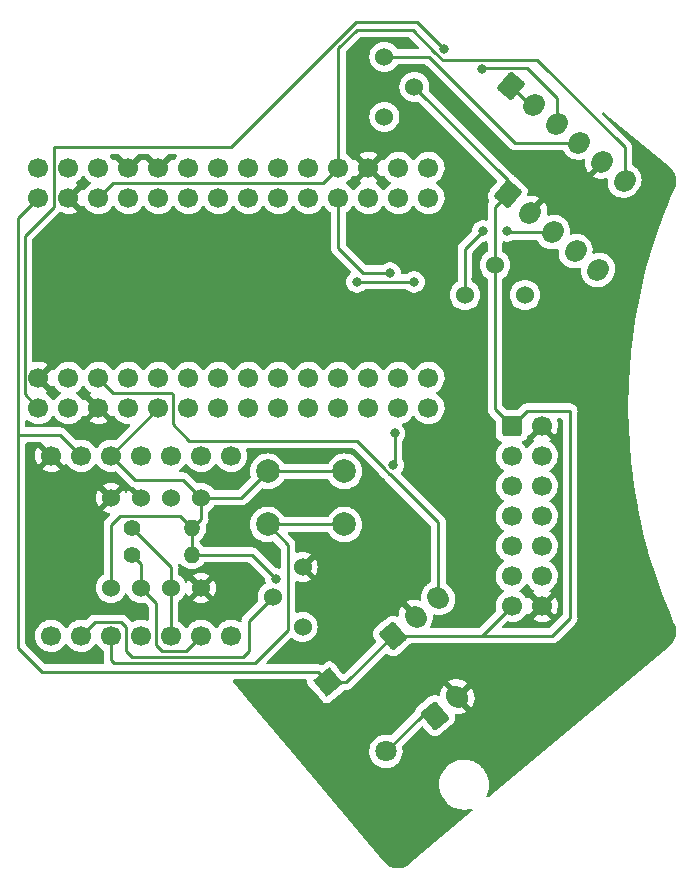
<source format=gbr>
%TF.GenerationSoftware,KiCad,Pcbnew,(6.0.11)*%
%TF.CreationDate,2023-10-13T17:07:18+09:00*%
%TF.ProjectId,main_board,6d61696e-5f62-46f6-9172-642e6b696361,rev?*%
%TF.SameCoordinates,Original*%
%TF.FileFunction,Copper,L1,Top*%
%TF.FilePolarity,Positive*%
%FSLAX46Y46*%
G04 Gerber Fmt 4.6, Leading zero omitted, Abs format (unit mm)*
G04 Created by KiCad (PCBNEW (6.0.11)) date 2023-10-13 17:07:18*
%MOMM*%
%LPD*%
G01*
G04 APERTURE LIST*
G04 Aperture macros list*
%AMRoundRect*
0 Rectangle with rounded corners*
0 $1 Rounding radius*
0 $2 $3 $4 $5 $6 $7 $8 $9 X,Y pos of 4 corners*
0 Add a 4 corners polygon primitive as box body*
4,1,4,$2,$3,$4,$5,$6,$7,$8,$9,$2,$3,0*
0 Add four circle primitives for the rounded corners*
1,1,$1+$1,$2,$3*
1,1,$1+$1,$4,$5*
1,1,$1+$1,$6,$7*
1,1,$1+$1,$8,$9*
0 Add four rect primitives between the rounded corners*
20,1,$1+$1,$2,$3,$4,$5,0*
20,1,$1+$1,$4,$5,$6,$7,0*
20,1,$1+$1,$6,$7,$8,$9,0*
20,1,$1+$1,$8,$9,$2,$3,0*%
%AMHorizOval*
0 Thick line with rounded ends*
0 $1 width*
0 $2 $3 position (X,Y) of the first rounded end (center of the circle)*
0 $4 $5 position (X,Y) of the second rounded end (center of the circle)*
0 Add line between two ends*
20,1,$1,$2,$3,$4,$5,0*
0 Add two circle primitives to create the rounded ends*
1,1,$1,$2,$3*
1,1,$1,$4,$5*%
%AMRotRect*
0 Rectangle, with rotation*
0 The origin of the aperture is its center*
0 $1 length*
0 $2 width*
0 $3 Rotation angle, in degrees counterclockwise*
0 Add horizontal line*
21,1,$1,$2,0,0,$3*%
G04 Aperture macros list end*
%TA.AperFunction,ComponentPad*%
%ADD10RoundRect,0.250000X-0.600000X-0.600000X0.600000X-0.600000X0.600000X0.600000X-0.600000X0.600000X0*%
%TD*%
%TA.AperFunction,ComponentPad*%
%ADD11C,1.700000*%
%TD*%
%TA.AperFunction,ComponentPad*%
%ADD12RotRect,1.800000X1.800000X310.000000*%
%TD*%
%TA.AperFunction,ComponentPad*%
%ADD13HorizOval,1.800000X0.000000X0.000000X0.000000X0.000000X0*%
%TD*%
%TA.AperFunction,ComponentPad*%
%ADD14RoundRect,0.250000X-0.925648X-0.169710X-0.006394X-0.941055X0.925648X0.169710X0.006394X0.941055X0*%
%TD*%
%TA.AperFunction,ComponentPad*%
%ADD15HorizOval,1.700000X-0.080348X-0.095756X0.080348X0.095756X0*%
%TD*%
%TA.AperFunction,ComponentPad*%
%ADD16C,1.524000*%
%TD*%
%TA.AperFunction,ComponentPad*%
%ADD17RoundRect,0.250000X0.006394X-0.941055X0.925648X-0.169710X-0.006394X0.941055X-0.925648X0.169710X0*%
%TD*%
%TA.AperFunction,ComponentPad*%
%ADD18HorizOval,1.700000X-0.080348X0.095756X0.080348X-0.095756X0*%
%TD*%
%TA.AperFunction,ComponentPad*%
%ADD19RoundRect,0.250000X0.022464X-0.960206X0.941717X-0.188861X-0.022464X0.960206X-0.941717X0.188861X0*%
%TD*%
%TA.AperFunction,ComponentPad*%
%ADD20HorizOval,1.700000X-0.096418X0.114907X0.096418X-0.114907X0*%
%TD*%
%TA.AperFunction,ComponentPad*%
%ADD21C,1.400000*%
%TD*%
%TA.AperFunction,ComponentPad*%
%ADD22O,1.400000X1.400000*%
%TD*%
%TA.AperFunction,ComponentPad*%
%ADD23C,2.000000*%
%TD*%
%TA.AperFunction,ViaPad*%
%ADD24C,0.800000*%
%TD*%
%TA.AperFunction,Conductor*%
%ADD25C,0.250000*%
%TD*%
G04 APERTURE END LIST*
D10*
%TO.P,J4,1,Pin_1*%
%TO.N,+5V*%
X169054500Y-99060000D03*
D11*
%TO.P,J4,2,Pin_2*%
%TO.N,GND*%
X171594500Y-99060000D03*
%TO.P,J4,3,Pin_3*%
%TO.N,Push_Enter*%
X169054500Y-101600000D03*
%TO.P,J4,4,Pin_4*%
%TO.N,Push_Left*%
X171594500Y-101600000D03*
%TO.P,J4,5,Pin_5*%
%TO.N,Push_Right*%
X169054500Y-104140000D03*
%TO.P,J4,6,Pin_6*%
%TO.N,Toggle_Switch*%
X171594500Y-104140000D03*
%TO.P,J4,7,Pin_7*%
%TO.N,SSD1306_SDA*%
X169054500Y-106680000D03*
%TO.P,J4,8,Pin_8*%
%TO.N,SSD1306_SCL*%
X171594500Y-106680000D03*
%TO.P,J4,9,Pin_9*%
%TO.N,Ball_Seeed_Tx*%
X169054500Y-109220000D03*
%TO.P,J4,10,Pin_10*%
%TO.N,Ball_Seeed_Rx*%
X171594500Y-109220000D03*
%TO.P,J4,11,Pin_11*%
%TO.N,OpenMV_Tx*%
X169054500Y-111760000D03*
%TO.P,J4,12,Pin_12*%
%TO.N,OpenMV_Rx*%
X171594500Y-111760000D03*
%TO.P,J4,13,Pin_13*%
%TO.N,+5V*%
X169054500Y-114300000D03*
%TO.P,J4,14,Pin_14*%
%TO.N,GND*%
X171594500Y-114300000D03*
%TD*%
D12*
%TO.P,D1,1,K*%
%TO.N,+5V*%
X153506980Y-120779371D03*
D13*
%TO.P,D1,2,A*%
%TO.N,Net-(D1-Pad2)*%
X158405022Y-126616630D03*
%TD*%
D14*
%TO.P,J3,1,Pin_1*%
%TO.N,+5V*%
X168719242Y-79441889D03*
D15*
%TO.P,J3,2,Pin_2*%
%TO.N,GND*%
X170634353Y-81048858D03*
%TO.P,J3,3,Pin_3*%
%TO.N,Net-(J3-Pad3)*%
X172549464Y-82655827D03*
%TO.P,J3,4,Pin_4*%
%TO.N,Line_Seeed_Tx*%
X174464575Y-84262796D03*
%TO.P,J3,5,Pin_5*%
%TO.N,Line_Seeed_Rx*%
X176379686Y-85869765D03*
%TD*%
D16*
%TO.P,R1,1*%
%TO.N,Net-(J3-Pad3)*%
X165100000Y-87979000D03*
%TO.P,R1,2*%
%TO.N,+5V*%
X167640000Y-85439000D03*
%TO.P,R1,3*%
%TO.N,N/C*%
X170180000Y-87979000D03*
%TD*%
D14*
%TO.P,J5,1,Pin_1*%
%TO.N,Kathode*%
X169031686Y-70256404D03*
D15*
%TO.P,J5,2,Pin_2*%
X170946797Y-71863373D03*
%TO.P,J5,3,Pin_3*%
%TO.N,TouchSensor*%
X172861908Y-73470342D03*
%TO.P,J5,4,Pin_4*%
%TO.N,Net-(J5-Pad4)*%
X174777019Y-75077311D03*
%TO.P,J5,5,Pin_5*%
%TO.N,GND*%
X176692130Y-76684280D03*
%TO.P,J5,6,Pin_6*%
%TO.N,+3.3V*%
X178607242Y-78291249D03*
%TD*%
D17*
%TO.P,J2,1,Pin_1*%
%TO.N,+5V*%
X159004000Y-116840000D03*
D18*
%TO.P,J2,2,Pin_2*%
%TO.N,GND*%
X160919111Y-115233031D03*
%TO.P,J2,3,Pin_3*%
%TO.N,MD_TX*%
X162834222Y-113626062D03*
%TD*%
D19*
%TO.P,J1,1,Pin_1*%
%TO.N,Net-(D1-Pad2)*%
X162534981Y-123591311D03*
D20*
%TO.P,J1,2,Pin_2*%
%TO.N,GND*%
X164450092Y-121984342D03*
%TD*%
D16*
%TO.P,R2,1*%
%TO.N,Net-(J5-Pad4)*%
X158274000Y-67818000D03*
%TO.P,R2,2*%
%TO.N,+5V*%
X160814000Y-70358000D03*
%TO.P,R2,3*%
%TO.N,N/C*%
X158274000Y-72898000D03*
%TD*%
D21*
%TO.P,R4,1*%
%TO.N,L3GD20H_SDA*%
X136906000Y-107696000D03*
D22*
%TO.P,R4,2*%
%TO.N,+3.3V*%
X141986000Y-107696000D03*
%TD*%
D16*
%TO.P,U3,1,VCC*%
%TO.N,+3.3V*%
X135128000Y-112776000D03*
%TO.P,U3,2,SCL*%
%TO.N,L3GD20H_SCL*%
X137668000Y-112776000D03*
%TO.P,U3,3,SDA*%
%TO.N,L3GD20H_SDA*%
X140208000Y-112776000D03*
%TO.P,U3,4,SA0*%
%TO.N,GND*%
X142748000Y-112776000D03*
%TO.P,U3,5,GND*%
X135128000Y-105156000D03*
%TO.P,U3,6,INT1*%
X137668000Y-105156000D03*
%TO.P,U3,7,INT2*%
X140208000Y-105156000D03*
%TO.P,U3,8,CS*%
%TO.N,+3.3V*%
X142748000Y-105156000D03*
%TD*%
D11*
%TO.P,U1,1,GND*%
%TO.N,GND*%
X134064000Y-97536000D03*
X156924000Y-77216000D03*
X139144000Y-77216000D03*
X136604000Y-77216000D03*
X128984000Y-94996000D03*
X131524000Y-79756000D03*
%TO.P,U1,2,0_RX1_CRX2_CS1*%
%TO.N,unconnected-(U1-Pad2)*%
X131524000Y-94996000D03*
%TO.P,U1,3,1_TX1_CTX2_MISO1*%
%TO.N,MD_TX*%
X134064000Y-94996000D03*
%TO.P,U1,4,2_OUT2*%
%TO.N,unconnected-(U1-Pad4)*%
X136604000Y-94996000D03*
%TO.P,U1,5,3_LRCLK2*%
%TO.N,unconnected-(U1-Pad5)*%
X139144000Y-94996000D03*
%TO.P,U1,6,4_BCLK2*%
%TO.N,unconnected-(U1-Pad6)*%
X141684000Y-94996000D03*
%TO.P,U1,7,5_IN2*%
%TO.N,unconnected-(U1-Pad7)*%
X144224000Y-94996000D03*
%TO.P,U1,8,6_OUT1D*%
%TO.N,unconnected-(U1-Pad8)*%
X146764000Y-94996000D03*
%TO.P,U1,9,7_RX2_OUT1A*%
%TO.N,Gyro_Seeed_Rx*%
X149304000Y-94996000D03*
%TO.P,U1,10,8_TX2_IN1*%
%TO.N,Gyro_Seeed_Tx*%
X151844000Y-94996000D03*
%TO.P,U1,11,9_OUT1C*%
%TO.N,unconnected-(U1-Pad11)*%
X154384000Y-94996000D03*
%TO.P,U1,12,10_CS_MQSR*%
%TO.N,unconnected-(U1-Pad12)*%
X156924000Y-94996000D03*
%TO.P,U1,13,11_MOSI_CTX1*%
%TO.N,unconnected-(U1-Pad13)*%
X159464000Y-94996000D03*
%TO.P,U1,14,12_MISO_MQSL*%
%TO.N,unconnected-(U1-Pad14)*%
X162004000Y-94996000D03*
%TO.P,U1,15,VBAT*%
%TO.N,unconnected-(U1-Pad15)*%
X162004000Y-97536000D03*
%TO.P,U1,18,PROGRAM*%
%TO.N,unconnected-(U1-Pad18)*%
X159464000Y-77216000D03*
%TO.P,U1,19,ON_OFF*%
%TO.N,unconnected-(U1-Pad19)*%
X162004000Y-77216000D03*
%TO.P,U1,20,13_SCK_CRX1_LED*%
%TO.N,unconnected-(U1-Pad20)*%
X162004000Y-79756000D03*
%TO.P,U1,21,14_A0_TX3_SPDIF_OUT*%
%TO.N,Ball_Seeed_Tx*%
X159464000Y-79756000D03*
%TO.P,U1,22,15_A1_RX3_SPDIF_IN*%
%TO.N,Ball_Seeed_Rx*%
X156924000Y-79756000D03*
%TO.P,U1,23,16_A2_RX4_SCL1*%
%TO.N,OpenMV_Rx*%
X154384000Y-79756000D03*
%TO.P,U1,24,17_A3_TX4_SDA1*%
%TO.N,OpenMV_Tx*%
X151844000Y-79756000D03*
%TO.P,U1,25,18_A4_SDA0*%
%TO.N,SSD1306_SDA*%
X149304000Y-79756000D03*
%TO.P,U1,26,19_A5_SCL0*%
%TO.N,SSD1306_SCL*%
X146764000Y-79756000D03*
%TO.P,U1,27,20_A6_TX5_LRCLK1*%
%TO.N,Line_Seeed_Tx*%
X144224000Y-79756000D03*
%TO.P,U1,28,21_A7_RX5_BCLK1*%
%TO.N,Line_Seeed_Rx*%
X141684000Y-79756000D03*
%TO.P,U1,29,22_A8_CTX1*%
%TO.N,unconnected-(U1-Pad29)*%
X139144000Y-79756000D03*
%TO.P,U1,30,23_A9_CRX1_MCLK1*%
%TO.N,unconnected-(U1-Pad30)*%
X136604000Y-79756000D03*
%TO.P,U1,31,3V3*%
%TO.N,+3.3V*%
X134064000Y-79756000D03*
X139144000Y-97536000D03*
X154384000Y-77216000D03*
%TO.P,U1,33,VIN*%
%TO.N,+5V*%
X128984000Y-79756000D03*
%TO.P,U1,34,VUSB*%
%TO.N,unconnected-(U1-Pad34)*%
X128984000Y-77216000D03*
%TO.P,U1,35,24_A10_TX6_SCL2*%
%TO.N,unconnected-(U1-Pad35)*%
X151844000Y-77216000D03*
%TO.P,U1,36,25_A11_RX6_SDA2*%
%TO.N,unconnected-(U1-Pad36)*%
X144224000Y-77216000D03*
%TO.P,U1,37,26_A12_MOSI1*%
%TO.N,unconnected-(U1-Pad37)*%
X146764000Y-77216000D03*
%TO.P,U1,38,27_A13_SCK1*%
%TO.N,unconnected-(U1-Pad38)*%
X141684000Y-77216000D03*
%TO.P,U1,39,28_RX7*%
%TO.N,unconnected-(U1-Pad39)*%
X149304000Y-77216000D03*
%TO.P,U1,40,29_TX7*%
%TO.N,unconnected-(U1-Pad40)*%
X149304000Y-97536000D03*
%TO.P,U1,41,30_CRX3*%
%TO.N,Push_Enter*%
X159464000Y-97536000D03*
%TO.P,U1,42,31_CTX3*%
%TO.N,Push_Left*%
X151844000Y-97536000D03*
%TO.P,U1,43,32_OUT1B*%
%TO.N,Push_Right*%
X156924000Y-97536000D03*
%TO.P,U1,44,33_MCLK2*%
%TO.N,Toggle_Switch*%
X154384000Y-97536000D03*
%TO.P,U1,45,34_DAT1_MISO2*%
%TO.N,TouchSensor*%
X128984000Y-97536000D03*
%TO.P,U1,46,35_DAT0_MOSI2*%
%TO.N,unconnected-(U1-Pad46)*%
X131524000Y-97536000D03*
%TO.P,U1,48,36_CLK_CS2*%
%TO.N,unconnected-(U1-Pad48)*%
X136604000Y-97536000D03*
%TO.P,U1,50,37_CMD_SCK2*%
%TO.N,unconnected-(U1-Pad50)*%
X141684000Y-97536000D03*
%TO.P,U1,51,38_DAT3_RX5*%
%TO.N,unconnected-(U1-Pad51)*%
X144224000Y-97536000D03*
%TO.P,U1,52,39_DAT2_TX5*%
%TO.N,unconnected-(U1-Pad52)*%
X146764000Y-97536000D03*
%TO.P,U1,53,D-*%
%TO.N,unconnected-(U1-Pad53)*%
X131524000Y-77216000D03*
%TO.P,U1,54,D+*%
%TO.N,unconnected-(U1-Pad54)*%
X134064000Y-77216000D03*
%TD*%
D21*
%TO.P,R3,1*%
%TO.N,L3GD20H_SCL*%
X136906000Y-109982000D03*
D22*
%TO.P,R3,2*%
%TO.N,+3.3V*%
X141986000Y-109982000D03*
%TD*%
D16*
%TO.P,RV1,1,1*%
%TO.N,+3.3V*%
X151352000Y-116078000D03*
%TO.P,RV1,2,2*%
%TO.N,A1*%
X148812000Y-113538000D03*
%TO.P,RV1,3,3*%
%TO.N,GND*%
X151352000Y-110998000D03*
%TD*%
D23*
%TO.P,SW1,1,1*%
%TO.N,+3.3V*%
X148388000Y-102906000D03*
X154888000Y-102906000D03*
%TO.P,SW1,2,2*%
%TO.N,A2*%
X154888000Y-107406000D03*
X148388000Y-107406000D03*
%TD*%
D11*
%TO.P,U2,1,PA02_A0_D0*%
%TO.N,unconnected-(U2-Pad1)*%
X130048000Y-116840000D03*
%TO.P,U2,2,PA4_A1_D1*%
%TO.N,A1*%
X132588000Y-116840000D03*
%TO.P,U2,3,PA10_A2_D2*%
%TO.N,A2*%
X135128000Y-116840000D03*
%TO.P,U2,4,PA11_A3_D3*%
%TO.N,unconnected-(U2-Pad4)*%
X137668000Y-116840000D03*
%TO.P,U2,5,PA8_A4_D4_SDA*%
%TO.N,L3GD20H_SDA*%
X140208000Y-116840000D03*
%TO.P,U2,6,PA9_A5_D5_SCL*%
%TO.N,L3GD20H_SCL*%
X142748000Y-116840000D03*
%TO.P,U2,7,PB08_A6_D6_TX*%
%TO.N,Gyro_Seeed_Rx*%
X145288000Y-116840000D03*
%TO.P,U2,8,PB09_A7_D7_RX*%
%TO.N,Gyro_Seeed_Tx*%
X145288000Y-101600000D03*
%TO.P,U2,9,PA7_A8_D8_SCK*%
%TO.N,unconnected-(U2-Pad9)*%
X142748000Y-101600000D03*
%TO.P,U2,10,PA5_A9_D9_MISO*%
%TO.N,unconnected-(U2-Pad10)*%
X140208000Y-101600000D03*
%TO.P,U2,11,PA6_A10_D10_MOSI*%
%TO.N,unconnected-(U2-Pad11)*%
X137668000Y-101600000D03*
%TO.P,U2,12,3V3*%
%TO.N,+3.3V*%
X135128000Y-101600000D03*
%TO.P,U2,13,GND*%
%TO.N,+5V*%
X132588000Y-101600000D03*
%TO.P,U2,14,5V*%
%TO.N,GND*%
X130048000Y-101600000D03*
%TD*%
D24*
%TO.N,GND*%
X167005000Y-105537000D03*
X161036000Y-82804000D03*
X155956000Y-74168000D03*
X164084000Y-110871000D03*
X172339000Y-76581000D03*
X157607000Y-120904000D03*
X151003000Y-121412000D03*
X171704000Y-96520000D03*
X168275000Y-127508000D03*
X143764000Y-108585000D03*
X164465000Y-94869000D03*
X128905000Y-103759000D03*
X133604000Y-118745000D03*
X150368000Y-118618000D03*
X178562000Y-87757000D03*
X167005000Y-113411000D03*
X181483000Y-116332000D03*
X165862000Y-96520000D03*
X159766000Y-66548000D03*
X129159000Y-83820000D03*
X147193000Y-121666000D03*
X142494000Y-114808000D03*
X161671000Y-109982000D03*
X169418000Y-94869000D03*
X151638000Y-105283000D03*
X166751000Y-74041000D03*
X163068000Y-86868000D03*
X171958000Y-85471000D03*
X131572000Y-109601000D03*
X162687000Y-105283000D03*
X161544000Y-107696000D03*
X134874000Y-82423000D03*
X128651000Y-114681000D03*
X131445000Y-81915000D03*
X151511000Y-108712000D03*
X166751000Y-118237000D03*
X164719000Y-77343000D03*
X133350000Y-103759000D03*
X129032000Y-92710000D03*
X175514000Y-113665000D03*
X137414000Y-114935000D03*
X180340000Y-76581000D03*
X165989000Y-86614000D03*
X163322000Y-70739000D03*
X179832000Y-83693000D03*
X164211000Y-131953000D03*
X159639000Y-135001000D03*
X182118000Y-78613000D03*
X146558000Y-106426000D03*
X178308000Y-94742000D03*
X169418000Y-96647000D03*
X136652000Y-92964000D03*
X172466000Y-88519000D03*
%TO.N,Net-(J3-Pad3)*%
X166624000Y-82550000D03*
X168656000Y-82550000D03*
%TO.N,Push_Right*%
X159131000Y-99695000D03*
X158999701Y-102366299D03*
%TO.N,OpenMV_Tx*%
X160786299Y-86863701D03*
X155956000Y-86868000D03*
%TO.N,OpenMV_Rx*%
X158750000Y-86106000D03*
%TO.N,TouchSensor*%
X163326997Y-67178003D03*
X166497000Y-68834000D03*
%TO.N,+3.3V*%
X149098000Y-112014000D03*
%TD*%
D25*
%TO.N,+5V*%
X160814000Y-70358000D02*
X168719242Y-78263242D01*
X159004000Y-116840000D02*
X166514500Y-116840000D01*
X168719242Y-78263242D02*
X168719242Y-79441889D01*
X129286000Y-119888000D02*
X127254000Y-117856000D01*
X130810000Y-99822000D02*
X127254000Y-99822000D01*
X170324500Y-97790000D02*
X173990000Y-97790000D01*
X153506980Y-120779371D02*
X155064629Y-120779371D01*
X173990000Y-97790000D02*
X173990000Y-115316000D01*
X168719242Y-79441889D02*
X167640000Y-80521131D01*
X155064629Y-120779371D02*
X159004000Y-116840000D01*
X172466000Y-116840000D02*
X166514500Y-116840000D01*
X132588000Y-101600000D02*
X130810000Y-99822000D01*
X166514500Y-116840000D02*
X169054500Y-114300000D01*
X127254000Y-99822000D02*
X127254000Y-81486000D01*
X152615609Y-119888000D02*
X129286000Y-119888000D01*
X173990000Y-115316000D02*
X172466000Y-116840000D01*
X167640000Y-80521131D02*
X167640000Y-89122000D01*
X169054500Y-99060000D02*
X170324500Y-97790000D01*
X127254000Y-117856000D02*
X127254000Y-99822000D01*
X167640000Y-97645500D02*
X169054500Y-99060000D01*
X167640000Y-89122000D02*
X167640000Y-97645500D01*
X127254000Y-81486000D02*
X128984000Y-79756000D01*
X153506980Y-120779371D02*
X152615609Y-119888000D01*
%TO.N,Net-(D1-Pad2)*%
X162534981Y-123591311D02*
X161430341Y-123591311D01*
X161430341Y-123591311D02*
X158405022Y-126616630D01*
%TO.N,MD_TX*%
X135334000Y-96266000D02*
X134064000Y-94996000D01*
X140208000Y-96266000D02*
X135334000Y-96266000D01*
X158274701Y-102666604D02*
X158274701Y-102648701D01*
X155956000Y-100330000D02*
X141732000Y-100330000D01*
X140335000Y-96393000D02*
X140208000Y-96266000D01*
X158274701Y-102648701D02*
X155956000Y-100330000D01*
X158717299Y-103091299D02*
X158699396Y-103091299D01*
X140335000Y-98933000D02*
X140335000Y-96393000D01*
X141732000Y-100330000D02*
X140335000Y-98933000D01*
X158699396Y-103091299D02*
X158274701Y-102666604D01*
X162834222Y-113626062D02*
X162834222Y-107208222D01*
X162834222Y-107208222D02*
X158717299Y-103091299D01*
%TO.N,Net-(J3-Pad3)*%
X172549464Y-82655827D02*
X168761827Y-82655827D01*
X168761827Y-82655827D02*
X168656000Y-82550000D01*
X166624000Y-82550000D02*
X165100000Y-84074000D01*
X165100000Y-87979000D02*
X165100000Y-84074000D01*
%TO.N,Push_Right*%
X159131000Y-102235000D02*
X159131000Y-99695000D01*
X158999701Y-102366299D02*
X159131000Y-102235000D01*
%TO.N,OpenMV_Tx*%
X155956000Y-86868000D02*
X160782000Y-86868000D01*
X160782000Y-86868000D02*
X160786299Y-86863701D01*
%TO.N,OpenMV_Rx*%
X156464000Y-86106000D02*
X154384000Y-84026000D01*
X156464000Y-86106000D02*
X158750000Y-86106000D01*
X154384000Y-84026000D02*
X154384000Y-79756000D01*
%TO.N,Kathode*%
X170638655Y-71863373D02*
X169031686Y-70256404D01*
X170946797Y-71863373D02*
X170638655Y-71863373D01*
%TO.N,TouchSensor*%
X127809000Y-83011000D02*
X127809000Y-96361000D01*
X130302000Y-75438000D02*
X130302000Y-80518000D01*
X163326997Y-67178003D02*
X161045994Y-64897000D01*
X166609222Y-68721778D02*
X170321778Y-68721778D01*
X127809000Y-96361000D02*
X128984000Y-97536000D01*
X166497000Y-68834000D02*
X166609222Y-68721778D01*
X170321778Y-68721778D02*
X172861908Y-71261908D01*
X161045994Y-64897000D02*
X155829000Y-64897000D01*
X155829000Y-64897000D02*
X145288000Y-75438000D01*
X145288000Y-75438000D02*
X130302000Y-75438000D01*
X130302000Y-80518000D02*
X127809000Y-83011000D01*
X172861908Y-71261908D02*
X172861908Y-73470342D01*
%TO.N,Net-(J5-Pad4)*%
X174777019Y-75077311D02*
X169311311Y-75077311D01*
X169311311Y-75077311D02*
X162052000Y-67818000D01*
X162052000Y-67818000D02*
X158274000Y-67818000D01*
%TO.N,+3.3V*%
X139144000Y-97584000D02*
X139144000Y-97536000D01*
X135128000Y-107442000D02*
X135128000Y-112776000D01*
X137160000Y-103632000D02*
X141224000Y-103632000D01*
X142748000Y-106934000D02*
X141986000Y-107696000D01*
X162491000Y-67368000D02*
X160655000Y-65532000D01*
X135899000Y-106671000D02*
X135128000Y-107442000D01*
X178607242Y-78291249D02*
X178607242Y-75483242D01*
X141986000Y-107696000D02*
X141986000Y-109982000D01*
X160655000Y-65532000D02*
X155956000Y-65532000D01*
X178607242Y-75483242D02*
X171233000Y-68109000D01*
X141986000Y-107696000D02*
X140961000Y-106671000D01*
X153114000Y-78486000D02*
X154384000Y-77216000D01*
X135334000Y-78486000D02*
X153114000Y-78486000D01*
X147066000Y-109982000D02*
X149098000Y-112014000D01*
X135128000Y-101600000D02*
X137160000Y-103632000D01*
X162492396Y-67368000D02*
X162491000Y-67368000D01*
X155956000Y-65532000D02*
X154384000Y-67104000D01*
X154384000Y-67104000D02*
X154384000Y-77216000D01*
X140961000Y-106671000D02*
X135899000Y-106671000D01*
X142748000Y-105156000D02*
X142748000Y-106934000D01*
X141986000Y-109982000D02*
X147066000Y-109982000D01*
X163233396Y-68109000D02*
X162492396Y-67368000D01*
X142748000Y-105156000D02*
X146138000Y-105156000D01*
X135128000Y-101600000D02*
X139144000Y-97584000D01*
X134064000Y-79756000D02*
X135334000Y-78486000D01*
X146138000Y-105156000D02*
X148388000Y-102906000D01*
X171233000Y-68109000D02*
X163233396Y-68109000D01*
X148388000Y-102906000D02*
X154888000Y-102906000D01*
X141224000Y-103632000D02*
X142748000Y-105156000D01*
%TO.N,L3GD20H_SCL*%
X137668000Y-112776000D02*
X138938000Y-114046000D01*
X141478000Y-118110000D02*
X142748000Y-116840000D01*
X137668000Y-110744000D02*
X137668000Y-112776000D01*
X139446000Y-118110000D02*
X141478000Y-118110000D01*
X138938000Y-117602000D02*
X139446000Y-118110000D01*
X138938000Y-114046000D02*
X138938000Y-117602000D01*
X136906000Y-109982000D02*
X137668000Y-110744000D01*
%TO.N,L3GD20H_SDA*%
X140208000Y-112776000D02*
X140208000Y-116840000D01*
X140208000Y-110998000D02*
X140208000Y-112776000D01*
X136906000Y-107696000D02*
X140208000Y-110998000D01*
%TO.N,A1*%
X136906000Y-118618000D02*
X136398000Y-118110000D01*
X135985000Y-115665000D02*
X133763000Y-115665000D01*
X146812000Y-115538000D02*
X146812000Y-118110000D01*
X146812000Y-118110000D02*
X146304000Y-118618000D01*
X146304000Y-118618000D02*
X136906000Y-118618000D01*
X136398000Y-116078000D02*
X135985000Y-115665000D01*
X133763000Y-115665000D02*
X132588000Y-116840000D01*
X148812000Y-113538000D02*
X146812000Y-115538000D01*
X136398000Y-118110000D02*
X136398000Y-116078000D01*
%TO.N,A2*%
X154888000Y-107406000D02*
X148388000Y-107406000D01*
X150114000Y-116332000D02*
X147320000Y-119126000D01*
X148388000Y-107406000D02*
X150114000Y-109132000D01*
X135382000Y-119126000D02*
X135128000Y-118872000D01*
X147320000Y-119126000D02*
X135382000Y-119126000D01*
X135128000Y-118872000D02*
X135128000Y-116840000D01*
X150114000Y-109132000D02*
X150114000Y-116332000D01*
%TD*%
%TA.AperFunction,Conductor*%
%TO.N,GND*%
G36*
X160408527Y-66185502D02*
G01*
X160429497Y-66202401D01*
X161196502Y-66969407D01*
X161230526Y-67031717D01*
X161225461Y-67102533D01*
X161182914Y-67159368D01*
X161116394Y-67184179D01*
X161107405Y-67184500D01*
X159447004Y-67184500D01*
X159378883Y-67164498D01*
X159343791Y-67130771D01*
X159254136Y-67002730D01*
X159254134Y-67002727D01*
X159250977Y-66998219D01*
X159093781Y-66841023D01*
X159089273Y-66837866D01*
X159089270Y-66837864D01*
X158956039Y-66744575D01*
X158911677Y-66713512D01*
X158906695Y-66711189D01*
X158906690Y-66711186D01*
X158715178Y-66621883D01*
X158715177Y-66621882D01*
X158710196Y-66619560D01*
X158704888Y-66618138D01*
X158704886Y-66618137D01*
X158607222Y-66591968D01*
X158495463Y-66562022D01*
X158274000Y-66542647D01*
X158052537Y-66562022D01*
X157940778Y-66591968D01*
X157843114Y-66618137D01*
X157843112Y-66618138D01*
X157837804Y-66619560D01*
X157832823Y-66621882D01*
X157832822Y-66621883D01*
X157641311Y-66711186D01*
X157641306Y-66711189D01*
X157636324Y-66713512D01*
X157631817Y-66716668D01*
X157631815Y-66716669D01*
X157458730Y-66837864D01*
X157458727Y-66837866D01*
X157454219Y-66841023D01*
X157297023Y-66998219D01*
X157293866Y-67002727D01*
X157293864Y-67002730D01*
X157180593Y-67164498D01*
X157169512Y-67180324D01*
X157167189Y-67185306D01*
X157167186Y-67185311D01*
X157082741Y-67366404D01*
X157075560Y-67381804D01*
X157074138Y-67387112D01*
X157074137Y-67387114D01*
X157059069Y-67443349D01*
X157018022Y-67596537D01*
X156998647Y-67818000D01*
X157018022Y-68039463D01*
X157075560Y-68254196D01*
X157077882Y-68259177D01*
X157077883Y-68259178D01*
X157167186Y-68450689D01*
X157167189Y-68450694D01*
X157169512Y-68455676D01*
X157172668Y-68460183D01*
X157172669Y-68460185D01*
X157219727Y-68527390D01*
X157297023Y-68637781D01*
X157454219Y-68794977D01*
X157458727Y-68798134D01*
X157458730Y-68798136D01*
X157489824Y-68819908D01*
X157636323Y-68922488D01*
X157641305Y-68924811D01*
X157641310Y-68924814D01*
X157832822Y-69014117D01*
X157837804Y-69016440D01*
X157843112Y-69017862D01*
X157843114Y-69017863D01*
X157865749Y-69023928D01*
X158052537Y-69073978D01*
X158274000Y-69093353D01*
X158495463Y-69073978D01*
X158682251Y-69023928D01*
X158704886Y-69017863D01*
X158704888Y-69017862D01*
X158710196Y-69016440D01*
X158715178Y-69014117D01*
X158906690Y-68924814D01*
X158906695Y-68924811D01*
X158911677Y-68922488D01*
X159058176Y-68819908D01*
X159089270Y-68798136D01*
X159089273Y-68798134D01*
X159093781Y-68794977D01*
X159250977Y-68637781D01*
X159328274Y-68527390D01*
X159343791Y-68505229D01*
X159399248Y-68460901D01*
X159447004Y-68451500D01*
X161737406Y-68451500D01*
X161805527Y-68471502D01*
X161826501Y-68488405D01*
X168807659Y-75469564D01*
X168815199Y-75477850D01*
X168819311Y-75484329D01*
X168825088Y-75489754D01*
X168868962Y-75530954D01*
X168871804Y-75533709D01*
X168891541Y-75553446D01*
X168894738Y-75555926D01*
X168903758Y-75563629D01*
X168935990Y-75593897D01*
X168942936Y-75597716D01*
X168942939Y-75597718D01*
X168953745Y-75603659D01*
X168970264Y-75614510D01*
X168986270Y-75626925D01*
X168993539Y-75630070D01*
X168993543Y-75630073D01*
X169026848Y-75644485D01*
X169037498Y-75649702D01*
X169076251Y-75671006D01*
X169083926Y-75672977D01*
X169083927Y-75672977D01*
X169095873Y-75676044D01*
X169114578Y-75682448D01*
X169133166Y-75690492D01*
X169140989Y-75691731D01*
X169140999Y-75691734D01*
X169176835Y-75697410D01*
X169188455Y-75699816D01*
X169223600Y-75708839D01*
X169231281Y-75710811D01*
X169251535Y-75710811D01*
X169271245Y-75712362D01*
X169291254Y-75715531D01*
X169299146Y-75714785D01*
X169335272Y-75711370D01*
X169347130Y-75710811D01*
X173365764Y-75710811D01*
X173433885Y-75730813D01*
X173481704Y-75787476D01*
X173491737Y-75811054D01*
X173494618Y-75815532D01*
X173494619Y-75815535D01*
X173597280Y-75975137D01*
X173616458Y-76004952D01*
X173635921Y-76026229D01*
X173744711Y-76145158D01*
X173772065Y-76175062D01*
X173776280Y-76178338D01*
X173776284Y-76178341D01*
X173910067Y-76282300D01*
X173954109Y-76316524D01*
X174157386Y-76425291D01*
X174376082Y-76498252D01*
X174603945Y-76533322D01*
X174609269Y-76533234D01*
X174609273Y-76533234D01*
X174829120Y-76529588D01*
X174829125Y-76529587D01*
X174834460Y-76529499D01*
X174908274Y-76515618D01*
X175055788Y-76487878D01*
X175055793Y-76487877D01*
X175061034Y-76486891D01*
X175095528Y-76474097D01*
X175166349Y-76469160D01*
X175228600Y-76503297D01*
X175262513Y-76565671D01*
X175264642Y-76605511D01*
X175249732Y-76746194D01*
X175249510Y-76756824D01*
X175263504Y-76976166D01*
X175265076Y-76986687D01*
X175315825Y-77200533D01*
X175319149Y-77210641D01*
X175405204Y-77412881D01*
X175410177Y-77422273D01*
X175529082Y-77607129D01*
X175535564Y-77615547D01*
X175546061Y-77627022D01*
X175558323Y-77634444D01*
X175569705Y-77626781D01*
X176579831Y-76422959D01*
X176638941Y-76383632D01*
X176709929Y-76382506D01*
X176757344Y-76407428D01*
X176953451Y-76571981D01*
X176992778Y-76631091D01*
X176993904Y-76702079D01*
X176968982Y-76749494D01*
X175960326Y-77951564D01*
X175954672Y-77964483D01*
X175961821Y-77972473D01*
X176067988Y-78029280D01*
X176077758Y-78033488D01*
X176286258Y-78103048D01*
X176296576Y-78105544D01*
X176513823Y-78138979D01*
X176524419Y-78139702D01*
X176744191Y-78136056D01*
X176754763Y-78134982D01*
X176970763Y-78094363D01*
X176981020Y-78091519D01*
X177010174Y-78080705D01*
X177080998Y-78075768D01*
X177143249Y-78109906D01*
X177177161Y-78172280D01*
X177179290Y-78212119D01*
X177164707Y-78349723D01*
X177163781Y-78358458D01*
X177167217Y-78412320D01*
X177174408Y-78525030D01*
X177178459Y-78588537D01*
X177179691Y-78593727D01*
X177179691Y-78593729D01*
X177229765Y-78804727D01*
X177231693Y-78812853D01*
X177321960Y-79024992D01*
X177324848Y-79029481D01*
X177324848Y-79029482D01*
X177410508Y-79162653D01*
X177446681Y-79218890D01*
X177450287Y-79222832D01*
X177573807Y-79357864D01*
X177602288Y-79389000D01*
X177606503Y-79392276D01*
X177606507Y-79392279D01*
X177728798Y-79487308D01*
X177784332Y-79530462D01*
X177789036Y-79532979D01*
X177812454Y-79545509D01*
X177987609Y-79639229D01*
X178206305Y-79712190D01*
X178434168Y-79747260D01*
X178439492Y-79747172D01*
X178439496Y-79747172D01*
X178659343Y-79743526D01*
X178659348Y-79743525D01*
X178664683Y-79743437D01*
X178747564Y-79727851D01*
X178886011Y-79701816D01*
X178886016Y-79701815D01*
X178891257Y-79700829D01*
X178982718Y-79666905D01*
X179102410Y-79622510D01*
X179102413Y-79622508D01*
X179107413Y-79620654D01*
X179112025Y-79617986D01*
X179112029Y-79617984D01*
X179302358Y-79507874D01*
X179306970Y-79505206D01*
X179484223Y-79357785D01*
X179500620Y-79340015D01*
X179550466Y-79280610D01*
X179763772Y-79026399D01*
X179763774Y-79026396D01*
X179765476Y-79024368D01*
X179864757Y-78883367D01*
X179963827Y-78675192D01*
X180009985Y-78511528D01*
X180024956Y-78458445D01*
X180024957Y-78458440D01*
X180026406Y-78453302D01*
X180035893Y-78363783D01*
X180050141Y-78229346D01*
X180050141Y-78229342D01*
X180050703Y-78224040D01*
X180036025Y-77993961D01*
X180030068Y-77968858D01*
X179984024Y-77774839D01*
X179984023Y-77774835D01*
X179982791Y-77769645D01*
X179947318Y-77686280D01*
X179894615Y-77562421D01*
X179894612Y-77562415D01*
X179892523Y-77557506D01*
X179767803Y-77363608D01*
X179629712Y-77212646D01*
X179615803Y-77197441D01*
X179615802Y-77197440D01*
X179612196Y-77193498D01*
X179430151Y-77052036D01*
X179330138Y-76998522D01*
X179307298Y-76986301D01*
X179256671Y-76936527D01*
X179240742Y-76875205D01*
X179240742Y-75562009D01*
X179241269Y-75550826D01*
X179242944Y-75543333D01*
X179242642Y-75533709D01*
X179240804Y-75475256D01*
X179240742Y-75471297D01*
X179240742Y-75443386D01*
X179240237Y-75439386D01*
X179239304Y-75427543D01*
X179238164Y-75391272D01*
X179237915Y-75383353D01*
X179232263Y-75363899D01*
X179228255Y-75344542D01*
X179226710Y-75332312D01*
X179226710Y-75332311D01*
X179225716Y-75324445D01*
X179222797Y-75317072D01*
X179209438Y-75283330D01*
X179205593Y-75272100D01*
X179195471Y-75237259D01*
X179195471Y-75237258D01*
X179193260Y-75229649D01*
X179189227Y-75222830D01*
X179189225Y-75222825D01*
X179182949Y-75212214D01*
X179174254Y-75194466D01*
X179166794Y-75175625D01*
X179140806Y-75139855D01*
X179134290Y-75129935D01*
X179115822Y-75098707D01*
X179115820Y-75098704D01*
X179111784Y-75091880D01*
X179097463Y-75077559D01*
X179084622Y-75062525D01*
X179077373Y-75052548D01*
X179072714Y-75046135D01*
X179038637Y-75017944D01*
X179029858Y-75009954D01*
X176736686Y-72716782D01*
X176702661Y-72654471D01*
X176707726Y-72583656D01*
X176750273Y-72526820D01*
X176816793Y-72502009D01*
X176886167Y-72517100D01*
X176906710Y-72531114D01*
X182419051Y-77150408D01*
X182432947Y-77164010D01*
X182442837Y-77175313D01*
X182442843Y-77175318D01*
X182448749Y-77182068D01*
X182457822Y-77187851D01*
X182461672Y-77190305D01*
X182481590Y-77206033D01*
X182604037Y-77324586D01*
X182616078Y-77338046D01*
X182735805Y-77492940D01*
X182745796Y-77507984D01*
X182842133Y-77678401D01*
X182849873Y-77694725D01*
X182920841Y-77877152D01*
X182926167Y-77894416D01*
X182970320Y-78085137D01*
X182973123Y-78102985D01*
X182978243Y-78163818D01*
X182989542Y-78298047D01*
X182989763Y-78316113D01*
X182988288Y-78340853D01*
X182979530Y-78487797D01*
X182978115Y-78511528D01*
X182975750Y-78529436D01*
X182952285Y-78643401D01*
X182936275Y-78721162D01*
X182931372Y-78738552D01*
X182877106Y-78888812D01*
X182866900Y-78909119D01*
X182867325Y-78909356D01*
X182864960Y-78913606D01*
X182862272Y-78917665D01*
X182859766Y-78923121D01*
X182859616Y-78923354D01*
X182859537Y-78923619D01*
X182857033Y-78929072D01*
X182856081Y-78932433D01*
X182855265Y-78934484D01*
X182556692Y-79633050D01*
X182341730Y-80135993D01*
X181955008Y-81118240D01*
X181863956Y-81349506D01*
X181860974Y-81357079D01*
X181860682Y-81357889D01*
X181860678Y-81357899D01*
X181624316Y-82013056D01*
X181415623Y-82591517D01*
X181006047Y-83838283D01*
X180770857Y-84630552D01*
X180679536Y-84938182D01*
X180632586Y-85096338D01*
X180632355Y-85097208D01*
X180632352Y-85097218D01*
X180373399Y-86071689D01*
X180295551Y-86364638D01*
X180295342Y-86365527D01*
X180065940Y-87341324D01*
X179995223Y-87642127D01*
X179995037Y-87643033D01*
X179995033Y-87643053D01*
X179970127Y-87764628D01*
X179731850Y-88927744D01*
X179731692Y-88928649D01*
X179598300Y-89690957D01*
X179505652Y-90220419D01*
X179316817Y-91519079D01*
X179165501Y-92822644D01*
X179051832Y-94130029D01*
X179051778Y-94130959D01*
X179051777Y-94130974D01*
X178978018Y-95403639D01*
X178975902Y-95440147D01*
X178975876Y-95441034D01*
X178975875Y-95441062D01*
X178954178Y-96187570D01*
X178937776Y-96751910D01*
X178937671Y-97225269D01*
X178937493Y-98030035D01*
X178937485Y-98064227D01*
X178937511Y-98065121D01*
X178937511Y-98065150D01*
X178960160Y-98856473D01*
X178975029Y-99376007D01*
X178975083Y-99376946D01*
X179036457Y-100444124D01*
X179050376Y-100686159D01*
X179163466Y-101993595D01*
X179163572Y-101994509D01*
X179163574Y-101994532D01*
X179312951Y-103286411D01*
X179314202Y-103297226D01*
X179314326Y-103298080D01*
X179314328Y-103298097D01*
X179344137Y-103503742D01*
X179502461Y-104595970D01*
X179728085Y-105888746D01*
X179855646Y-106512825D01*
X179989638Y-107168366D01*
X179990887Y-107174479D01*
X179991092Y-107175354D01*
X179991098Y-107175380D01*
X180209351Y-108105600D01*
X180290649Y-108452102D01*
X180290875Y-108452954D01*
X180290880Y-108452974D01*
X180601137Y-109622596D01*
X180627121Y-109720551D01*
X181000023Y-110978772D01*
X181409045Y-112225719D01*
X181409351Y-112226568D01*
X181409355Y-112226580D01*
X181845940Y-113438401D01*
X181853849Y-113460355D01*
X182334062Y-114681654D01*
X182831474Y-115846870D01*
X182841703Y-115870833D01*
X182843272Y-115874928D01*
X182843873Y-115877270D01*
X182846246Y-115882794D01*
X182846316Y-115883055D01*
X182846457Y-115883286D01*
X182848827Y-115888804D01*
X182851416Y-115892932D01*
X182854688Y-115898149D01*
X182866468Y-115922339D01*
X182922618Y-116078000D01*
X182923046Y-116079187D01*
X182927938Y-116096562D01*
X182936265Y-116137054D01*
X182967333Y-116288149D01*
X182969693Y-116306045D01*
X182981306Y-116501297D01*
X182981084Y-116519345D01*
X182975161Y-116589707D01*
X182964677Y-116714251D01*
X182961878Y-116732085D01*
X182922639Y-116901678D01*
X182917787Y-116922647D01*
X182912470Y-116939892D01*
X182842750Y-117119236D01*
X182841598Y-117122200D01*
X182833874Y-117138504D01*
X182763771Y-117262616D01*
X182737673Y-117308821D01*
X182727692Y-117323861D01*
X182608151Y-117478671D01*
X182596123Y-117492132D01*
X182517666Y-117568188D01*
X182479125Y-117605549D01*
X182464271Y-117617000D01*
X182458305Y-117621883D01*
X182450626Y-117626525D01*
X182430006Y-117648990D01*
X182429106Y-117649970D01*
X182417274Y-117661287D01*
X167196907Y-130432693D01*
X167124360Y-130493567D01*
X167059320Y-130522031D01*
X166989215Y-130510814D01*
X166936304Y-130463475D01*
X166917385Y-130395046D01*
X166932638Y-130336924D01*
X166942305Y-130319119D01*
X166942307Y-130319114D01*
X166944358Y-130315337D01*
X167045979Y-130046406D01*
X167110161Y-129766171D01*
X167124429Y-129606306D01*
X167135497Y-129482284D01*
X167135497Y-129482282D01*
X167135717Y-129479818D01*
X167136181Y-129435558D01*
X167116627Y-129148733D01*
X167112090Y-129126822D01*
X167059197Y-128871413D01*
X167058328Y-128867216D01*
X166962361Y-128596215D01*
X166830504Y-128340746D01*
X166817242Y-128321875D01*
X166667658Y-128109040D01*
X166665195Y-128105535D01*
X166566263Y-127999072D01*
X166472415Y-127898079D01*
X166472412Y-127898077D01*
X166469494Y-127894936D01*
X166247022Y-127712845D01*
X166001896Y-127562631D01*
X165983802Y-127554688D01*
X165742584Y-127448801D01*
X165738652Y-127447075D01*
X165712717Y-127439687D01*
X165466288Y-127369490D01*
X165466289Y-127369490D01*
X165462160Y-127368314D01*
X165249458Y-127338043D01*
X165181790Y-127328412D01*
X165181788Y-127328412D01*
X165177538Y-127327807D01*
X165173249Y-127327785D01*
X165173242Y-127327784D01*
X164894337Y-127326323D01*
X164894330Y-127326323D01*
X164890051Y-127326301D01*
X164885807Y-127326860D01*
X164885803Y-127326860D01*
X164786695Y-127339908D01*
X164605020Y-127363826D01*
X164600880Y-127364959D01*
X164600878Y-127364959D01*
X164524065Y-127385973D01*
X164327718Y-127439687D01*
X164323770Y-127441371D01*
X164067230Y-127550795D01*
X164067226Y-127550797D01*
X164063278Y-127552481D01*
X163971136Y-127607627D01*
X163820275Y-127697915D01*
X163820271Y-127697918D01*
X163816593Y-127700119D01*
X163592226Y-127879871D01*
X163480519Y-127997586D01*
X163451181Y-128028502D01*
X163394331Y-128088409D01*
X163226568Y-128321875D01*
X163092042Y-128575950D01*
X162993243Y-128845931D01*
X162931999Y-129126822D01*
X162931663Y-129131092D01*
X162909950Y-129406986D01*
X162909949Y-129406986D01*
X162909950Y-129406988D01*
X162909443Y-129413427D01*
X162925992Y-129700441D01*
X162926817Y-129704646D01*
X162926818Y-129704654D01*
X162954868Y-129847623D01*
X162981340Y-129982553D01*
X162982727Y-129986603D01*
X162982728Y-129986608D01*
X163058311Y-130207365D01*
X163074464Y-130254544D01*
X163076391Y-130258375D01*
X163164064Y-130432693D01*
X163203639Y-130511380D01*
X163366475Y-130748308D01*
X163559960Y-130960946D01*
X163563255Y-130963701D01*
X163563256Y-130963702D01*
X163614012Y-131006140D01*
X163780513Y-131145356D01*
X164024052Y-131298129D01*
X164286072Y-131416435D01*
X164290191Y-131417655D01*
X164557611Y-131496869D01*
X164557616Y-131496870D01*
X164561724Y-131498087D01*
X164565958Y-131498735D01*
X164565963Y-131498736D01*
X164814565Y-131536777D01*
X164845907Y-131541573D01*
X164992239Y-131543872D01*
X165129071Y-131546022D01*
X165129077Y-131546022D01*
X165133362Y-131546089D01*
X165137614Y-131545574D01*
X165137622Y-131545574D01*
X165414510Y-131512066D01*
X165414515Y-131512065D01*
X165418771Y-131511550D01*
X165592138Y-131466068D01*
X165663103Y-131468129D01*
X165721690Y-131508231D01*
X165749295Y-131573640D01*
X165737156Y-131643591D01*
X165705101Y-131684466D01*
X163063733Y-133900837D01*
X160399138Y-136136698D01*
X160383326Y-136148008D01*
X160378977Y-136150636D01*
X160370480Y-136155771D01*
X160370477Y-136155773D01*
X160362797Y-136160415D01*
X160356728Y-136167026D01*
X160356727Y-136167027D01*
X160352392Y-136171750D01*
X160333466Y-136188598D01*
X160196259Y-136287947D01*
X160180988Y-136297423D01*
X160094775Y-136342735D01*
X160008566Y-136388046D01*
X159992098Y-136395253D01*
X159808535Y-136460418D01*
X159791207Y-136465208D01*
X159695728Y-136484396D01*
X159600247Y-136503584D01*
X159582418Y-136505860D01*
X159387929Y-136516671D01*
X159369961Y-136516386D01*
X159175906Y-136499409D01*
X159158161Y-136496569D01*
X158968515Y-136452152D01*
X158951352Y-136446816D01*
X158769945Y-136375859D01*
X158753713Y-136368133D01*
X158628963Y-136297425D01*
X158584256Y-136272085D01*
X158569291Y-136262129D01*
X158415227Y-136142942D01*
X158401836Y-136130963D01*
X158288922Y-136014414D01*
X158277829Y-136000019D01*
X158272683Y-135993733D01*
X158268043Y-135986056D01*
X158261434Y-135979990D01*
X158261432Y-135979987D01*
X158244596Y-135964533D01*
X158233279Y-135952701D01*
X150370409Y-126582099D01*
X156992117Y-126582099D01*
X156992414Y-126587252D01*
X156992414Y-126587255D01*
X157001479Y-126744474D01*
X157005449Y-126813327D01*
X157006586Y-126818373D01*
X157006587Y-126818379D01*
X157038763Y-126961153D01*
X157056368Y-127039272D01*
X157058310Y-127044054D01*
X157058311Y-127044058D01*
X157141562Y-127249080D01*
X157143506Y-127253867D01*
X157189187Y-127328412D01*
X157257377Y-127439687D01*
X157264523Y-127451349D01*
X157416169Y-127626414D01*
X157594371Y-127774360D01*
X157794344Y-127891214D01*
X157799169Y-127893056D01*
X157799170Y-127893057D01*
X157873687Y-127921513D01*
X158010716Y-127973839D01*
X158015782Y-127974870D01*
X158015783Y-127974870D01*
X158068868Y-127985670D01*
X158237678Y-128020015D01*
X158368346Y-128024806D01*
X158463971Y-128028313D01*
X158463975Y-128028313D01*
X158469135Y-128028502D01*
X158474255Y-128027846D01*
X158474257Y-128027846D01*
X158547292Y-128018490D01*
X158698869Y-127999072D01*
X158703817Y-127997587D01*
X158703824Y-127997586D01*
X158915769Y-127933999D01*
X158920712Y-127932516D01*
X158991007Y-127898079D01*
X159124071Y-127832892D01*
X159124074Y-127832890D01*
X159128706Y-127830621D01*
X159317265Y-127696124D01*
X159481325Y-127532635D01*
X159616480Y-127344547D01*
X159624455Y-127328412D01*
X159716806Y-127141552D01*
X159716807Y-127141550D01*
X159719100Y-127136910D01*
X159786430Y-126915301D01*
X159816662Y-126685671D01*
X159817610Y-126646873D01*
X159818267Y-126619995D01*
X159818267Y-126619991D01*
X159818349Y-126616630D01*
X159799371Y-126385797D01*
X159763048Y-126241190D01*
X159765852Y-126170248D01*
X159796157Y-126121399D01*
X161378239Y-124539317D01*
X161440551Y-124505291D01*
X161511366Y-124510356D01*
X161563856Y-124547421D01*
X161829747Y-124864297D01*
X162008797Y-125077680D01*
X162085188Y-125151647D01*
X162091060Y-125155252D01*
X162091062Y-125155254D01*
X162229678Y-125240365D01*
X162229682Y-125240367D01*
X162235915Y-125244194D01*
X162403889Y-125299583D01*
X162527582Y-125310296D01*
X162572801Y-125314212D01*
X162572802Y-125314212D01*
X162580100Y-125314844D01*
X162587349Y-125313780D01*
X162587350Y-125313780D01*
X162747853Y-125290223D01*
X162755096Y-125289160D01*
X162761896Y-125286461D01*
X162761899Y-125286460D01*
X162870409Y-125243387D01*
X162919489Y-125223905D01*
X163006391Y-125164958D01*
X163015027Y-125157712D01*
X163901139Y-124414175D01*
X164002861Y-124328820D01*
X164076829Y-124252428D01*
X164104896Y-124206717D01*
X164165544Y-124107940D01*
X164169375Y-124101701D01*
X164171666Y-124094753D01*
X164171668Y-124094749D01*
X164222472Y-123940677D01*
X164224764Y-123933727D01*
X164240026Y-123757517D01*
X164228835Y-123681271D01*
X164215106Y-123587730D01*
X164225003Y-123517427D01*
X164271339Y-123463635D01*
X164339401Y-123443434D01*
X164353705Y-123444206D01*
X164505524Y-123461101D01*
X164516157Y-123461379D01*
X164735571Y-123448537D01*
X164746095Y-123447020D01*
X164960216Y-123397390D01*
X164970318Y-123394127D01*
X165173023Y-123309127D01*
X165182437Y-123304205D01*
X165195567Y-123295857D01*
X165205007Y-123285069D01*
X165199437Y-123272531D01*
X164147657Y-122019068D01*
X164812985Y-122019068D01*
X164816642Y-122026026D01*
X165587116Y-122944241D01*
X165598857Y-122952053D01*
X165607965Y-122946401D01*
X165682337Y-122851724D01*
X165688187Y-122842818D01*
X165792886Y-122649585D01*
X165797145Y-122639837D01*
X165867792Y-122431714D01*
X165870348Y-122421389D01*
X165904921Y-122204336D01*
X165905700Y-122193737D01*
X165903207Y-121973958D01*
X165902188Y-121963375D01*
X165862700Y-121747163D01*
X165859911Y-121736898D01*
X165784559Y-121530428D01*
X165780082Y-121520784D01*
X165670432Y-121328935D01*
X165665859Y-121322032D01*
X165663162Y-121318492D01*
X165652063Y-121311090D01*
X165650260Y-121311059D01*
X165643244Y-121314742D01*
X164821813Y-122004004D01*
X164813014Y-122017229D01*
X164812985Y-122019068D01*
X164147657Y-122019068D01*
X164092249Y-121953035D01*
X163313068Y-121024443D01*
X163301327Y-121016631D01*
X163292219Y-121022283D01*
X163217842Y-121116967D01*
X163212003Y-121125856D01*
X163107297Y-121319100D01*
X163103039Y-121328846D01*
X163032392Y-121536970D01*
X163029836Y-121547295D01*
X162995263Y-121764347D01*
X162994484Y-121774947D01*
X162994948Y-121815838D01*
X162975719Y-121884181D01*
X162922594Y-121931279D01*
X162852439Y-121942179D01*
X162829498Y-121936928D01*
X162812367Y-121931279D01*
X162666073Y-121883039D01*
X162542380Y-121872326D01*
X162497161Y-121868410D01*
X162497160Y-121868410D01*
X162489862Y-121867778D01*
X162482613Y-121868842D01*
X162482612Y-121868842D01*
X162390182Y-121882408D01*
X162314866Y-121893462D01*
X162308066Y-121896161D01*
X162308063Y-121896162D01*
X162219596Y-121931279D01*
X162150473Y-121958717D01*
X162063571Y-122017664D01*
X162061113Y-122019726D01*
X162061111Y-122019728D01*
X161418908Y-122558601D01*
X161067101Y-122853802D01*
X160993133Y-122930194D01*
X160989528Y-122936066D01*
X160989526Y-122936068D01*
X160939813Y-123017035D01*
X160900587Y-123080921D01*
X160898296Y-123087869D01*
X160898294Y-123087873D01*
X160847491Y-123241940D01*
X160845198Y-123248895D01*
X160844922Y-123252076D01*
X160811380Y-123314367D01*
X158903134Y-125222613D01*
X158840822Y-125256639D01*
X158776109Y-125252554D01*
X158775928Y-125253240D01*
X158772459Y-125252324D01*
X158771989Y-125252294D01*
X158770936Y-125251921D01*
X158770922Y-125251917D01*
X158766050Y-125250192D01*
X158760957Y-125249285D01*
X158760954Y-125249284D01*
X158543117Y-125210481D01*
X158543111Y-125210480D01*
X158538028Y-125209575D01*
X158465118Y-125208684D01*
X158311603Y-125206809D01*
X158311601Y-125206809D01*
X158306433Y-125206746D01*
X158077486Y-125241780D01*
X157857336Y-125313736D01*
X157852748Y-125316124D01*
X157852744Y-125316126D01*
X157656483Y-125418293D01*
X157651894Y-125420682D01*
X157647761Y-125423785D01*
X157647758Y-125423787D01*
X157593146Y-125464791D01*
X157466677Y-125559747D01*
X157306661Y-125727194D01*
X157303747Y-125731466D01*
X157303746Y-125731467D01*
X157264415Y-125789124D01*
X157176141Y-125918529D01*
X157078624Y-126128611D01*
X157016729Y-126351799D01*
X156992117Y-126582099D01*
X150370409Y-126582099D01*
X147931102Y-123675047D01*
X145458648Y-120728490D01*
X145430184Y-120663451D01*
X145441401Y-120593346D01*
X145488740Y-120540435D01*
X145555170Y-120521500D01*
X151602378Y-120521500D01*
X151670499Y-120541502D01*
X151716992Y-120595158D01*
X151728188Y-120640576D01*
X151735261Y-120769103D01*
X151738250Y-120777566D01*
X151738250Y-120777568D01*
X151759798Y-120838588D01*
X151783762Y-120906448D01*
X151788155Y-120913010D01*
X151788156Y-120913012D01*
X151799147Y-120929429D01*
X151818558Y-120958425D01*
X151820743Y-120961029D01*
X151820749Y-120961037D01*
X152718534Y-122030975D01*
X153037455Y-122411050D01*
X153082600Y-122454342D01*
X153089475Y-122458224D01*
X153089478Y-122458226D01*
X153160268Y-122498195D01*
X153209437Y-122525957D01*
X153218174Y-122527998D01*
X153218176Y-122527999D01*
X153342536Y-122557053D01*
X153342539Y-122557053D01*
X153351274Y-122559094D01*
X153496712Y-122551090D01*
X153505175Y-122548101D01*
X153505177Y-122548101D01*
X153626610Y-122505219D01*
X153626611Y-122505218D01*
X153634057Y-122502589D01*
X153686034Y-122467793D01*
X153688638Y-122465608D01*
X153688646Y-122465602D01*
X154401104Y-121867778D01*
X154907784Y-121442623D01*
X154972822Y-121414160D01*
X154998573Y-121413740D01*
X155004538Y-121415073D01*
X155072614Y-121412933D01*
X155076574Y-121412871D01*
X155104485Y-121412871D01*
X155108420Y-121412374D01*
X155108485Y-121412366D01*
X155120322Y-121411433D01*
X155152580Y-121410419D01*
X155156599Y-121410293D01*
X155164518Y-121410044D01*
X155183972Y-121404392D01*
X155203329Y-121400384D01*
X155215559Y-121398839D01*
X155215560Y-121398839D01*
X155223426Y-121397845D01*
X155230797Y-121394926D01*
X155230799Y-121394926D01*
X155264541Y-121381567D01*
X155275771Y-121377722D01*
X155310612Y-121367600D01*
X155310613Y-121367600D01*
X155318222Y-121365389D01*
X155325041Y-121361356D01*
X155325046Y-121361354D01*
X155335657Y-121355078D01*
X155353405Y-121346383D01*
X155372246Y-121338923D01*
X155399531Y-121319100D01*
X155408016Y-121312935D01*
X155417936Y-121306419D01*
X155449164Y-121287951D01*
X155449167Y-121287949D01*
X155455991Y-121283913D01*
X155470312Y-121269592D01*
X155485346Y-121256751D01*
X155495323Y-121249502D01*
X155501736Y-121244843D01*
X155529927Y-121210766D01*
X155537917Y-121201987D01*
X156056289Y-120683615D01*
X163695177Y-120683615D01*
X163700747Y-120696153D01*
X164469754Y-121612621D01*
X164482979Y-121621420D01*
X164484818Y-121621449D01*
X164491776Y-121617792D01*
X165310236Y-120931022D01*
X165318711Y-120918284D01*
X165312654Y-120907857D01*
X165238955Y-120833772D01*
X165230848Y-120826896D01*
X165051798Y-120699415D01*
X165042650Y-120694005D01*
X164844685Y-120598518D01*
X164834750Y-120594724D01*
X164623532Y-120533957D01*
X164613096Y-120531891D01*
X164394659Y-120507583D01*
X164384027Y-120507305D01*
X164164612Y-120520147D01*
X164154088Y-120521664D01*
X163939968Y-120571294D01*
X163929866Y-120574557D01*
X163727161Y-120659557D01*
X163717747Y-120664479D01*
X163704617Y-120672827D01*
X163695177Y-120683615D01*
X156056289Y-120683615D01*
X158359312Y-118380593D01*
X158421624Y-118346567D01*
X158492440Y-118351632D01*
X158526826Y-118373342D01*
X158527740Y-118372164D01*
X158533187Y-118376391D01*
X158538138Y-118381185D01*
X158544010Y-118384790D01*
X158544012Y-118384792D01*
X158682628Y-118469903D01*
X158682632Y-118469905D01*
X158688865Y-118473732D01*
X158856839Y-118529121D01*
X158980028Y-118539790D01*
X159025750Y-118543750D01*
X159025751Y-118543750D01*
X159033049Y-118544382D01*
X159208046Y-118518698D01*
X159214846Y-118515999D01*
X159214849Y-118515998D01*
X159360475Y-118458192D01*
X159372439Y-118453443D01*
X159378133Y-118449580D01*
X159378136Y-118449579D01*
X159456679Y-118396301D01*
X159459340Y-118394496D01*
X159475204Y-118381185D01*
X160453319Y-117560449D01*
X160455811Y-117558358D01*
X160458069Y-117556026D01*
X160458084Y-117556012D01*
X160500841Y-117511853D01*
X160562596Y-117476827D01*
X160591361Y-117473500D01*
X166435733Y-117473500D01*
X166446916Y-117474027D01*
X166454409Y-117475702D01*
X166462335Y-117475453D01*
X166462336Y-117475453D01*
X166522486Y-117473562D01*
X166526445Y-117473500D01*
X172387233Y-117473500D01*
X172398416Y-117474027D01*
X172405909Y-117475702D01*
X172413835Y-117475453D01*
X172413836Y-117475453D01*
X172473986Y-117473562D01*
X172477945Y-117473500D01*
X172505856Y-117473500D01*
X172509791Y-117473003D01*
X172509856Y-117472995D01*
X172521693Y-117472062D01*
X172553951Y-117471048D01*
X172557970Y-117470922D01*
X172565889Y-117470673D01*
X172585343Y-117465021D01*
X172604700Y-117461013D01*
X172616930Y-117459468D01*
X172616931Y-117459468D01*
X172624797Y-117458474D01*
X172632168Y-117455555D01*
X172632170Y-117455555D01*
X172665912Y-117442196D01*
X172677142Y-117438351D01*
X172711983Y-117428229D01*
X172711984Y-117428229D01*
X172719593Y-117426018D01*
X172726412Y-117421985D01*
X172726417Y-117421983D01*
X172737028Y-117415707D01*
X172754776Y-117407012D01*
X172773617Y-117399552D01*
X172809387Y-117373564D01*
X172819307Y-117367048D01*
X172850535Y-117348580D01*
X172850538Y-117348578D01*
X172857362Y-117344542D01*
X172871683Y-117330221D01*
X172886717Y-117317380D01*
X172896694Y-117310131D01*
X172903107Y-117305472D01*
X172931298Y-117271395D01*
X172939288Y-117262616D01*
X174382247Y-115819657D01*
X174390537Y-115812113D01*
X174397018Y-115808000D01*
X174443659Y-115758332D01*
X174446413Y-115755491D01*
X174466134Y-115735770D01*
X174468612Y-115732575D01*
X174476318Y-115723553D01*
X174501158Y-115697101D01*
X174506586Y-115691321D01*
X174512732Y-115680142D01*
X174516346Y-115673568D01*
X174527199Y-115657045D01*
X174531083Y-115652038D01*
X174539613Y-115641041D01*
X174557176Y-115600457D01*
X174562383Y-115589827D01*
X174583695Y-115551060D01*
X174585666Y-115543383D01*
X174585668Y-115543378D01*
X174588732Y-115531442D01*
X174595138Y-115512730D01*
X174600034Y-115501417D01*
X174603181Y-115494145D01*
X174604820Y-115483800D01*
X174610097Y-115450481D01*
X174612504Y-115438860D01*
X174621528Y-115403711D01*
X174621528Y-115403710D01*
X174623500Y-115396030D01*
X174623500Y-115375769D01*
X174625051Y-115356058D01*
X174626979Y-115343885D01*
X174628219Y-115336057D01*
X174624059Y-115292046D01*
X174623500Y-115280189D01*
X174623500Y-97861793D01*
X174625732Y-97838184D01*
X174625790Y-97837881D01*
X174625790Y-97837877D01*
X174627275Y-97830094D01*
X174623749Y-97774049D01*
X174623500Y-97766138D01*
X174623500Y-97750144D01*
X174621494Y-97734270D01*
X174620751Y-97726402D01*
X174617723Y-97678263D01*
X174617723Y-97678262D01*
X174617225Y-97670350D01*
X174614679Y-97662513D01*
X174609506Y-97639369D01*
X174609468Y-97639065D01*
X174609467Y-97639060D01*
X174608474Y-97631203D01*
X174605558Y-97623838D01*
X174605557Y-97623834D01*
X174587801Y-97578989D01*
X174585129Y-97571570D01*
X174567764Y-97518125D01*
X174563514Y-97511428D01*
X174563350Y-97511169D01*
X174552585Y-97490042D01*
X174552471Y-97489754D01*
X174552468Y-97489749D01*
X174549552Y-97482383D01*
X174544896Y-97475975D01*
X174544893Y-97475969D01*
X174516542Y-97436948D01*
X174512092Y-97430401D01*
X174482000Y-97382982D01*
X174475993Y-97377341D01*
X174460312Y-97359554D01*
X174460134Y-97359309D01*
X174460132Y-97359307D01*
X174455472Y-97352893D01*
X174428570Y-97330637D01*
X174412204Y-97317097D01*
X174406270Y-97311866D01*
X174371102Y-97278842D01*
X174371099Y-97278840D01*
X174365321Y-97273414D01*
X174358097Y-97269442D01*
X174338494Y-97256119D01*
X174338254Y-97255920D01*
X174338247Y-97255916D01*
X174332144Y-97250867D01*
X174281324Y-97226953D01*
X174274292Y-97223371D01*
X174225060Y-97196305D01*
X174217385Y-97194335D01*
X174217379Y-97194332D01*
X174217081Y-97194256D01*
X174194772Y-97186224D01*
X174194497Y-97186094D01*
X174194489Y-97186091D01*
X174187318Y-97182717D01*
X174132151Y-97172194D01*
X174124442Y-97170471D01*
X174089651Y-97161538D01*
X174077707Y-97158471D01*
X174077706Y-97158471D01*
X174070030Y-97156500D01*
X174061793Y-97156500D01*
X174038184Y-97154268D01*
X174037881Y-97154210D01*
X174037877Y-97154210D01*
X174030094Y-97152725D01*
X173974049Y-97156251D01*
X173966138Y-97156500D01*
X170403267Y-97156500D01*
X170392084Y-97155973D01*
X170384591Y-97154298D01*
X170376665Y-97154547D01*
X170376664Y-97154547D01*
X170316514Y-97156438D01*
X170312555Y-97156500D01*
X170284644Y-97156500D01*
X170280710Y-97156997D01*
X170280709Y-97156997D01*
X170280644Y-97157005D01*
X170268807Y-97157938D01*
X170236990Y-97158938D01*
X170232529Y-97159078D01*
X170224610Y-97159327D01*
X170206954Y-97164456D01*
X170205158Y-97164978D01*
X170185806Y-97168986D01*
X170178735Y-97169880D01*
X170165703Y-97171526D01*
X170158334Y-97174443D01*
X170158332Y-97174444D01*
X170124597Y-97187800D01*
X170113369Y-97191645D01*
X170070907Y-97203982D01*
X170064085Y-97208016D01*
X170064079Y-97208019D01*
X170053468Y-97214294D01*
X170035718Y-97222990D01*
X170024256Y-97227528D01*
X170024251Y-97227531D01*
X170016883Y-97230448D01*
X170010468Y-97235109D01*
X169981125Y-97256427D01*
X169971207Y-97262943D01*
X169959958Y-97269596D01*
X169933137Y-97285458D01*
X169918813Y-97299782D01*
X169903781Y-97312621D01*
X169887393Y-97324528D01*
X169859961Y-97357688D01*
X169859212Y-97358593D01*
X169851222Y-97367373D01*
X169554000Y-97664595D01*
X169491688Y-97698621D01*
X169464905Y-97701500D01*
X168644095Y-97701500D01*
X168575974Y-97681498D01*
X168555000Y-97664595D01*
X168310405Y-97420000D01*
X168276379Y-97357688D01*
X168273500Y-97330905D01*
X168273500Y-87979000D01*
X168904647Y-87979000D01*
X168924022Y-88200463D01*
X168981560Y-88415196D01*
X168983882Y-88420177D01*
X168983883Y-88420178D01*
X169073186Y-88611689D01*
X169073189Y-88611694D01*
X169075512Y-88616676D01*
X169203023Y-88798781D01*
X169360219Y-88955977D01*
X169364727Y-88959134D01*
X169364730Y-88959136D01*
X169440495Y-89012187D01*
X169542323Y-89083488D01*
X169547305Y-89085811D01*
X169547310Y-89085814D01*
X169738822Y-89175117D01*
X169743804Y-89177440D01*
X169749112Y-89178862D01*
X169749114Y-89178863D01*
X169814949Y-89196503D01*
X169958537Y-89234978D01*
X170180000Y-89254353D01*
X170401463Y-89234978D01*
X170545051Y-89196503D01*
X170610886Y-89178863D01*
X170610888Y-89178862D01*
X170616196Y-89177440D01*
X170621178Y-89175117D01*
X170812690Y-89085814D01*
X170812695Y-89085811D01*
X170817677Y-89083488D01*
X170919505Y-89012187D01*
X170995270Y-88959136D01*
X170995273Y-88959134D01*
X170999781Y-88955977D01*
X171156977Y-88798781D01*
X171284488Y-88616676D01*
X171286811Y-88611694D01*
X171286814Y-88611689D01*
X171376117Y-88420178D01*
X171376118Y-88420177D01*
X171378440Y-88415196D01*
X171435978Y-88200463D01*
X171455353Y-87979000D01*
X171435978Y-87757537D01*
X171378440Y-87542804D01*
X171376117Y-87537822D01*
X171286814Y-87346311D01*
X171286811Y-87346306D01*
X171284488Y-87341324D01*
X171273540Y-87325688D01*
X171160136Y-87163730D01*
X171160134Y-87163727D01*
X171156977Y-87159219D01*
X170999781Y-87002023D01*
X170995273Y-86998866D01*
X170995270Y-86998864D01*
X170909708Y-86938953D01*
X170817677Y-86874512D01*
X170812695Y-86872189D01*
X170812690Y-86872186D01*
X170621178Y-86782883D01*
X170621177Y-86782882D01*
X170616196Y-86780560D01*
X170610888Y-86779138D01*
X170610886Y-86779137D01*
X170545051Y-86761497D01*
X170401463Y-86723022D01*
X170180000Y-86703647D01*
X169958537Y-86723022D01*
X169814949Y-86761497D01*
X169749114Y-86779137D01*
X169749112Y-86779138D01*
X169743804Y-86780560D01*
X169738823Y-86782882D01*
X169738822Y-86782883D01*
X169547311Y-86872186D01*
X169547306Y-86872189D01*
X169542324Y-86874512D01*
X169537817Y-86877668D01*
X169537815Y-86877669D01*
X169364730Y-86998864D01*
X169364727Y-86998866D01*
X169360219Y-87002023D01*
X169203023Y-87159219D01*
X169199866Y-87163727D01*
X169199864Y-87163730D01*
X169086460Y-87325688D01*
X169075512Y-87341324D01*
X169073189Y-87346306D01*
X169073186Y-87346311D01*
X168983883Y-87537822D01*
X168981560Y-87542804D01*
X168924022Y-87757537D01*
X168904647Y-87979000D01*
X168273500Y-87979000D01*
X168273500Y-86612004D01*
X168293502Y-86543883D01*
X168327229Y-86508791D01*
X168335887Y-86502729D01*
X168401106Y-86457062D01*
X168455270Y-86419136D01*
X168455273Y-86419134D01*
X168459781Y-86415977D01*
X168616977Y-86258781D01*
X168620530Y-86253708D01*
X168741331Y-86081185D01*
X168741332Y-86081183D01*
X168744488Y-86076676D01*
X168746811Y-86071694D01*
X168746814Y-86071689D01*
X168836117Y-85880178D01*
X168836118Y-85880177D01*
X168838440Y-85875196D01*
X168895978Y-85660463D01*
X168915353Y-85439000D01*
X168895978Y-85217537D01*
X168838440Y-85002804D01*
X168812239Y-84946615D01*
X168746814Y-84806311D01*
X168746811Y-84806306D01*
X168744488Y-84801324D01*
X168721670Y-84768736D01*
X168620136Y-84623730D01*
X168620134Y-84623727D01*
X168616977Y-84619219D01*
X168459781Y-84462023D01*
X168455273Y-84458866D01*
X168455270Y-84458864D01*
X168344370Y-84381211D01*
X168327229Y-84369209D01*
X168282901Y-84313752D01*
X168273500Y-84265996D01*
X168273500Y-83553091D01*
X168293502Y-83484970D01*
X168347158Y-83438477D01*
X168417432Y-83428373D01*
X168425697Y-83429844D01*
X168554056Y-83457128D01*
X168554061Y-83457128D01*
X168560513Y-83458500D01*
X168751487Y-83458500D01*
X168757939Y-83457128D01*
X168757944Y-83457128D01*
X168845687Y-83438477D01*
X168938288Y-83418794D01*
X168993862Y-83394051D01*
X169106722Y-83343803D01*
X169106724Y-83343802D01*
X169112752Y-83341118D01*
X169120960Y-83335155D01*
X169150915Y-83313391D01*
X169224976Y-83289327D01*
X171138209Y-83289327D01*
X171206330Y-83309329D01*
X171254149Y-83365992D01*
X171264182Y-83389570D01*
X171267063Y-83394048D01*
X171267064Y-83394051D01*
X171386014Y-83578977D01*
X171388903Y-83583468D01*
X171392509Y-83587410D01*
X171534559Y-83742699D01*
X171544510Y-83753578D01*
X171548725Y-83756854D01*
X171548729Y-83756857D01*
X171703681Y-83877266D01*
X171726554Y-83895040D01*
X171929831Y-84003807D01*
X172148527Y-84076768D01*
X172376390Y-84111838D01*
X172381714Y-84111750D01*
X172381718Y-84111750D01*
X172601565Y-84108104D01*
X172601570Y-84108103D01*
X172606905Y-84108015D01*
X172665757Y-84096948D01*
X172828233Y-84066394D01*
X172828238Y-84066393D01*
X172833479Y-84065407D01*
X172867450Y-84052807D01*
X172938271Y-84047870D01*
X173000522Y-84082007D01*
X173034435Y-84144381D01*
X173036564Y-84184221D01*
X173022727Y-84314787D01*
X173021114Y-84330005D01*
X173026509Y-84414565D01*
X173033510Y-84524306D01*
X173035792Y-84560084D01*
X173037024Y-84565274D01*
X173037024Y-84565276D01*
X173086087Y-84772014D01*
X173089026Y-84784400D01*
X173179293Y-84996539D01*
X173182181Y-85001028D01*
X173182181Y-85001029D01*
X173269013Y-85136022D01*
X173304014Y-85190437D01*
X173459621Y-85360547D01*
X173463836Y-85363823D01*
X173463840Y-85363826D01*
X173637453Y-85498736D01*
X173641665Y-85502009D01*
X173844942Y-85610776D01*
X174063638Y-85683737D01*
X174291501Y-85718807D01*
X174296825Y-85718719D01*
X174296829Y-85718719D01*
X174516676Y-85715073D01*
X174516681Y-85715072D01*
X174522016Y-85714984D01*
X174580868Y-85703917D01*
X174743344Y-85673363D01*
X174743349Y-85673362D01*
X174748590Y-85672376D01*
X174782561Y-85659776D01*
X174853382Y-85654839D01*
X174915633Y-85688976D01*
X174949546Y-85751350D01*
X174951675Y-85791190D01*
X174937745Y-85922635D01*
X174936225Y-85936974D01*
X174950903Y-86167053D01*
X174952135Y-86172243D01*
X174952135Y-86172245D01*
X174991181Y-86336774D01*
X175004137Y-86391369D01*
X175094404Y-86603508D01*
X175097292Y-86607997D01*
X175097292Y-86607998D01*
X175159125Y-86704126D01*
X175219125Y-86797406D01*
X175222731Y-86801348D01*
X175287530Y-86872186D01*
X175374732Y-86967516D01*
X175378947Y-86970792D01*
X175378951Y-86970795D01*
X175499160Y-87064206D01*
X175556776Y-87108978D01*
X175760053Y-87217745D01*
X175978749Y-87290706D01*
X176206612Y-87325776D01*
X176211936Y-87325688D01*
X176211940Y-87325688D01*
X176431787Y-87322042D01*
X176431792Y-87322041D01*
X176437127Y-87321953D01*
X176495979Y-87310886D01*
X176658455Y-87280332D01*
X176658460Y-87280331D01*
X176663701Y-87279345D01*
X176787919Y-87233271D01*
X176874854Y-87201026D01*
X176874857Y-87201024D01*
X176879857Y-87199170D01*
X176884469Y-87196502D01*
X176884473Y-87196500D01*
X177074802Y-87086390D01*
X177079414Y-87083722D01*
X177256667Y-86936301D01*
X177273064Y-86918531D01*
X177307351Y-86877669D01*
X177536216Y-86604915D01*
X177536218Y-86604912D01*
X177537920Y-86602884D01*
X177637201Y-86461883D01*
X177736271Y-86253708D01*
X177787353Y-86072583D01*
X177797400Y-86036961D01*
X177797401Y-86036956D01*
X177798850Y-86031818D01*
X177806824Y-85956573D01*
X177822585Y-85807862D01*
X177822585Y-85807858D01*
X177823147Y-85802556D01*
X177810912Y-85610776D01*
X177808809Y-85577804D01*
X177808809Y-85577802D01*
X177808469Y-85572477D01*
X177807237Y-85567285D01*
X177756468Y-85353355D01*
X177756467Y-85353351D01*
X177755235Y-85348161D01*
X177708022Y-85237206D01*
X177667059Y-85140937D01*
X177667056Y-85140931D01*
X177664967Y-85136022D01*
X177540247Y-84942124D01*
X177384640Y-84772014D01*
X177202595Y-84630552D01*
X176999319Y-84521785D01*
X176780623Y-84448824D01*
X176552760Y-84413754D01*
X176547436Y-84413842D01*
X176547432Y-84413842D01*
X176327585Y-84417488D01*
X176327580Y-84417489D01*
X176322245Y-84417577D01*
X176293551Y-84422973D01*
X176100917Y-84459198D01*
X176100912Y-84459199D01*
X176095671Y-84460185D01*
X176061700Y-84472785D01*
X175990879Y-84477722D01*
X175928628Y-84443585D01*
X175894715Y-84381211D01*
X175892586Y-84341371D01*
X175907474Y-84200893D01*
X175907474Y-84200889D01*
X175908036Y-84195587D01*
X175895680Y-84001899D01*
X175893698Y-83970835D01*
X175893698Y-83970833D01*
X175893358Y-83965508D01*
X175891836Y-83959093D01*
X175841357Y-83746386D01*
X175841356Y-83746382D01*
X175840124Y-83741192D01*
X175806478Y-83662120D01*
X175751948Y-83533968D01*
X175751945Y-83533962D01*
X175749856Y-83529053D01*
X175625136Y-83335155D01*
X175469529Y-83165045D01*
X175287484Y-83023583D01*
X175084208Y-82914816D01*
X174865512Y-82841855D01*
X174637649Y-82806785D01*
X174632325Y-82806873D01*
X174632321Y-82806873D01*
X174412474Y-82810519D01*
X174412469Y-82810520D01*
X174407134Y-82810608D01*
X174368464Y-82817880D01*
X174185806Y-82852229D01*
X174185801Y-82852230D01*
X174180560Y-82853216D01*
X174146589Y-82865816D01*
X174075768Y-82870753D01*
X174013517Y-82836616D01*
X173979604Y-82774242D01*
X173977475Y-82734402D01*
X173992363Y-82593924D01*
X173992363Y-82593920D01*
X173992925Y-82588618D01*
X173983604Y-82442510D01*
X173978587Y-82363866D01*
X173978587Y-82363864D01*
X173978247Y-82358539D01*
X173936999Y-82184729D01*
X173926246Y-82139417D01*
X173926245Y-82139413D01*
X173925013Y-82134223D01*
X173871807Y-82009183D01*
X173836837Y-81926999D01*
X173836834Y-81926993D01*
X173834745Y-81922084D01*
X173710025Y-81728186D01*
X173630730Y-81641500D01*
X173558025Y-81562019D01*
X173558024Y-81562018D01*
X173554418Y-81558076D01*
X173372373Y-81416614D01*
X173169097Y-81307847D01*
X172950401Y-81234886D01*
X172722538Y-81199816D01*
X172717214Y-81199904D01*
X172717210Y-81199904D01*
X172497363Y-81203550D01*
X172497358Y-81203551D01*
X172492023Y-81203639D01*
X172433171Y-81214706D01*
X172270695Y-81245260D01*
X172270690Y-81245261D01*
X172265449Y-81246247D01*
X172232102Y-81258616D01*
X172230956Y-81259041D01*
X172160131Y-81263978D01*
X172097881Y-81229840D01*
X172063969Y-81167466D01*
X172061840Y-81127626D01*
X172076751Y-80986943D01*
X172076973Y-80976314D01*
X172062979Y-80756972D01*
X172061407Y-80746451D01*
X172010658Y-80532605D01*
X172007334Y-80522497D01*
X171921279Y-80320257D01*
X171916306Y-80310865D01*
X171797401Y-80126009D01*
X171790919Y-80117591D01*
X171780422Y-80106116D01*
X171768160Y-80098694D01*
X171756778Y-80106357D01*
X170746652Y-81310179D01*
X170687542Y-81349506D01*
X170616554Y-81350632D01*
X170569139Y-81325710D01*
X170373032Y-81161157D01*
X170333705Y-81102047D01*
X170332579Y-81031059D01*
X170357501Y-80983644D01*
X171366157Y-79781574D01*
X171371811Y-79768655D01*
X171364662Y-79760665D01*
X171258498Y-79703859D01*
X171248721Y-79699649D01*
X171040234Y-79630094D01*
X171029899Y-79627594D01*
X170812659Y-79594159D01*
X170802064Y-79593436D01*
X170582294Y-79597082D01*
X170571714Y-79598156D01*
X170531546Y-79605710D01*
X170460902Y-79598643D01*
X170405293Y-79554504D01*
X170382376Y-79487308D01*
X170383563Y-79463801D01*
X170389554Y-79422481D01*
X170408255Y-79293502D01*
X170405043Y-79257143D01*
X170393331Y-79124610D01*
X170392687Y-79117318D01*
X170337004Y-78949440D01*
X170327785Y-78934484D01*
X170247802Y-78804727D01*
X170247800Y-78804725D01*
X170244195Y-78798876D01*
X170171053Y-78723531D01*
X169314357Y-78004679D01*
X169284934Y-77968858D01*
X169281714Y-77963000D01*
X169278794Y-77955625D01*
X169274135Y-77949213D01*
X169274132Y-77949207D01*
X169252814Y-77919867D01*
X169246295Y-77909943D01*
X169227820Y-77878702D01*
X169227816Y-77878697D01*
X169223784Y-77871879D01*
X169209460Y-77857555D01*
X169196618Y-77842520D01*
X169191169Y-77835020D01*
X169184714Y-77826135D01*
X169150648Y-77797953D01*
X169141869Y-77789964D01*
X162092126Y-70740221D01*
X162058100Y-70677909D01*
X162059515Y-70618514D01*
X162068553Y-70584783D01*
X162068554Y-70584776D01*
X162069978Y-70579463D01*
X162089353Y-70358000D01*
X162069978Y-70136537D01*
X162012440Y-69921804D01*
X161965404Y-69820935D01*
X161920814Y-69725311D01*
X161920811Y-69725306D01*
X161918488Y-69720324D01*
X161907174Y-69704166D01*
X161794136Y-69542730D01*
X161794134Y-69542727D01*
X161790977Y-69538219D01*
X161633781Y-69381023D01*
X161629273Y-69377866D01*
X161629270Y-69377864D01*
X161495741Y-69284366D01*
X161451677Y-69253512D01*
X161446695Y-69251189D01*
X161446690Y-69251186D01*
X161255178Y-69161883D01*
X161255177Y-69161882D01*
X161250196Y-69159560D01*
X161244888Y-69158138D01*
X161244886Y-69158137D01*
X161179051Y-69140497D01*
X161035463Y-69102022D01*
X160814000Y-69082647D01*
X160592537Y-69102022D01*
X160448949Y-69140497D01*
X160383114Y-69158137D01*
X160383112Y-69158138D01*
X160377804Y-69159560D01*
X160372823Y-69161882D01*
X160372822Y-69161883D01*
X160181311Y-69251186D01*
X160181306Y-69251189D01*
X160176324Y-69253512D01*
X160171817Y-69256668D01*
X160171815Y-69256669D01*
X159998730Y-69377864D01*
X159998727Y-69377866D01*
X159994219Y-69381023D01*
X159837023Y-69538219D01*
X159833866Y-69542727D01*
X159833864Y-69542730D01*
X159720826Y-69704166D01*
X159709512Y-69720324D01*
X159707189Y-69725306D01*
X159707186Y-69725311D01*
X159662596Y-69820935D01*
X159615560Y-69921804D01*
X159558022Y-70136537D01*
X159538647Y-70358000D01*
X159558022Y-70579463D01*
X159587314Y-70688781D01*
X159602567Y-70745704D01*
X159615560Y-70794196D01*
X159617882Y-70799177D01*
X159617883Y-70799178D01*
X159707186Y-70990689D01*
X159707189Y-70990694D01*
X159709512Y-70995676D01*
X159837023Y-71177781D01*
X159994219Y-71334977D01*
X159998727Y-71338134D01*
X159998730Y-71338136D01*
X160074495Y-71391187D01*
X160176323Y-71462488D01*
X160181305Y-71464811D01*
X160181310Y-71464814D01*
X160219039Y-71482407D01*
X160377804Y-71556440D01*
X160383112Y-71557862D01*
X160383114Y-71557863D01*
X160434016Y-71571502D01*
X160592537Y-71613978D01*
X160814000Y-71633353D01*
X161035463Y-71613978D01*
X161051642Y-71609643D01*
X161074516Y-71603514D01*
X161145493Y-71605204D01*
X161196222Y-71636126D01*
X167802330Y-78242234D01*
X167836356Y-78304546D01*
X167831291Y-78375361D01*
X167809757Y-78412319D01*
X167738788Y-78496897D01*
X167212075Y-79124610D01*
X167180153Y-79162653D01*
X167178332Y-79165345D01*
X167178326Y-79165353D01*
X167139445Y-79222832D01*
X167120575Y-79250728D01*
X167055608Y-79415236D01*
X167030229Y-79590276D01*
X167030873Y-79597565D01*
X167030873Y-79597569D01*
X167034704Y-79640919D01*
X167045797Y-79766460D01*
X167101480Y-79934338D01*
X167105319Y-79940567D01*
X167105320Y-79940568D01*
X167138330Y-79994120D01*
X167157048Y-80062605D01*
X167133006Y-80134297D01*
X167128838Y-80140034D01*
X167123414Y-80145810D01*
X167119596Y-80152755D01*
X167119595Y-80152756D01*
X167113652Y-80163565D01*
X167102801Y-80180084D01*
X167090386Y-80196090D01*
X167087241Y-80203359D01*
X167087238Y-80203363D01*
X167072826Y-80236668D01*
X167067609Y-80247318D01*
X167046305Y-80286071D01*
X167044334Y-80293746D01*
X167044334Y-80293747D01*
X167041267Y-80305693D01*
X167034863Y-80324397D01*
X167026819Y-80342986D01*
X167025580Y-80350809D01*
X167025577Y-80350819D01*
X167019901Y-80386655D01*
X167017495Y-80398275D01*
X167013110Y-80415355D01*
X167006500Y-80441101D01*
X167006500Y-80461355D01*
X167004949Y-80481065D01*
X167001780Y-80501074D01*
X167002526Y-80508966D01*
X167005941Y-80545092D01*
X167006500Y-80556950D01*
X167006500Y-81546909D01*
X166986498Y-81615030D01*
X166932842Y-81661523D01*
X166862568Y-81671627D01*
X166854303Y-81670156D01*
X166725944Y-81642872D01*
X166725939Y-81642872D01*
X166719487Y-81641500D01*
X166528513Y-81641500D01*
X166522061Y-81642872D01*
X166522056Y-81642872D01*
X166445025Y-81659246D01*
X166341712Y-81681206D01*
X166335682Y-81683891D01*
X166335681Y-81683891D01*
X166173278Y-81756197D01*
X166173276Y-81756198D01*
X166167248Y-81758882D01*
X166012747Y-81871134D01*
X166008326Y-81876044D01*
X166008325Y-81876045D01*
X165966310Y-81922708D01*
X165884960Y-82013056D01*
X165789473Y-82178444D01*
X165730458Y-82360072D01*
X165729768Y-82366633D01*
X165729768Y-82366635D01*
X165713093Y-82525292D01*
X165686080Y-82590949D01*
X165676878Y-82601217D01*
X164707747Y-83570348D01*
X164699461Y-83577888D01*
X164692982Y-83582000D01*
X164687557Y-83587777D01*
X164646357Y-83631651D01*
X164643602Y-83634493D01*
X164623865Y-83654230D01*
X164621385Y-83657427D01*
X164613682Y-83666447D01*
X164583414Y-83698679D01*
X164579595Y-83705625D01*
X164579593Y-83705628D01*
X164573652Y-83716434D01*
X164562801Y-83732953D01*
X164550386Y-83748959D01*
X164547241Y-83756228D01*
X164547238Y-83756232D01*
X164532826Y-83789537D01*
X164527609Y-83800187D01*
X164506305Y-83838940D01*
X164504334Y-83846615D01*
X164504334Y-83846616D01*
X164501267Y-83858562D01*
X164494863Y-83877266D01*
X164486819Y-83895855D01*
X164485580Y-83903678D01*
X164485577Y-83903688D01*
X164479901Y-83939524D01*
X164477495Y-83951144D01*
X164472440Y-83970835D01*
X164466500Y-83993970D01*
X164466500Y-84014224D01*
X164464949Y-84033934D01*
X164461780Y-84053943D01*
X164462526Y-84061835D01*
X164465941Y-84097961D01*
X164466500Y-84109819D01*
X164466500Y-86805996D01*
X164446498Y-86874117D01*
X164412771Y-86909209D01*
X164284730Y-86998864D01*
X164284727Y-86998866D01*
X164280219Y-87002023D01*
X164123023Y-87159219D01*
X164119866Y-87163727D01*
X164119864Y-87163730D01*
X164006460Y-87325688D01*
X163995512Y-87341324D01*
X163993189Y-87346306D01*
X163993186Y-87346311D01*
X163903883Y-87537822D01*
X163901560Y-87542804D01*
X163844022Y-87757537D01*
X163824647Y-87979000D01*
X163844022Y-88200463D01*
X163901560Y-88415196D01*
X163903882Y-88420177D01*
X163903883Y-88420178D01*
X163993186Y-88611689D01*
X163993189Y-88611694D01*
X163995512Y-88616676D01*
X164123023Y-88798781D01*
X164280219Y-88955977D01*
X164284727Y-88959134D01*
X164284730Y-88959136D01*
X164360495Y-89012187D01*
X164462323Y-89083488D01*
X164467305Y-89085811D01*
X164467310Y-89085814D01*
X164658822Y-89175117D01*
X164663804Y-89177440D01*
X164669112Y-89178862D01*
X164669114Y-89178863D01*
X164734949Y-89196503D01*
X164878537Y-89234978D01*
X165100000Y-89254353D01*
X165321463Y-89234978D01*
X165465051Y-89196503D01*
X165530886Y-89178863D01*
X165530888Y-89178862D01*
X165536196Y-89177440D01*
X165541178Y-89175117D01*
X165732690Y-89085814D01*
X165732695Y-89085811D01*
X165737677Y-89083488D01*
X165839505Y-89012187D01*
X165915270Y-88959136D01*
X165915273Y-88959134D01*
X165919781Y-88955977D01*
X166076977Y-88798781D01*
X166204488Y-88616676D01*
X166206811Y-88611694D01*
X166206814Y-88611689D01*
X166296117Y-88420178D01*
X166296118Y-88420177D01*
X166298440Y-88415196D01*
X166355978Y-88200463D01*
X166375353Y-87979000D01*
X166355978Y-87757537D01*
X166298440Y-87542804D01*
X166296117Y-87537822D01*
X166206814Y-87346311D01*
X166206811Y-87346306D01*
X166204488Y-87341324D01*
X166193540Y-87325688D01*
X166080136Y-87163730D01*
X166080134Y-87163727D01*
X166076977Y-87159219D01*
X165919781Y-87002023D01*
X165915273Y-86998866D01*
X165915270Y-86998864D01*
X165821562Y-86933249D01*
X165787229Y-86909209D01*
X165742901Y-86853752D01*
X165733500Y-86805996D01*
X165733500Y-84388594D01*
X165753502Y-84320473D01*
X165770405Y-84299499D01*
X166574499Y-83495405D01*
X166636811Y-83461379D01*
X166663594Y-83458500D01*
X166719487Y-83458500D01*
X166725939Y-83457128D01*
X166725944Y-83457128D01*
X166854303Y-83429844D01*
X166925094Y-83435246D01*
X166981726Y-83478063D01*
X167006220Y-83544701D01*
X167006500Y-83553091D01*
X167006500Y-84265996D01*
X166986498Y-84334117D01*
X166952771Y-84369209D01*
X166824730Y-84458864D01*
X166824727Y-84458866D01*
X166820219Y-84462023D01*
X166663023Y-84619219D01*
X166659866Y-84623727D01*
X166659864Y-84623730D01*
X166558330Y-84768736D01*
X166535512Y-84801324D01*
X166533189Y-84806306D01*
X166533186Y-84806311D01*
X166467761Y-84946615D01*
X166441560Y-85002804D01*
X166384022Y-85217537D01*
X166364647Y-85439000D01*
X166384022Y-85660463D01*
X166441560Y-85875196D01*
X166443882Y-85880177D01*
X166443883Y-85880178D01*
X166533186Y-86071689D01*
X166533189Y-86071694D01*
X166535512Y-86076676D01*
X166538668Y-86081183D01*
X166538669Y-86081185D01*
X166659471Y-86253708D01*
X166663023Y-86258781D01*
X166820219Y-86415977D01*
X166824727Y-86419134D01*
X166824730Y-86419136D01*
X166878894Y-86457062D01*
X166944114Y-86502729D01*
X166952771Y-86508791D01*
X166997099Y-86564248D01*
X167006500Y-86612004D01*
X167006500Y-97566733D01*
X167005973Y-97577916D01*
X167004298Y-97585409D01*
X167004547Y-97593335D01*
X167004547Y-97593336D01*
X167006438Y-97653486D01*
X167006500Y-97657445D01*
X167006500Y-97685356D01*
X167006997Y-97689290D01*
X167006997Y-97689291D01*
X167007005Y-97689356D01*
X167007938Y-97701193D01*
X167009327Y-97745389D01*
X167011859Y-97754103D01*
X167014978Y-97764839D01*
X167018987Y-97784200D01*
X167021526Y-97804297D01*
X167024445Y-97811668D01*
X167024445Y-97811670D01*
X167037804Y-97845412D01*
X167041649Y-97856642D01*
X167051771Y-97891483D01*
X167053982Y-97899093D01*
X167058015Y-97905912D01*
X167058017Y-97905917D01*
X167064293Y-97916528D01*
X167072988Y-97934276D01*
X167080448Y-97953117D01*
X167085110Y-97959533D01*
X167085110Y-97959534D01*
X167106436Y-97988887D01*
X167112952Y-97998807D01*
X167135458Y-98036862D01*
X167149779Y-98051183D01*
X167162619Y-98066216D01*
X167174528Y-98082607D01*
X167180634Y-98087658D01*
X167208605Y-98110798D01*
X167217384Y-98118788D01*
X167659095Y-98560499D01*
X167693121Y-98622811D01*
X167696000Y-98649594D01*
X167696000Y-99710400D01*
X167696337Y-99713646D01*
X167696337Y-99713650D01*
X167705676Y-99803652D01*
X167706974Y-99816166D01*
X167709155Y-99822702D01*
X167709155Y-99822704D01*
X167718134Y-99849616D01*
X167762950Y-99983946D01*
X167856022Y-100134348D01*
X167981197Y-100259305D01*
X167987427Y-100263145D01*
X167987428Y-100263146D01*
X168068652Y-100313213D01*
X168131762Y-100352115D01*
X168138709Y-100354419D01*
X168140776Y-100355383D01*
X168194061Y-100402299D01*
X168213523Y-100470576D01*
X168192982Y-100538536D01*
X168163181Y-100570337D01*
X168149465Y-100580635D01*
X168145893Y-100584373D01*
X168049471Y-100685273D01*
X167995129Y-100742138D01*
X167992220Y-100746403D01*
X167992214Y-100746411D01*
X167926490Y-100842759D01*
X167869243Y-100926680D01*
X167775188Y-101129305D01*
X167715489Y-101344570D01*
X167691751Y-101566695D01*
X167692048Y-101571848D01*
X167692048Y-101571851D01*
X167698759Y-101688235D01*
X167704610Y-101789715D01*
X167705747Y-101794761D01*
X167705748Y-101794767D01*
X167723598Y-101873971D01*
X167753722Y-102007639D01*
X167837766Y-102214616D01*
X167888519Y-102297438D01*
X167951791Y-102400688D01*
X167954487Y-102405088D01*
X168100750Y-102573938D01*
X168272626Y-102716632D01*
X168298766Y-102731907D01*
X168345945Y-102759476D01*
X168394669Y-102811114D01*
X168407740Y-102880897D01*
X168381009Y-102946669D01*
X168340555Y-102980027D01*
X168328107Y-102986507D01*
X168323974Y-102989610D01*
X168323971Y-102989612D01*
X168153600Y-103117530D01*
X168149465Y-103120635D01*
X168145893Y-103124373D01*
X168001297Y-103275684D01*
X167995129Y-103282138D01*
X167992220Y-103286403D01*
X167992214Y-103286411D01*
X167979904Y-103304457D01*
X167869243Y-103466680D01*
X167835441Y-103539500D01*
X167793740Y-103629339D01*
X167775188Y-103669305D01*
X167715489Y-103884570D01*
X167691751Y-104106695D01*
X167692048Y-104111848D01*
X167692048Y-104111851D01*
X167704312Y-104324547D01*
X167704610Y-104329715D01*
X167705747Y-104334761D01*
X167705748Y-104334767D01*
X167722575Y-104409432D01*
X167753722Y-104547639D01*
X167837766Y-104754616D01*
X167881031Y-104825218D01*
X167951791Y-104940688D01*
X167954487Y-104945088D01*
X168100750Y-105113938D01*
X168272626Y-105256632D01*
X168343095Y-105297811D01*
X168345945Y-105299476D01*
X168394669Y-105351114D01*
X168407740Y-105420897D01*
X168381009Y-105486669D01*
X168340555Y-105520027D01*
X168328107Y-105526507D01*
X168323974Y-105529610D01*
X168323971Y-105529612D01*
X168157062Y-105654931D01*
X168149465Y-105660635D01*
X168089862Y-105723006D01*
X168026794Y-105789003D01*
X167995129Y-105822138D01*
X167992220Y-105826403D01*
X167992214Y-105826411D01*
X167907056Y-105951249D01*
X167869243Y-106006680D01*
X167854937Y-106037500D01*
X167781891Y-106194865D01*
X167775188Y-106209305D01*
X167715489Y-106424570D01*
X167691751Y-106646695D01*
X167692048Y-106651848D01*
X167692048Y-106651851D01*
X167701239Y-106811253D01*
X167704610Y-106869715D01*
X167705747Y-106874761D01*
X167705748Y-106874767D01*
X167723746Y-106954629D01*
X167753722Y-107087639D01*
X167791961Y-107181811D01*
X167827086Y-107268313D01*
X167837766Y-107294616D01*
X167875734Y-107356574D01*
X167951791Y-107480688D01*
X167954487Y-107485088D01*
X168100750Y-107653938D01*
X168272626Y-107796632D01*
X168343095Y-107837811D01*
X168345945Y-107839476D01*
X168394669Y-107891114D01*
X168407740Y-107960897D01*
X168381009Y-108026669D01*
X168340555Y-108060027D01*
X168328107Y-108066507D01*
X168323974Y-108069610D01*
X168323971Y-108069612D01*
X168153600Y-108197530D01*
X168149465Y-108200635D01*
X167995129Y-108362138D01*
X167869243Y-108546680D01*
X167831976Y-108626965D01*
X167781815Y-108735029D01*
X167775188Y-108749305D01*
X167715489Y-108964570D01*
X167691751Y-109186695D01*
X167692048Y-109191848D01*
X167692048Y-109191851D01*
X167703596Y-109392121D01*
X167704610Y-109409715D01*
X167705747Y-109414761D01*
X167705748Y-109414767D01*
X167723983Y-109495680D01*
X167753722Y-109627639D01*
X167837766Y-109834616D01*
X167876057Y-109897102D01*
X167951791Y-110020688D01*
X167954487Y-110025088D01*
X168100750Y-110193938D01*
X168272626Y-110336632D01*
X168290415Y-110347027D01*
X168345945Y-110379476D01*
X168394669Y-110431114D01*
X168407740Y-110500897D01*
X168381009Y-110566669D01*
X168340555Y-110600027D01*
X168328107Y-110606507D01*
X168323974Y-110609610D01*
X168323971Y-110609612D01*
X168155461Y-110736133D01*
X168149465Y-110740635D01*
X168137597Y-110753054D01*
X168006251Y-110890500D01*
X167995129Y-110902138D01*
X167992220Y-110906403D01*
X167992214Y-110906411D01*
X167956924Y-110958144D01*
X167869243Y-111086680D01*
X167846523Y-111135627D01*
X167810192Y-111213896D01*
X167775188Y-111289305D01*
X167715489Y-111504570D01*
X167691751Y-111726695D01*
X167692048Y-111731848D01*
X167692048Y-111731851D01*
X167697511Y-111826590D01*
X167704610Y-111949715D01*
X167705747Y-111954761D01*
X167705748Y-111954767D01*
X167719097Y-112014000D01*
X167753722Y-112167639D01*
X167809866Y-112305905D01*
X167825787Y-112345114D01*
X167837766Y-112374616D01*
X167875790Y-112436666D01*
X167951791Y-112560688D01*
X167954487Y-112565088D01*
X168100750Y-112733938D01*
X168272626Y-112876632D01*
X168343095Y-112917811D01*
X168345945Y-112919476D01*
X168394669Y-112971114D01*
X168407740Y-113040897D01*
X168381009Y-113106669D01*
X168340555Y-113140027D01*
X168334560Y-113143148D01*
X168328107Y-113146507D01*
X168323974Y-113149610D01*
X168323971Y-113149612D01*
X168153600Y-113277530D01*
X168149465Y-113280635D01*
X167995129Y-113442138D01*
X167869243Y-113626680D01*
X167853399Y-113660814D01*
X167778039Y-113823164D01*
X167775188Y-113829305D01*
X167715489Y-114044570D01*
X167691751Y-114266695D01*
X167692048Y-114271848D01*
X167692048Y-114271851D01*
X167704312Y-114484547D01*
X167704610Y-114489715D01*
X167705747Y-114494761D01*
X167705748Y-114494767D01*
X167737953Y-114637668D01*
X167733417Y-114708520D01*
X167704131Y-114754464D01*
X166289000Y-116169595D01*
X166226688Y-116203621D01*
X166199905Y-116206500D01*
X162280030Y-116206500D01*
X162211909Y-116186498D01*
X162165416Y-116132842D01*
X162155312Y-116062568D01*
X162169247Y-116020474D01*
X162245835Y-115879125D01*
X162250093Y-115869379D01*
X162320742Y-115661251D01*
X162323296Y-115650931D01*
X162357869Y-115433878D01*
X162358648Y-115423279D01*
X162356155Y-115203499D01*
X162355137Y-115192917D01*
X162349546Y-115162305D01*
X162356984Y-115091699D01*
X162401414Y-115036323D01*
X162468730Y-115013758D01*
X162508331Y-115018580D01*
X162649741Y-115059263D01*
X162778659Y-115073610D01*
X162873568Y-115084172D01*
X162873572Y-115084172D01*
X162878873Y-115084762D01*
X162981520Y-115078754D01*
X163103699Y-115071604D01*
X163103702Y-115071604D01*
X163109025Y-115071292D01*
X163333617Y-115019235D01*
X163546227Y-114930082D01*
X163576026Y-114911135D01*
X163736281Y-114809238D01*
X163740776Y-114806380D01*
X163744901Y-114802647D01*
X163907749Y-114655245D01*
X163911701Y-114651668D01*
X163914993Y-114647478D01*
X163914996Y-114647474D01*
X164050819Y-114474566D01*
X164050822Y-114474561D01*
X164054116Y-114470368D01*
X164163947Y-114267665D01*
X164238054Y-114049355D01*
X164272082Y-113835729D01*
X164273481Y-113826946D01*
X164273481Y-113826945D01*
X164274320Y-113821678D01*
X164274072Y-113799732D01*
X164272496Y-113660814D01*
X164271706Y-113591147D01*
X164264627Y-113552382D01*
X164231245Y-113369600D01*
X164230287Y-113364353D01*
X164151248Y-113147779D01*
X164036847Y-112947618D01*
X164022196Y-112928385D01*
X163980961Y-112879242D01*
X163759050Y-112614777D01*
X163759049Y-112614776D01*
X163757339Y-112612738D01*
X163635721Y-112490480D01*
X163520642Y-112408546D01*
X163476751Y-112352744D01*
X163467722Y-112305905D01*
X163467722Y-107286985D01*
X163468249Y-107275801D01*
X163469923Y-107268313D01*
X163467784Y-107200254D01*
X163467722Y-107196297D01*
X163467722Y-107168366D01*
X163467216Y-107164360D01*
X163466283Y-107152514D01*
X163466187Y-107149438D01*
X163464895Y-107108332D01*
X163459244Y-107088880D01*
X163455236Y-107069528D01*
X163453689Y-107057285D01*
X163452696Y-107049425D01*
X163441929Y-107022230D01*
X163436422Y-107008319D01*
X163432577Y-106997092D01*
X163428732Y-106983858D01*
X163420240Y-106954629D01*
X163416206Y-106947807D01*
X163416203Y-106947801D01*
X163409928Y-106937190D01*
X163401232Y-106919440D01*
X163396694Y-106907978D01*
X163396691Y-106907973D01*
X163393774Y-106900605D01*
X163375002Y-106874767D01*
X163367795Y-106864847D01*
X163361279Y-106854929D01*
X163342797Y-106823679D01*
X163338764Y-106816859D01*
X163324440Y-106802535D01*
X163311598Y-106787500D01*
X163299694Y-106771115D01*
X163265628Y-106742933D01*
X163256849Y-106734944D01*
X159674710Y-103152805D01*
X159640684Y-103090493D01*
X159645749Y-103019678D01*
X159670169Y-102979400D01*
X159734322Y-102908151D01*
X159734323Y-102908150D01*
X159738741Y-102903243D01*
X159817133Y-102767465D01*
X159830924Y-102743578D01*
X159830925Y-102743577D01*
X159834228Y-102737855D01*
X159893243Y-102556227D01*
X159913205Y-102366299D01*
X159903577Y-102274691D01*
X159893933Y-102182934D01*
X159893933Y-102182932D01*
X159893243Y-102176371D01*
X159834228Y-101994743D01*
X159781381Y-101903209D01*
X159764500Y-101840210D01*
X159764500Y-100397524D01*
X159784502Y-100329403D01*
X159796858Y-100313221D01*
X159870040Y-100231944D01*
X159965527Y-100066556D01*
X160024542Y-99884928D01*
X160025733Y-99873602D01*
X160043814Y-99701565D01*
X160044504Y-99695000D01*
X160024542Y-99505072D01*
X159965527Y-99323444D01*
X159962116Y-99317535D01*
X159913451Y-99233246D01*
X159870040Y-99158056D01*
X159772415Y-99049633D01*
X159741699Y-98985627D01*
X159750464Y-98915173D01*
X159795927Y-98860642D01*
X159829845Y-98844638D01*
X159956429Y-98806661D01*
X159956434Y-98806659D01*
X159961384Y-98805174D01*
X160161994Y-98706896D01*
X160343860Y-98577173D01*
X160360593Y-98560499D01*
X160498435Y-98423137D01*
X160502096Y-98419489D01*
X160632453Y-98238077D01*
X160633776Y-98239028D01*
X160680645Y-98195857D01*
X160750580Y-98183625D01*
X160816026Y-98211144D01*
X160843875Y-98242994D01*
X160903987Y-98341088D01*
X161050250Y-98509938D01*
X161222126Y-98652632D01*
X161415000Y-98765338D01*
X161419825Y-98767180D01*
X161419826Y-98767181D01*
X161479282Y-98789885D01*
X161623692Y-98845030D01*
X161628760Y-98846061D01*
X161628763Y-98846062D01*
X161712302Y-98863058D01*
X161842597Y-98889567D01*
X161847772Y-98889757D01*
X161847774Y-98889757D01*
X162060673Y-98897564D01*
X162060677Y-98897564D01*
X162065837Y-98897753D01*
X162070957Y-98897097D01*
X162070959Y-98897097D01*
X162282288Y-98870025D01*
X162282289Y-98870025D01*
X162287416Y-98869368D01*
X162292376Y-98867880D01*
X162496429Y-98806661D01*
X162496434Y-98806659D01*
X162501384Y-98805174D01*
X162701994Y-98706896D01*
X162883860Y-98577173D01*
X162900593Y-98560499D01*
X163038435Y-98423137D01*
X163042096Y-98419489D01*
X163172453Y-98238077D01*
X163185995Y-98210678D01*
X163269136Y-98042453D01*
X163269137Y-98042451D01*
X163271430Y-98037811D01*
X163328527Y-97849883D01*
X163334865Y-97829023D01*
X163334865Y-97829021D01*
X163336370Y-97824069D01*
X163365529Y-97602590D01*
X163366115Y-97578593D01*
X163367074Y-97539365D01*
X163367074Y-97539361D01*
X163367156Y-97536000D01*
X163348852Y-97313361D01*
X163294431Y-97096702D01*
X163205354Y-96891840D01*
X163136274Y-96785059D01*
X163086822Y-96708617D01*
X163086820Y-96708614D01*
X163084014Y-96704277D01*
X162933670Y-96539051D01*
X162929619Y-96535852D01*
X162929615Y-96535848D01*
X162762414Y-96403800D01*
X162762410Y-96403798D01*
X162758359Y-96400598D01*
X162717053Y-96377796D01*
X162667084Y-96327364D01*
X162652312Y-96257921D01*
X162677428Y-96191516D01*
X162704780Y-96164909D01*
X162774242Y-96115362D01*
X162883860Y-96037173D01*
X163042096Y-95879489D01*
X163172453Y-95698077D01*
X163185191Y-95672305D01*
X163269136Y-95502453D01*
X163269137Y-95502451D01*
X163271430Y-95497811D01*
X163336370Y-95284069D01*
X163365529Y-95062590D01*
X163367156Y-94996000D01*
X163348852Y-94773361D01*
X163294431Y-94556702D01*
X163205354Y-94351840D01*
X163084014Y-94164277D01*
X162933670Y-93999051D01*
X162929619Y-93995852D01*
X162929615Y-93995848D01*
X162762414Y-93863800D01*
X162762410Y-93863798D01*
X162758359Y-93860598D01*
X162562789Y-93752638D01*
X162557920Y-93750914D01*
X162557916Y-93750912D01*
X162357087Y-93679795D01*
X162357083Y-93679794D01*
X162352212Y-93678069D01*
X162347119Y-93677162D01*
X162347116Y-93677161D01*
X162137373Y-93639800D01*
X162137367Y-93639799D01*
X162132284Y-93638894D01*
X162058452Y-93637992D01*
X161914081Y-93636228D01*
X161914079Y-93636228D01*
X161908911Y-93636165D01*
X161688091Y-93669955D01*
X161475756Y-93739357D01*
X161277607Y-93842507D01*
X161273474Y-93845610D01*
X161273471Y-93845612D01*
X161249247Y-93863800D01*
X161098965Y-93976635D01*
X161095393Y-93980373D01*
X160953297Y-94129068D01*
X160944629Y-94138138D01*
X160837201Y-94295621D01*
X160782293Y-94340621D01*
X160711768Y-94348792D01*
X160648021Y-94317538D01*
X160627324Y-94293054D01*
X160546822Y-94168617D01*
X160546820Y-94168614D01*
X160544014Y-94164277D01*
X160393670Y-93999051D01*
X160389619Y-93995852D01*
X160389615Y-93995848D01*
X160222414Y-93863800D01*
X160222410Y-93863798D01*
X160218359Y-93860598D01*
X160022789Y-93752638D01*
X160017920Y-93750914D01*
X160017916Y-93750912D01*
X159817087Y-93679795D01*
X159817083Y-93679794D01*
X159812212Y-93678069D01*
X159807119Y-93677162D01*
X159807116Y-93677161D01*
X159597373Y-93639800D01*
X159597367Y-93639799D01*
X159592284Y-93638894D01*
X159518452Y-93637992D01*
X159374081Y-93636228D01*
X159374079Y-93636228D01*
X159368911Y-93636165D01*
X159148091Y-93669955D01*
X158935756Y-93739357D01*
X158737607Y-93842507D01*
X158733474Y-93845610D01*
X158733471Y-93845612D01*
X158709247Y-93863800D01*
X158558965Y-93976635D01*
X158555393Y-93980373D01*
X158413297Y-94129068D01*
X158404629Y-94138138D01*
X158297201Y-94295621D01*
X158242293Y-94340621D01*
X158171768Y-94348792D01*
X158108021Y-94317538D01*
X158087324Y-94293054D01*
X158006822Y-94168617D01*
X158006820Y-94168614D01*
X158004014Y-94164277D01*
X157853670Y-93999051D01*
X157849619Y-93995852D01*
X157849615Y-93995848D01*
X157682414Y-93863800D01*
X157682410Y-93863798D01*
X157678359Y-93860598D01*
X157482789Y-93752638D01*
X157477920Y-93750914D01*
X157477916Y-93750912D01*
X157277087Y-93679795D01*
X157277083Y-93679794D01*
X157272212Y-93678069D01*
X157267119Y-93677162D01*
X157267116Y-93677161D01*
X157057373Y-93639800D01*
X157057367Y-93639799D01*
X157052284Y-93638894D01*
X156978452Y-93637992D01*
X156834081Y-93636228D01*
X156834079Y-93636228D01*
X156828911Y-93636165D01*
X156608091Y-93669955D01*
X156395756Y-93739357D01*
X156197607Y-93842507D01*
X156193474Y-93845610D01*
X156193471Y-93845612D01*
X156169247Y-93863800D01*
X156018965Y-93976635D01*
X156015393Y-93980373D01*
X155873297Y-94129068D01*
X155864629Y-94138138D01*
X155757201Y-94295621D01*
X155702293Y-94340621D01*
X155631768Y-94348792D01*
X155568021Y-94317538D01*
X155547324Y-94293054D01*
X155466822Y-94168617D01*
X155466820Y-94168614D01*
X155464014Y-94164277D01*
X155313670Y-93999051D01*
X155309619Y-93995852D01*
X155309615Y-93995848D01*
X155142414Y-93863800D01*
X155142410Y-93863798D01*
X155138359Y-93860598D01*
X154942789Y-93752638D01*
X154937920Y-93750914D01*
X154937916Y-93750912D01*
X154737087Y-93679795D01*
X154737083Y-93679794D01*
X154732212Y-93678069D01*
X154727119Y-93677162D01*
X154727116Y-93677161D01*
X154517373Y-93639800D01*
X154517367Y-93639799D01*
X154512284Y-93638894D01*
X154438452Y-93637992D01*
X154294081Y-93636228D01*
X154294079Y-93636228D01*
X154288911Y-93636165D01*
X154068091Y-93669955D01*
X153855756Y-93739357D01*
X153657607Y-93842507D01*
X153653474Y-93845610D01*
X153653471Y-93845612D01*
X153629247Y-93863800D01*
X153478965Y-93976635D01*
X153475393Y-93980373D01*
X153333297Y-94129068D01*
X153324629Y-94138138D01*
X153217201Y-94295621D01*
X153162293Y-94340621D01*
X153091768Y-94348792D01*
X153028021Y-94317538D01*
X153007324Y-94293054D01*
X152926822Y-94168617D01*
X152926820Y-94168614D01*
X152924014Y-94164277D01*
X152773670Y-93999051D01*
X152769619Y-93995852D01*
X152769615Y-93995848D01*
X152602414Y-93863800D01*
X152602410Y-93863798D01*
X152598359Y-93860598D01*
X152402789Y-93752638D01*
X152397920Y-93750914D01*
X152397916Y-93750912D01*
X152197087Y-93679795D01*
X152197083Y-93679794D01*
X152192212Y-93678069D01*
X152187119Y-93677162D01*
X152187116Y-93677161D01*
X151977373Y-93639800D01*
X151977367Y-93639799D01*
X151972284Y-93638894D01*
X151898452Y-93637992D01*
X151754081Y-93636228D01*
X151754079Y-93636228D01*
X151748911Y-93636165D01*
X151528091Y-93669955D01*
X151315756Y-93739357D01*
X151117607Y-93842507D01*
X151113474Y-93845610D01*
X151113471Y-93845612D01*
X151089247Y-93863800D01*
X150938965Y-93976635D01*
X150935393Y-93980373D01*
X150793297Y-94129068D01*
X150784629Y-94138138D01*
X150677201Y-94295621D01*
X150622293Y-94340621D01*
X150551768Y-94348792D01*
X150488021Y-94317538D01*
X150467324Y-94293054D01*
X150386822Y-94168617D01*
X150386820Y-94168614D01*
X150384014Y-94164277D01*
X150233670Y-93999051D01*
X150229619Y-93995852D01*
X150229615Y-93995848D01*
X150062414Y-93863800D01*
X150062410Y-93863798D01*
X150058359Y-93860598D01*
X149862789Y-93752638D01*
X149857920Y-93750914D01*
X149857916Y-93750912D01*
X149657087Y-93679795D01*
X149657083Y-93679794D01*
X149652212Y-93678069D01*
X149647119Y-93677162D01*
X149647116Y-93677161D01*
X149437373Y-93639800D01*
X149437367Y-93639799D01*
X149432284Y-93638894D01*
X149358452Y-93637992D01*
X149214081Y-93636228D01*
X149214079Y-93636228D01*
X149208911Y-93636165D01*
X148988091Y-93669955D01*
X148775756Y-93739357D01*
X148577607Y-93842507D01*
X148573474Y-93845610D01*
X148573471Y-93845612D01*
X148549247Y-93863800D01*
X148398965Y-93976635D01*
X148395393Y-93980373D01*
X148253297Y-94129068D01*
X148244629Y-94138138D01*
X148137201Y-94295621D01*
X148082293Y-94340621D01*
X148011768Y-94348792D01*
X147948021Y-94317538D01*
X147927324Y-94293054D01*
X147846822Y-94168617D01*
X147846820Y-94168614D01*
X147844014Y-94164277D01*
X147693670Y-93999051D01*
X147689619Y-93995852D01*
X147689615Y-93995848D01*
X147522414Y-93863800D01*
X147522410Y-93863798D01*
X147518359Y-93860598D01*
X147322789Y-93752638D01*
X147317920Y-93750914D01*
X147317916Y-93750912D01*
X147117087Y-93679795D01*
X147117083Y-93679794D01*
X147112212Y-93678069D01*
X147107119Y-93677162D01*
X147107116Y-93677161D01*
X146897373Y-93639800D01*
X146897367Y-93639799D01*
X146892284Y-93638894D01*
X146818452Y-93637992D01*
X146674081Y-93636228D01*
X146674079Y-93636228D01*
X146668911Y-93636165D01*
X146448091Y-93669955D01*
X146235756Y-93739357D01*
X146037607Y-93842507D01*
X146033474Y-93845610D01*
X146033471Y-93845612D01*
X146009247Y-93863800D01*
X145858965Y-93976635D01*
X145855393Y-93980373D01*
X145713297Y-94129068D01*
X145704629Y-94138138D01*
X145597201Y-94295621D01*
X145542293Y-94340621D01*
X145471768Y-94348792D01*
X145408021Y-94317538D01*
X145387324Y-94293054D01*
X145306822Y-94168617D01*
X145306820Y-94168614D01*
X145304014Y-94164277D01*
X145153670Y-93999051D01*
X145149619Y-93995852D01*
X145149615Y-93995848D01*
X144982414Y-93863800D01*
X144982410Y-93863798D01*
X144978359Y-93860598D01*
X144782789Y-93752638D01*
X144777920Y-93750914D01*
X144777916Y-93750912D01*
X144577087Y-93679795D01*
X144577083Y-93679794D01*
X144572212Y-93678069D01*
X144567119Y-93677162D01*
X144567116Y-93677161D01*
X144357373Y-93639800D01*
X144357367Y-93639799D01*
X144352284Y-93638894D01*
X144278452Y-93637992D01*
X144134081Y-93636228D01*
X144134079Y-93636228D01*
X144128911Y-93636165D01*
X143908091Y-93669955D01*
X143695756Y-93739357D01*
X143497607Y-93842507D01*
X143493474Y-93845610D01*
X143493471Y-93845612D01*
X143469247Y-93863800D01*
X143318965Y-93976635D01*
X143315393Y-93980373D01*
X143173297Y-94129068D01*
X143164629Y-94138138D01*
X143057201Y-94295621D01*
X143002293Y-94340621D01*
X142931768Y-94348792D01*
X142868021Y-94317538D01*
X142847324Y-94293054D01*
X142766822Y-94168617D01*
X142766820Y-94168614D01*
X142764014Y-94164277D01*
X142613670Y-93999051D01*
X142609619Y-93995852D01*
X142609615Y-93995848D01*
X142442414Y-93863800D01*
X142442410Y-93863798D01*
X142438359Y-93860598D01*
X142242789Y-93752638D01*
X142237920Y-93750914D01*
X142237916Y-93750912D01*
X142037087Y-93679795D01*
X142037083Y-93679794D01*
X142032212Y-93678069D01*
X142027119Y-93677162D01*
X142027116Y-93677161D01*
X141817373Y-93639800D01*
X141817367Y-93639799D01*
X141812284Y-93638894D01*
X141738452Y-93637992D01*
X141594081Y-93636228D01*
X141594079Y-93636228D01*
X141588911Y-93636165D01*
X141368091Y-93669955D01*
X141155756Y-93739357D01*
X140957607Y-93842507D01*
X140953474Y-93845610D01*
X140953471Y-93845612D01*
X140929247Y-93863800D01*
X140778965Y-93976635D01*
X140775393Y-93980373D01*
X140633297Y-94129068D01*
X140624629Y-94138138D01*
X140517201Y-94295621D01*
X140462293Y-94340621D01*
X140391768Y-94348792D01*
X140328021Y-94317538D01*
X140307324Y-94293054D01*
X140226822Y-94168617D01*
X140226820Y-94168614D01*
X140224014Y-94164277D01*
X140073670Y-93999051D01*
X140069619Y-93995852D01*
X140069615Y-93995848D01*
X139902414Y-93863800D01*
X139902410Y-93863798D01*
X139898359Y-93860598D01*
X139702789Y-93752638D01*
X139697920Y-93750914D01*
X139697916Y-93750912D01*
X139497087Y-93679795D01*
X139497083Y-93679794D01*
X139492212Y-93678069D01*
X139487119Y-93677162D01*
X139487116Y-93677161D01*
X139277373Y-93639800D01*
X139277367Y-93639799D01*
X139272284Y-93638894D01*
X139198452Y-93637992D01*
X139054081Y-93636228D01*
X139054079Y-93636228D01*
X139048911Y-93636165D01*
X138828091Y-93669955D01*
X138615756Y-93739357D01*
X138417607Y-93842507D01*
X138413474Y-93845610D01*
X138413471Y-93845612D01*
X138389247Y-93863800D01*
X138238965Y-93976635D01*
X138235393Y-93980373D01*
X138093297Y-94129068D01*
X138084629Y-94138138D01*
X137977201Y-94295621D01*
X137922293Y-94340621D01*
X137851768Y-94348792D01*
X137788021Y-94317538D01*
X137767324Y-94293054D01*
X137686822Y-94168617D01*
X137686820Y-94168614D01*
X137684014Y-94164277D01*
X137533670Y-93999051D01*
X137529619Y-93995852D01*
X137529615Y-93995848D01*
X137362414Y-93863800D01*
X137362410Y-93863798D01*
X137358359Y-93860598D01*
X137162789Y-93752638D01*
X137157920Y-93750914D01*
X137157916Y-93750912D01*
X136957087Y-93679795D01*
X136957083Y-93679794D01*
X136952212Y-93678069D01*
X136947119Y-93677162D01*
X136947116Y-93677161D01*
X136737373Y-93639800D01*
X136737367Y-93639799D01*
X136732284Y-93638894D01*
X136658452Y-93637992D01*
X136514081Y-93636228D01*
X136514079Y-93636228D01*
X136508911Y-93636165D01*
X136288091Y-93669955D01*
X136075756Y-93739357D01*
X135877607Y-93842507D01*
X135873474Y-93845610D01*
X135873471Y-93845612D01*
X135849247Y-93863800D01*
X135698965Y-93976635D01*
X135695393Y-93980373D01*
X135553297Y-94129068D01*
X135544629Y-94138138D01*
X135437201Y-94295621D01*
X135382293Y-94340621D01*
X135311768Y-94348792D01*
X135248021Y-94317538D01*
X135227324Y-94293054D01*
X135146822Y-94168617D01*
X135146820Y-94168614D01*
X135144014Y-94164277D01*
X134993670Y-93999051D01*
X134989619Y-93995852D01*
X134989615Y-93995848D01*
X134822414Y-93863800D01*
X134822410Y-93863798D01*
X134818359Y-93860598D01*
X134622789Y-93752638D01*
X134617920Y-93750914D01*
X134617916Y-93750912D01*
X134417087Y-93679795D01*
X134417083Y-93679794D01*
X134412212Y-93678069D01*
X134407119Y-93677162D01*
X134407116Y-93677161D01*
X134197373Y-93639800D01*
X134197367Y-93639799D01*
X134192284Y-93638894D01*
X134118452Y-93637992D01*
X133974081Y-93636228D01*
X133974079Y-93636228D01*
X133968911Y-93636165D01*
X133748091Y-93669955D01*
X133535756Y-93739357D01*
X133337607Y-93842507D01*
X133333474Y-93845610D01*
X133333471Y-93845612D01*
X133309247Y-93863800D01*
X133158965Y-93976635D01*
X133155393Y-93980373D01*
X133013297Y-94129068D01*
X133004629Y-94138138D01*
X132897201Y-94295621D01*
X132842293Y-94340621D01*
X132771768Y-94348792D01*
X132708021Y-94317538D01*
X132687324Y-94293054D01*
X132606822Y-94168617D01*
X132606820Y-94168614D01*
X132604014Y-94164277D01*
X132453670Y-93999051D01*
X132449619Y-93995852D01*
X132449615Y-93995848D01*
X132282414Y-93863800D01*
X132282410Y-93863798D01*
X132278359Y-93860598D01*
X132082789Y-93752638D01*
X132077920Y-93750914D01*
X132077916Y-93750912D01*
X131877087Y-93679795D01*
X131877083Y-93679794D01*
X131872212Y-93678069D01*
X131867119Y-93677162D01*
X131867116Y-93677161D01*
X131657373Y-93639800D01*
X131657367Y-93639799D01*
X131652284Y-93638894D01*
X131578452Y-93637992D01*
X131434081Y-93636228D01*
X131434079Y-93636228D01*
X131428911Y-93636165D01*
X131208091Y-93669955D01*
X130995756Y-93739357D01*
X130797607Y-93842507D01*
X130793474Y-93845610D01*
X130793471Y-93845612D01*
X130769247Y-93863800D01*
X130618965Y-93976635D01*
X130615393Y-93980373D01*
X130473297Y-94129068D01*
X130464629Y-94138138D01*
X130357204Y-94295618D01*
X130356898Y-94296066D01*
X130301987Y-94341069D01*
X130231462Y-94349240D01*
X130167715Y-94317986D01*
X130147017Y-94293501D01*
X130117062Y-94247197D01*
X130106377Y-94237995D01*
X130096812Y-94242398D01*
X129356022Y-94983188D01*
X129348408Y-94997132D01*
X129348539Y-94998965D01*
X129352790Y-95005580D01*
X130094474Y-95747264D01*
X130106484Y-95753823D01*
X130118223Y-95744855D01*
X130152022Y-95697819D01*
X130153277Y-95698721D01*
X130200391Y-95655355D01*
X130270330Y-95643148D01*
X130335767Y-95670691D01*
X130363580Y-95702513D01*
X130421287Y-95796683D01*
X130421291Y-95796688D01*
X130423987Y-95801088D01*
X130570250Y-95969938D01*
X130742126Y-96112632D01*
X130746798Y-96115362D01*
X130815445Y-96155476D01*
X130864169Y-96207114D01*
X130877240Y-96276897D01*
X130850509Y-96342669D01*
X130810055Y-96376027D01*
X130797607Y-96382507D01*
X130793474Y-96385610D01*
X130793471Y-96385612D01*
X130623100Y-96513530D01*
X130618965Y-96516635D01*
X130615393Y-96520373D01*
X130477667Y-96664495D01*
X130464629Y-96678138D01*
X130357201Y-96835621D01*
X130302293Y-96880621D01*
X130231768Y-96888792D01*
X130168021Y-96857538D01*
X130147324Y-96833054D01*
X130066822Y-96708617D01*
X130066820Y-96708614D01*
X130064014Y-96704277D01*
X129913670Y-96539051D01*
X129909619Y-96535852D01*
X129909615Y-96535848D01*
X129742414Y-96403800D01*
X129742410Y-96403798D01*
X129738359Y-96400598D01*
X129696569Y-96377529D01*
X129646598Y-96327097D01*
X129631826Y-96257654D01*
X129656942Y-96191248D01*
X129684293Y-96164642D01*
X129733247Y-96129723D01*
X129741648Y-96119023D01*
X129734660Y-96105870D01*
X128713885Y-95085095D01*
X128679859Y-95022783D01*
X128684924Y-94951968D01*
X128713885Y-94906905D01*
X129737389Y-93883401D01*
X129744410Y-93870544D01*
X129737611Y-93861213D01*
X129733554Y-93858518D01*
X129547117Y-93755599D01*
X129537705Y-93751369D01*
X129336959Y-93680280D01*
X129326989Y-93677646D01*
X129117327Y-93640301D01*
X129107073Y-93639331D01*
X128894116Y-93636728D01*
X128883832Y-93637448D01*
X128673321Y-93669661D01*
X128663293Y-93672050D01*
X128607645Y-93690238D01*
X128536681Y-93692389D01*
X128475819Y-93655833D01*
X128444383Y-93592175D01*
X128442500Y-93570473D01*
X128442500Y-83325594D01*
X128462502Y-83257473D01*
X128479405Y-83236499D01*
X130694247Y-81021657D01*
X130702537Y-81014113D01*
X130709018Y-81010000D01*
X130735659Y-80981630D01*
X130796871Y-80945665D01*
X130867811Y-80948502D01*
X130891078Y-80959095D01*
X130930747Y-80982275D01*
X130940042Y-80986728D01*
X131139001Y-81062703D01*
X131148899Y-81065579D01*
X131357595Y-81108038D01*
X131367823Y-81109257D01*
X131580650Y-81117062D01*
X131590936Y-81116595D01*
X131802185Y-81089534D01*
X131812262Y-81087392D01*
X132016255Y-81026191D01*
X132025842Y-81022433D01*
X132217098Y-80928738D01*
X132225944Y-80923465D01*
X132273247Y-80889723D01*
X132281648Y-80879023D01*
X132274660Y-80865870D01*
X131253885Y-79845095D01*
X131219859Y-79782783D01*
X131224924Y-79711968D01*
X131253885Y-79666905D01*
X132277389Y-78643401D01*
X132284410Y-78630544D01*
X132277611Y-78621213D01*
X132273559Y-78618521D01*
X132236602Y-78598120D01*
X132186631Y-78547687D01*
X132171859Y-78478245D01*
X132196975Y-78411839D01*
X132224327Y-78385232D01*
X132261863Y-78358458D01*
X132403860Y-78257173D01*
X132418852Y-78242234D01*
X132532285Y-78129196D01*
X132562096Y-78099489D01*
X132565780Y-78094363D01*
X132692453Y-77918077D01*
X132693776Y-77919028D01*
X132740645Y-77875857D01*
X132810580Y-77863625D01*
X132876026Y-77891144D01*
X132903875Y-77922994D01*
X132963987Y-78021088D01*
X133110250Y-78189938D01*
X133282126Y-78332632D01*
X133293063Y-78339023D01*
X133355445Y-78375476D01*
X133404169Y-78427114D01*
X133417240Y-78496897D01*
X133390509Y-78562669D01*
X133350055Y-78596027D01*
X133337607Y-78602507D01*
X133333474Y-78605610D01*
X133333471Y-78605612D01*
X133163100Y-78733530D01*
X133158965Y-78736635D01*
X133155393Y-78740373D01*
X133018745Y-78883367D01*
X133004629Y-78898138D01*
X133001720Y-78902403D01*
X133001714Y-78902411D01*
X132990235Y-78919239D01*
X132897204Y-79055618D01*
X132896898Y-79056066D01*
X132841987Y-79101069D01*
X132771462Y-79109240D01*
X132707715Y-79077986D01*
X132687017Y-79053501D01*
X132657062Y-79007197D01*
X132646377Y-78997995D01*
X132636812Y-79002398D01*
X131896022Y-79743188D01*
X131888408Y-79757132D01*
X131888539Y-79758965D01*
X131892790Y-79765580D01*
X132634474Y-80507264D01*
X132646484Y-80513823D01*
X132658223Y-80504855D01*
X132692022Y-80457819D01*
X132693277Y-80458721D01*
X132740391Y-80415355D01*
X132810330Y-80403148D01*
X132875767Y-80430691D01*
X132903580Y-80462513D01*
X132961287Y-80556683D01*
X132961291Y-80556688D01*
X132963987Y-80561088D01*
X133110250Y-80729938D01*
X133282126Y-80872632D01*
X133475000Y-80985338D01*
X133479825Y-80987180D01*
X133479826Y-80987181D01*
X133524455Y-81004223D01*
X133683692Y-81065030D01*
X133688760Y-81066061D01*
X133688763Y-81066062D01*
X133784216Y-81085482D01*
X133902597Y-81109567D01*
X133907772Y-81109757D01*
X133907774Y-81109757D01*
X134120673Y-81117564D01*
X134120677Y-81117564D01*
X134125837Y-81117753D01*
X134130957Y-81117097D01*
X134130959Y-81117097D01*
X134342288Y-81090025D01*
X134342289Y-81090025D01*
X134347416Y-81089368D01*
X134352366Y-81087883D01*
X134556429Y-81026661D01*
X134556434Y-81026659D01*
X134561384Y-81025174D01*
X134761994Y-80926896D01*
X134943860Y-80797173D01*
X134988128Y-80753060D01*
X135098435Y-80643137D01*
X135102096Y-80639489D01*
X135232453Y-80458077D01*
X135233776Y-80459028D01*
X135280645Y-80415857D01*
X135350580Y-80403625D01*
X135416026Y-80431144D01*
X135443875Y-80462994D01*
X135503987Y-80561088D01*
X135650250Y-80729938D01*
X135822126Y-80872632D01*
X136015000Y-80985338D01*
X136019825Y-80987180D01*
X136019826Y-80987181D01*
X136064455Y-81004223D01*
X136223692Y-81065030D01*
X136228760Y-81066061D01*
X136228763Y-81066062D01*
X136324216Y-81085482D01*
X136442597Y-81109567D01*
X136447772Y-81109757D01*
X136447774Y-81109757D01*
X136660673Y-81117564D01*
X136660677Y-81117564D01*
X136665837Y-81117753D01*
X136670957Y-81117097D01*
X136670959Y-81117097D01*
X136882288Y-81090025D01*
X136882289Y-81090025D01*
X136887416Y-81089368D01*
X136892366Y-81087883D01*
X137096429Y-81026661D01*
X137096434Y-81026659D01*
X137101384Y-81025174D01*
X137301994Y-80926896D01*
X137483860Y-80797173D01*
X137528128Y-80753060D01*
X137638435Y-80643137D01*
X137642096Y-80639489D01*
X137772453Y-80458077D01*
X137773776Y-80459028D01*
X137820645Y-80415857D01*
X137890580Y-80403625D01*
X137956026Y-80431144D01*
X137983875Y-80462994D01*
X138043987Y-80561088D01*
X138190250Y-80729938D01*
X138362126Y-80872632D01*
X138555000Y-80985338D01*
X138559825Y-80987180D01*
X138559826Y-80987181D01*
X138604455Y-81004223D01*
X138763692Y-81065030D01*
X138768760Y-81066061D01*
X138768763Y-81066062D01*
X138864216Y-81085482D01*
X138982597Y-81109567D01*
X138987772Y-81109757D01*
X138987774Y-81109757D01*
X139200673Y-81117564D01*
X139200677Y-81117564D01*
X139205837Y-81117753D01*
X139210957Y-81117097D01*
X139210959Y-81117097D01*
X139422288Y-81090025D01*
X139422289Y-81090025D01*
X139427416Y-81089368D01*
X139432366Y-81087883D01*
X139636429Y-81026661D01*
X139636434Y-81026659D01*
X139641384Y-81025174D01*
X139841994Y-80926896D01*
X140023860Y-80797173D01*
X140068128Y-80753060D01*
X140178435Y-80643137D01*
X140182096Y-80639489D01*
X140312453Y-80458077D01*
X140313776Y-80459028D01*
X140360645Y-80415857D01*
X140430580Y-80403625D01*
X140496026Y-80431144D01*
X140523875Y-80462994D01*
X140583987Y-80561088D01*
X140730250Y-80729938D01*
X140902126Y-80872632D01*
X141095000Y-80985338D01*
X141099825Y-80987180D01*
X141099826Y-80987181D01*
X141144455Y-81004223D01*
X141303692Y-81065030D01*
X141308760Y-81066061D01*
X141308763Y-81066062D01*
X141404216Y-81085482D01*
X141522597Y-81109567D01*
X141527772Y-81109757D01*
X141527774Y-81109757D01*
X141740673Y-81117564D01*
X141740677Y-81117564D01*
X141745837Y-81117753D01*
X141750957Y-81117097D01*
X141750959Y-81117097D01*
X141962288Y-81090025D01*
X141962289Y-81090025D01*
X141967416Y-81089368D01*
X141972366Y-81087883D01*
X142176429Y-81026661D01*
X142176434Y-81026659D01*
X142181384Y-81025174D01*
X142381994Y-80926896D01*
X142563860Y-80797173D01*
X142608128Y-80753060D01*
X142718435Y-80643137D01*
X142722096Y-80639489D01*
X142852453Y-80458077D01*
X142853776Y-80459028D01*
X142900645Y-80415857D01*
X142970580Y-80403625D01*
X143036026Y-80431144D01*
X143063875Y-80462994D01*
X143123987Y-80561088D01*
X143270250Y-80729938D01*
X143442126Y-80872632D01*
X143635000Y-80985338D01*
X143639825Y-80987180D01*
X143639826Y-80987181D01*
X143684455Y-81004223D01*
X143843692Y-81065030D01*
X143848760Y-81066061D01*
X143848763Y-81066062D01*
X143944216Y-81085482D01*
X144062597Y-81109567D01*
X144067772Y-81109757D01*
X144067774Y-81109757D01*
X144280673Y-81117564D01*
X144280677Y-81117564D01*
X144285837Y-81117753D01*
X144290957Y-81117097D01*
X144290959Y-81117097D01*
X144502288Y-81090025D01*
X144502289Y-81090025D01*
X144507416Y-81089368D01*
X144512366Y-81087883D01*
X144716429Y-81026661D01*
X144716434Y-81026659D01*
X144721384Y-81025174D01*
X144921994Y-80926896D01*
X145103860Y-80797173D01*
X145148128Y-80753060D01*
X145258435Y-80643137D01*
X145262096Y-80639489D01*
X145392453Y-80458077D01*
X145393776Y-80459028D01*
X145440645Y-80415857D01*
X145510580Y-80403625D01*
X145576026Y-80431144D01*
X145603875Y-80462994D01*
X145663987Y-80561088D01*
X145810250Y-80729938D01*
X145982126Y-80872632D01*
X146175000Y-80985338D01*
X146179825Y-80987180D01*
X146179826Y-80987181D01*
X146224455Y-81004223D01*
X146383692Y-81065030D01*
X146388760Y-81066061D01*
X146388763Y-81066062D01*
X146484216Y-81085482D01*
X146602597Y-81109567D01*
X146607772Y-81109757D01*
X146607774Y-81109757D01*
X146820673Y-81117564D01*
X146820677Y-81117564D01*
X146825837Y-81117753D01*
X146830957Y-81117097D01*
X146830959Y-81117097D01*
X147042288Y-81090025D01*
X147042289Y-81090025D01*
X147047416Y-81089368D01*
X147052366Y-81087883D01*
X147256429Y-81026661D01*
X147256434Y-81026659D01*
X147261384Y-81025174D01*
X147461994Y-80926896D01*
X147643860Y-80797173D01*
X147688128Y-80753060D01*
X147798435Y-80643137D01*
X147802096Y-80639489D01*
X147932453Y-80458077D01*
X147933776Y-80459028D01*
X147980645Y-80415857D01*
X148050580Y-80403625D01*
X148116026Y-80431144D01*
X148143875Y-80462994D01*
X148203987Y-80561088D01*
X148350250Y-80729938D01*
X148522126Y-80872632D01*
X148715000Y-80985338D01*
X148719825Y-80987180D01*
X148719826Y-80987181D01*
X148764455Y-81004223D01*
X148923692Y-81065030D01*
X148928760Y-81066061D01*
X148928763Y-81066062D01*
X149024216Y-81085482D01*
X149142597Y-81109567D01*
X149147772Y-81109757D01*
X149147774Y-81109757D01*
X149360673Y-81117564D01*
X149360677Y-81117564D01*
X149365837Y-81117753D01*
X149370957Y-81117097D01*
X149370959Y-81117097D01*
X149582288Y-81090025D01*
X149582289Y-81090025D01*
X149587416Y-81089368D01*
X149592366Y-81087883D01*
X149796429Y-81026661D01*
X149796434Y-81026659D01*
X149801384Y-81025174D01*
X150001994Y-80926896D01*
X150183860Y-80797173D01*
X150228128Y-80753060D01*
X150338435Y-80643137D01*
X150342096Y-80639489D01*
X150472453Y-80458077D01*
X150473776Y-80459028D01*
X150520645Y-80415857D01*
X150590580Y-80403625D01*
X150656026Y-80431144D01*
X150683875Y-80462994D01*
X150743987Y-80561088D01*
X150890250Y-80729938D01*
X151062126Y-80872632D01*
X151255000Y-80985338D01*
X151259825Y-80987180D01*
X151259826Y-80987181D01*
X151304455Y-81004223D01*
X151463692Y-81065030D01*
X151468760Y-81066061D01*
X151468763Y-81066062D01*
X151564216Y-81085482D01*
X151682597Y-81109567D01*
X151687772Y-81109757D01*
X151687774Y-81109757D01*
X151900673Y-81117564D01*
X151900677Y-81117564D01*
X151905837Y-81117753D01*
X151910957Y-81117097D01*
X151910959Y-81117097D01*
X152122288Y-81090025D01*
X152122289Y-81090025D01*
X152127416Y-81089368D01*
X152132366Y-81087883D01*
X152336429Y-81026661D01*
X152336434Y-81026659D01*
X152341384Y-81025174D01*
X152541994Y-80926896D01*
X152723860Y-80797173D01*
X152768128Y-80753060D01*
X152878435Y-80643137D01*
X152882096Y-80639489D01*
X153012453Y-80458077D01*
X153013776Y-80459028D01*
X153060645Y-80415857D01*
X153130580Y-80403625D01*
X153196026Y-80431144D01*
X153223875Y-80462994D01*
X153283987Y-80561088D01*
X153430250Y-80729938D01*
X153602126Y-80872632D01*
X153664546Y-80909107D01*
X153688070Y-80922853D01*
X153736794Y-80974491D01*
X153750500Y-81031641D01*
X153750500Y-83947233D01*
X153749973Y-83958416D01*
X153748298Y-83965909D01*
X153748547Y-83973835D01*
X153748547Y-83973836D01*
X153750438Y-84033986D01*
X153750500Y-84037945D01*
X153750500Y-84065856D01*
X153750997Y-84069790D01*
X153750997Y-84069791D01*
X153751005Y-84069856D01*
X153751938Y-84081693D01*
X153753327Y-84125889D01*
X153758978Y-84145339D01*
X153762987Y-84164700D01*
X153765526Y-84184797D01*
X153768445Y-84192168D01*
X153768445Y-84192170D01*
X153781804Y-84225912D01*
X153785649Y-84237142D01*
X153797982Y-84279593D01*
X153802015Y-84286412D01*
X153802017Y-84286417D01*
X153808293Y-84297028D01*
X153816988Y-84314776D01*
X153824448Y-84333617D01*
X153829110Y-84340033D01*
X153829110Y-84340034D01*
X153850436Y-84369387D01*
X153856952Y-84379307D01*
X153879458Y-84417362D01*
X153893779Y-84431683D01*
X153906619Y-84446716D01*
X153918528Y-84463107D01*
X153952605Y-84491298D01*
X153961384Y-84499288D01*
X155417942Y-85955846D01*
X155451968Y-86018158D01*
X155446903Y-86088973D01*
X155402910Y-86146876D01*
X155344747Y-86189134D01*
X155340326Y-86194044D01*
X155340325Y-86194045D01*
X155282037Y-86258781D01*
X155216960Y-86331056D01*
X155197058Y-86365527D01*
X155138910Y-86466243D01*
X155121473Y-86496444D01*
X155062458Y-86678072D01*
X155061768Y-86684633D01*
X155061768Y-86684635D01*
X155043638Y-86857136D01*
X155042496Y-86868000D01*
X155062458Y-87057928D01*
X155121473Y-87239556D01*
X155124776Y-87245278D01*
X155124777Y-87245279D01*
X155151473Y-87291517D01*
X155216960Y-87404944D01*
X155344747Y-87546866D01*
X155443843Y-87618864D01*
X155477137Y-87643053D01*
X155499248Y-87659118D01*
X155505276Y-87661802D01*
X155505278Y-87661803D01*
X155667681Y-87734109D01*
X155673712Y-87736794D01*
X155767112Y-87756647D01*
X155854056Y-87775128D01*
X155854061Y-87775128D01*
X155860513Y-87776500D01*
X156051487Y-87776500D01*
X156057939Y-87775128D01*
X156057944Y-87775128D01*
X156144887Y-87756647D01*
X156238288Y-87736794D01*
X156244319Y-87734109D01*
X156406722Y-87661803D01*
X156406724Y-87661802D01*
X156412752Y-87659118D01*
X156434864Y-87643053D01*
X156545671Y-87562546D01*
X156567253Y-87546866D01*
X156571668Y-87541963D01*
X156576580Y-87537540D01*
X156577705Y-87538789D01*
X156631014Y-87505949D01*
X156664200Y-87501500D01*
X160082101Y-87501500D01*
X160150222Y-87521502D01*
X160166411Y-87533863D01*
X160170627Y-87537659D01*
X160175046Y-87542567D01*
X160180388Y-87546448D01*
X160180390Y-87546450D01*
X160324205Y-87650938D01*
X160329547Y-87654819D01*
X160335575Y-87657503D01*
X160335577Y-87657504D01*
X160345233Y-87661803D01*
X160504011Y-87732495D01*
X160596828Y-87752224D01*
X160684355Y-87770829D01*
X160684360Y-87770829D01*
X160690812Y-87772201D01*
X160881786Y-87772201D01*
X160888238Y-87770829D01*
X160888243Y-87770829D01*
X160975770Y-87752224D01*
X161068587Y-87732495D01*
X161227365Y-87661803D01*
X161237021Y-87657504D01*
X161237023Y-87657503D01*
X161243051Y-87654819D01*
X161259246Y-87643053D01*
X161386290Y-87550749D01*
X161397552Y-87542567D01*
X161525339Y-87400645D01*
X161620826Y-87235257D01*
X161679841Y-87053629D01*
X161684856Y-87005920D01*
X161699113Y-86870266D01*
X161699803Y-86863701D01*
X161679841Y-86673773D01*
X161620826Y-86492145D01*
X161605872Y-86466243D01*
X161547723Y-86365527D01*
X161525339Y-86326757D01*
X161460072Y-86254270D01*
X161401974Y-86189746D01*
X161401973Y-86189745D01*
X161397552Y-86184835D01*
X161289045Y-86106000D01*
X161248393Y-86076464D01*
X161248392Y-86076463D01*
X161243051Y-86072583D01*
X161237023Y-86069899D01*
X161237021Y-86069898D01*
X161074618Y-85997592D01*
X161074617Y-85997592D01*
X161068587Y-85994907D01*
X160975186Y-85975054D01*
X160888243Y-85956573D01*
X160888238Y-85956573D01*
X160881786Y-85955201D01*
X160690812Y-85955201D01*
X160684360Y-85956573D01*
X160684355Y-85956573D01*
X160597412Y-85975054D01*
X160504011Y-85994907D01*
X160497981Y-85997592D01*
X160497980Y-85997592D01*
X160335577Y-86069898D01*
X160335575Y-86069899D01*
X160329547Y-86072583D01*
X160324206Y-86076463D01*
X160324205Y-86076464D01*
X160280112Y-86108500D01*
X160175046Y-86184835D01*
X160170632Y-86189738D01*
X160170629Y-86189740D01*
X160167862Y-86192813D01*
X160165817Y-86194073D01*
X160165719Y-86194161D01*
X160165703Y-86194143D01*
X160107415Y-86230051D01*
X160074228Y-86234500D01*
X159788814Y-86234500D01*
X159720693Y-86214498D01*
X159674200Y-86160842D01*
X159663102Y-86109824D01*
X159663504Y-86106000D01*
X159647799Y-85956573D01*
X159644232Y-85922635D01*
X159644232Y-85922633D01*
X159643542Y-85916072D01*
X159584527Y-85734444D01*
X159555720Y-85684548D01*
X159513127Y-85610776D01*
X159489040Y-85569056D01*
X159367008Y-85433525D01*
X159365675Y-85432045D01*
X159365674Y-85432044D01*
X159361253Y-85427134D01*
X159206752Y-85314882D01*
X159200724Y-85312198D01*
X159200722Y-85312197D01*
X159038319Y-85239891D01*
X159038318Y-85239891D01*
X159032288Y-85237206D01*
X158914758Y-85212224D01*
X158851944Y-85198872D01*
X158851939Y-85198872D01*
X158845487Y-85197500D01*
X158654513Y-85197500D01*
X158648061Y-85198872D01*
X158648056Y-85198872D01*
X158585242Y-85212224D01*
X158467712Y-85237206D01*
X158461682Y-85239891D01*
X158461681Y-85239891D01*
X158299278Y-85312197D01*
X158299276Y-85312198D01*
X158293248Y-85314882D01*
X158287907Y-85318762D01*
X158287906Y-85318763D01*
X158213323Y-85372951D01*
X158138747Y-85427134D01*
X158134332Y-85432037D01*
X158129420Y-85436460D01*
X158128295Y-85435211D01*
X158074986Y-85468051D01*
X158041800Y-85472500D01*
X156778595Y-85472500D01*
X156710474Y-85452498D01*
X156689500Y-85435595D01*
X155054405Y-83800500D01*
X155020379Y-83738188D01*
X155017500Y-83711405D01*
X155017500Y-81036427D01*
X155037502Y-80968306D01*
X155078618Y-80928550D01*
X155081994Y-80926896D01*
X155263860Y-80797173D01*
X155308128Y-80753060D01*
X155418435Y-80643137D01*
X155422096Y-80639489D01*
X155552453Y-80458077D01*
X155553776Y-80459028D01*
X155600645Y-80415857D01*
X155670580Y-80403625D01*
X155736026Y-80431144D01*
X155763875Y-80462994D01*
X155823987Y-80561088D01*
X155970250Y-80729938D01*
X156142126Y-80872632D01*
X156335000Y-80985338D01*
X156339825Y-80987180D01*
X156339826Y-80987181D01*
X156384455Y-81004223D01*
X156543692Y-81065030D01*
X156548760Y-81066061D01*
X156548763Y-81066062D01*
X156644216Y-81085482D01*
X156762597Y-81109567D01*
X156767772Y-81109757D01*
X156767774Y-81109757D01*
X156980673Y-81117564D01*
X156980677Y-81117564D01*
X156985837Y-81117753D01*
X156990957Y-81117097D01*
X156990959Y-81117097D01*
X157202288Y-81090025D01*
X157202289Y-81090025D01*
X157207416Y-81089368D01*
X157212366Y-81087883D01*
X157416429Y-81026661D01*
X157416434Y-81026659D01*
X157421384Y-81025174D01*
X157621994Y-80926896D01*
X157803860Y-80797173D01*
X157848128Y-80753060D01*
X157958435Y-80643137D01*
X157962096Y-80639489D01*
X158092453Y-80458077D01*
X158093776Y-80459028D01*
X158140645Y-80415857D01*
X158210580Y-80403625D01*
X158276026Y-80431144D01*
X158303875Y-80462994D01*
X158363987Y-80561088D01*
X158510250Y-80729938D01*
X158682126Y-80872632D01*
X158875000Y-80985338D01*
X158879825Y-80987180D01*
X158879826Y-80987181D01*
X158924455Y-81004223D01*
X159083692Y-81065030D01*
X159088760Y-81066061D01*
X159088763Y-81066062D01*
X159184216Y-81085482D01*
X159302597Y-81109567D01*
X159307772Y-81109757D01*
X159307774Y-81109757D01*
X159520673Y-81117564D01*
X159520677Y-81117564D01*
X159525837Y-81117753D01*
X159530957Y-81117097D01*
X159530959Y-81117097D01*
X159742288Y-81090025D01*
X159742289Y-81090025D01*
X159747416Y-81089368D01*
X159752366Y-81087883D01*
X159956429Y-81026661D01*
X159956434Y-81026659D01*
X159961384Y-81025174D01*
X160161994Y-80926896D01*
X160343860Y-80797173D01*
X160388128Y-80753060D01*
X160498435Y-80643137D01*
X160502096Y-80639489D01*
X160632453Y-80458077D01*
X160633776Y-80459028D01*
X160680645Y-80415857D01*
X160750580Y-80403625D01*
X160816026Y-80431144D01*
X160843875Y-80462994D01*
X160903987Y-80561088D01*
X161050250Y-80729938D01*
X161222126Y-80872632D01*
X161415000Y-80985338D01*
X161419825Y-80987180D01*
X161419826Y-80987181D01*
X161464455Y-81004223D01*
X161623692Y-81065030D01*
X161628760Y-81066061D01*
X161628763Y-81066062D01*
X161724216Y-81085482D01*
X161842597Y-81109567D01*
X161847772Y-81109757D01*
X161847774Y-81109757D01*
X162060673Y-81117564D01*
X162060677Y-81117564D01*
X162065837Y-81117753D01*
X162070957Y-81117097D01*
X162070959Y-81117097D01*
X162282288Y-81090025D01*
X162282289Y-81090025D01*
X162287416Y-81089368D01*
X162292366Y-81087883D01*
X162496429Y-81026661D01*
X162496434Y-81026659D01*
X162501384Y-81025174D01*
X162701994Y-80926896D01*
X162883860Y-80797173D01*
X162928128Y-80753060D01*
X163038435Y-80643137D01*
X163042096Y-80639489D01*
X163172453Y-80458077D01*
X163176925Y-80449030D01*
X163269136Y-80262453D01*
X163269137Y-80262451D01*
X163271430Y-80257811D01*
X163321301Y-80093668D01*
X163334865Y-80049023D01*
X163334865Y-80049021D01*
X163336370Y-80044069D01*
X163365529Y-79822590D01*
X163366847Y-79768655D01*
X163367074Y-79759365D01*
X163367074Y-79759361D01*
X163367156Y-79756000D01*
X163348852Y-79533361D01*
X163294431Y-79316702D01*
X163205354Y-79111840D01*
X163150080Y-79026399D01*
X163086822Y-78928617D01*
X163086820Y-78928614D01*
X163084014Y-78924277D01*
X162933670Y-78759051D01*
X162929619Y-78755852D01*
X162929615Y-78755848D01*
X162762414Y-78623800D01*
X162762410Y-78623798D01*
X162758359Y-78620598D01*
X162717053Y-78597796D01*
X162667084Y-78547364D01*
X162652312Y-78477921D01*
X162677428Y-78411516D01*
X162704780Y-78384909D01*
X162769110Y-78339023D01*
X162883860Y-78257173D01*
X162898852Y-78242234D01*
X163012285Y-78129196D01*
X163042096Y-78099489D01*
X163045780Y-78094363D01*
X163169435Y-77922277D01*
X163172453Y-77918077D01*
X163177777Y-77907306D01*
X163269136Y-77722453D01*
X163269137Y-77722451D01*
X163271430Y-77717811D01*
X163336370Y-77504069D01*
X163365529Y-77282590D01*
X163367156Y-77216000D01*
X163348852Y-76993361D01*
X163294431Y-76776702D01*
X163205354Y-76571840D01*
X163131704Y-76457995D01*
X163086822Y-76388617D01*
X163086820Y-76388614D01*
X163084014Y-76384277D01*
X162933670Y-76219051D01*
X162929619Y-76215852D01*
X162929615Y-76215848D01*
X162762414Y-76083800D01*
X162762410Y-76083798D01*
X162758359Y-76080598D01*
X162753831Y-76078098D01*
X162688500Y-76042034D01*
X162562789Y-75972638D01*
X162557920Y-75970914D01*
X162557916Y-75970912D01*
X162357087Y-75899795D01*
X162357083Y-75899794D01*
X162352212Y-75898069D01*
X162347119Y-75897162D01*
X162347116Y-75897161D01*
X162137373Y-75859800D01*
X162137367Y-75859799D01*
X162132284Y-75858894D01*
X162058452Y-75857992D01*
X161914081Y-75856228D01*
X161914079Y-75856228D01*
X161908911Y-75856165D01*
X161688091Y-75889955D01*
X161475756Y-75959357D01*
X161411340Y-75992890D01*
X161294804Y-76053555D01*
X161277607Y-76062507D01*
X161273474Y-76065610D01*
X161273471Y-76065612D01*
X161123330Y-76178341D01*
X161098965Y-76196635D01*
X161095393Y-76200373D01*
X160993092Y-76307425D01*
X160944629Y-76358138D01*
X160837201Y-76515621D01*
X160782293Y-76560621D01*
X160711768Y-76568792D01*
X160648021Y-76537538D01*
X160627324Y-76513054D01*
X160546822Y-76388617D01*
X160546820Y-76388614D01*
X160544014Y-76384277D01*
X160393670Y-76219051D01*
X160389619Y-76215852D01*
X160389615Y-76215848D01*
X160222414Y-76083800D01*
X160222410Y-76083798D01*
X160218359Y-76080598D01*
X160213831Y-76078098D01*
X160148500Y-76042034D01*
X160022789Y-75972638D01*
X160017920Y-75970914D01*
X160017916Y-75970912D01*
X159817087Y-75899795D01*
X159817083Y-75899794D01*
X159812212Y-75898069D01*
X159807119Y-75897162D01*
X159807116Y-75897161D01*
X159597373Y-75859800D01*
X159597367Y-75859799D01*
X159592284Y-75858894D01*
X159518452Y-75857992D01*
X159374081Y-75856228D01*
X159374079Y-75856228D01*
X159368911Y-75856165D01*
X159148091Y-75889955D01*
X158935756Y-75959357D01*
X158871340Y-75992890D01*
X158754804Y-76053555D01*
X158737607Y-76062507D01*
X158733474Y-76065610D01*
X158733471Y-76065612D01*
X158583330Y-76178341D01*
X158558965Y-76196635D01*
X158555393Y-76200373D01*
X158453092Y-76307425D01*
X158404629Y-76358138D01*
X158297204Y-76515618D01*
X158296898Y-76516066D01*
X158241987Y-76561069D01*
X158171462Y-76569240D01*
X158107715Y-76537986D01*
X158087017Y-76513501D01*
X158057062Y-76467197D01*
X158046377Y-76457995D01*
X158036812Y-76462398D01*
X157296022Y-77203188D01*
X157288408Y-77217132D01*
X157288539Y-77218965D01*
X157292790Y-77225580D01*
X158034474Y-77967264D01*
X158046484Y-77973823D01*
X158058223Y-77964855D01*
X158092022Y-77917819D01*
X158093277Y-77918721D01*
X158140391Y-77875355D01*
X158210330Y-77863148D01*
X158275767Y-77890691D01*
X158303580Y-77922513D01*
X158361287Y-78016683D01*
X158361291Y-78016688D01*
X158363987Y-78021088D01*
X158510250Y-78189938D01*
X158682126Y-78332632D01*
X158693063Y-78339023D01*
X158755445Y-78375476D01*
X158804169Y-78427114D01*
X158817240Y-78496897D01*
X158790509Y-78562669D01*
X158750055Y-78596027D01*
X158737607Y-78602507D01*
X158733474Y-78605610D01*
X158733471Y-78605612D01*
X158563100Y-78733530D01*
X158558965Y-78736635D01*
X158555393Y-78740373D01*
X158418745Y-78883367D01*
X158404629Y-78898138D01*
X158297201Y-79055621D01*
X158242293Y-79100621D01*
X158171768Y-79108792D01*
X158108021Y-79077538D01*
X158087324Y-79053054D01*
X158006822Y-78928617D01*
X158006820Y-78928614D01*
X158004014Y-78924277D01*
X157853670Y-78759051D01*
X157849619Y-78755852D01*
X157849615Y-78755848D01*
X157682414Y-78623800D01*
X157682410Y-78623798D01*
X157678359Y-78620598D01*
X157636569Y-78597529D01*
X157586598Y-78547097D01*
X157571826Y-78477654D01*
X157596942Y-78411248D01*
X157624293Y-78384642D01*
X157673247Y-78349723D01*
X157681648Y-78339023D01*
X157674660Y-78325870D01*
X156936812Y-77588022D01*
X156922868Y-77580408D01*
X156921035Y-77580539D01*
X156914420Y-77584790D01*
X156170737Y-78328473D01*
X156163977Y-78340853D01*
X156169258Y-78347907D01*
X156215969Y-78375203D01*
X156264693Y-78426841D01*
X156277764Y-78496624D01*
X156251033Y-78562396D01*
X156210584Y-78595752D01*
X156197607Y-78602507D01*
X156193474Y-78605610D01*
X156193471Y-78605612D01*
X156023100Y-78733530D01*
X156018965Y-78736635D01*
X156015393Y-78740373D01*
X155878745Y-78883367D01*
X155864629Y-78898138D01*
X155757201Y-79055621D01*
X155702293Y-79100621D01*
X155631768Y-79108792D01*
X155568021Y-79077538D01*
X155547324Y-79053054D01*
X155466822Y-78928617D01*
X155466820Y-78928614D01*
X155464014Y-78924277D01*
X155313670Y-78759051D01*
X155309619Y-78755852D01*
X155309615Y-78755848D01*
X155142414Y-78623800D01*
X155142410Y-78623798D01*
X155138359Y-78620598D01*
X155097053Y-78597796D01*
X155047084Y-78547364D01*
X155032312Y-78477921D01*
X155057428Y-78411516D01*
X155084780Y-78384909D01*
X155149110Y-78339023D01*
X155263860Y-78257173D01*
X155278852Y-78242234D01*
X155392285Y-78129196D01*
X155422096Y-78099489D01*
X155425780Y-78094363D01*
X155552453Y-77918077D01*
X155553640Y-77918930D01*
X155600960Y-77875362D01*
X155670897Y-77863145D01*
X155736338Y-77890678D01*
X155764166Y-77922512D01*
X155790459Y-77965419D01*
X155800916Y-77974880D01*
X155809694Y-77971096D01*
X156551978Y-77228812D01*
X156559592Y-77214868D01*
X156559461Y-77213035D01*
X156555210Y-77206420D01*
X155813849Y-76465059D01*
X155802313Y-76458759D01*
X155790031Y-76468382D01*
X155757499Y-76516072D01*
X155702587Y-76561075D01*
X155632063Y-76569246D01*
X155568316Y-76537992D01*
X155547618Y-76513508D01*
X155466822Y-76388617D01*
X155466820Y-76388614D01*
X155464014Y-76384277D01*
X155313670Y-76219051D01*
X155309619Y-76215852D01*
X155309615Y-76215848D01*
X155153338Y-76092427D01*
X156165223Y-76092427D01*
X156171968Y-76104758D01*
X156911188Y-76843978D01*
X156925132Y-76851592D01*
X156926965Y-76851461D01*
X156933580Y-76847210D01*
X157677389Y-76103401D01*
X157684410Y-76090544D01*
X157677611Y-76081213D01*
X157673554Y-76078518D01*
X157487117Y-75975599D01*
X157477705Y-75971369D01*
X157276959Y-75900280D01*
X157266989Y-75897646D01*
X157057327Y-75860301D01*
X157047073Y-75859331D01*
X156834116Y-75856728D01*
X156823832Y-75857448D01*
X156613321Y-75889661D01*
X156603293Y-75892050D01*
X156400868Y-75958212D01*
X156391359Y-75962209D01*
X156202466Y-76060540D01*
X156193734Y-76066039D01*
X156173677Y-76081099D01*
X156165223Y-76092427D01*
X155153338Y-76092427D01*
X155142414Y-76083800D01*
X155142410Y-76083798D01*
X155138359Y-76080598D01*
X155133835Y-76078101D01*
X155133831Y-76078098D01*
X155082608Y-76049822D01*
X155032636Y-75999390D01*
X155017500Y-75939513D01*
X155017500Y-72898000D01*
X156998647Y-72898000D01*
X157018022Y-73119463D01*
X157019446Y-73124776D01*
X157071568Y-73319296D01*
X157075560Y-73334196D01*
X157077882Y-73339177D01*
X157077883Y-73339178D01*
X157167186Y-73530689D01*
X157167189Y-73530694D01*
X157169512Y-73535676D01*
X157172668Y-73540183D01*
X157172669Y-73540185D01*
X157271468Y-73681284D01*
X157297023Y-73717781D01*
X157454219Y-73874977D01*
X157458727Y-73878134D01*
X157458730Y-73878136D01*
X157499857Y-73906933D01*
X157636323Y-74002488D01*
X157641305Y-74004811D01*
X157641310Y-74004814D01*
X157832822Y-74094117D01*
X157837804Y-74096440D01*
X157843112Y-74097862D01*
X157843114Y-74097863D01*
X157908949Y-74115503D01*
X158052537Y-74153978D01*
X158274000Y-74173353D01*
X158495463Y-74153978D01*
X158639051Y-74115503D01*
X158704886Y-74097863D01*
X158704888Y-74097862D01*
X158710196Y-74096440D01*
X158715178Y-74094117D01*
X158906690Y-74004814D01*
X158906695Y-74004811D01*
X158911677Y-74002488D01*
X159048143Y-73906933D01*
X159089270Y-73878136D01*
X159089273Y-73878134D01*
X159093781Y-73874977D01*
X159250977Y-73717781D01*
X159276533Y-73681284D01*
X159375331Y-73540185D01*
X159375332Y-73540183D01*
X159378488Y-73535676D01*
X159380811Y-73530694D01*
X159380814Y-73530689D01*
X159470117Y-73339178D01*
X159470118Y-73339177D01*
X159472440Y-73334196D01*
X159476433Y-73319296D01*
X159528554Y-73124776D01*
X159529978Y-73119463D01*
X159549353Y-72898000D01*
X159529978Y-72676537D01*
X159472440Y-72461804D01*
X159470117Y-72456822D01*
X159380814Y-72265311D01*
X159380811Y-72265306D01*
X159378488Y-72260324D01*
X159375331Y-72255815D01*
X159254136Y-72082730D01*
X159254134Y-72082727D01*
X159250977Y-72078219D01*
X159093781Y-71921023D01*
X159089273Y-71917866D01*
X159089270Y-71917864D01*
X159013505Y-71864813D01*
X158911677Y-71793512D01*
X158906695Y-71791189D01*
X158906690Y-71791186D01*
X158715178Y-71701883D01*
X158715177Y-71701882D01*
X158710196Y-71699560D01*
X158704888Y-71698138D01*
X158704886Y-71698137D01*
X158639051Y-71680497D01*
X158495463Y-71642022D01*
X158274000Y-71622647D01*
X158052537Y-71642022D01*
X157908949Y-71680497D01*
X157843114Y-71698137D01*
X157843112Y-71698138D01*
X157837804Y-71699560D01*
X157832823Y-71701882D01*
X157832822Y-71701883D01*
X157641311Y-71791186D01*
X157641306Y-71791189D01*
X157636324Y-71793512D01*
X157631817Y-71796668D01*
X157631815Y-71796669D01*
X157458730Y-71917864D01*
X157458727Y-71917866D01*
X157454219Y-71921023D01*
X157297023Y-72078219D01*
X157293866Y-72082727D01*
X157293864Y-72082730D01*
X157172669Y-72255815D01*
X157169512Y-72260324D01*
X157167189Y-72265306D01*
X157167186Y-72265311D01*
X157077883Y-72456822D01*
X157075560Y-72461804D01*
X157018022Y-72676537D01*
X156998647Y-72898000D01*
X155017500Y-72898000D01*
X155017500Y-67418594D01*
X155037502Y-67350473D01*
X155054405Y-67329499D01*
X156181500Y-66202405D01*
X156243812Y-66168379D01*
X156270595Y-66165500D01*
X160340406Y-66165500D01*
X160408527Y-66185502D01*
G37*
%TD.AperFunction*%
%TA.AperFunction,Conductor*%
G36*
X155709527Y-100983502D02*
G01*
X155730501Y-101000405D01*
X157732989Y-103002893D01*
X157752347Y-103027848D01*
X157770159Y-103057966D01*
X157784480Y-103072287D01*
X157797320Y-103087320D01*
X157809229Y-103103711D01*
X157829687Y-103120635D01*
X157843306Y-103131902D01*
X157852085Y-103139892D01*
X158195739Y-103483546D01*
X158203283Y-103491836D01*
X158207396Y-103498317D01*
X158213173Y-103503742D01*
X158257063Y-103544957D01*
X158259905Y-103547712D01*
X158279626Y-103567433D01*
X158282821Y-103569911D01*
X158291843Y-103577617D01*
X158324075Y-103607885D01*
X158331024Y-103611705D01*
X158339249Y-103616227D01*
X158367642Y-103637546D01*
X162163817Y-107433721D01*
X162197843Y-107496033D01*
X162200722Y-107522816D01*
X162200722Y-112205329D01*
X162180720Y-112273450D01*
X162130754Y-112315383D01*
X162131865Y-112317508D01*
X162127142Y-112319977D01*
X162122217Y-112322042D01*
X162117716Y-112324904D01*
X162117712Y-112324906D01*
X161981586Y-112411461D01*
X161927668Y-112445744D01*
X161923720Y-112449317D01*
X161923718Y-112449319D01*
X161878244Y-112490480D01*
X161756743Y-112600456D01*
X161753451Y-112604646D01*
X161753448Y-112604650D01*
X161617625Y-112777558D01*
X161617622Y-112777563D01*
X161614328Y-112781756D01*
X161504497Y-112984459D01*
X161430390Y-113202769D01*
X161394124Y-113430446D01*
X161394184Y-113435772D01*
X161394184Y-113435777D01*
X161394553Y-113468277D01*
X161396738Y-113660977D01*
X161397696Y-113666220D01*
X161397696Y-113666225D01*
X161403350Y-113697182D01*
X161395912Y-113767788D01*
X161351482Y-113823164D01*
X161284166Y-113845729D01*
X161244563Y-113840907D01*
X161108627Y-113801799D01*
X161098189Y-113799732D01*
X160879751Y-113775423D01*
X160869119Y-113775145D01*
X160649707Y-113787986D01*
X160639178Y-113789504D01*
X160425068Y-113839130D01*
X160414947Y-113842399D01*
X160212262Y-113927392D01*
X160202835Y-113932320D01*
X160189706Y-113940668D01*
X160180266Y-113951457D01*
X160185835Y-113963993D01*
X161195963Y-115167817D01*
X161224427Y-115232857D01*
X161213210Y-115302962D01*
X161180432Y-115345330D01*
X160984325Y-115509883D01*
X160919285Y-115538347D01*
X160849180Y-115527130D01*
X160806812Y-115494352D01*
X159798156Y-114292283D01*
X159786415Y-114284471D01*
X159777307Y-114290122D01*
X159702934Y-114384803D01*
X159697092Y-114393696D01*
X159592386Y-114586940D01*
X159588131Y-114596679D01*
X159517482Y-114804803D01*
X159514925Y-114815136D01*
X159480353Y-115032184D01*
X159479574Y-115042784D01*
X159480038Y-115083679D01*
X159460809Y-115152022D01*
X159407684Y-115199120D01*
X159337529Y-115210020D01*
X159314594Y-115204771D01*
X159151161Y-115150879D01*
X159027972Y-115140210D01*
X158982250Y-115136250D01*
X158982249Y-115136250D01*
X158974951Y-115135618D01*
X158799954Y-115161302D01*
X158793154Y-115164001D01*
X158793151Y-115164002D01*
X158699684Y-115201104D01*
X158635561Y-115226557D01*
X158629867Y-115230420D01*
X158629864Y-115230421D01*
X158588884Y-115258219D01*
X158548660Y-115285504D01*
X158546202Y-115287566D01*
X158546200Y-115287568D01*
X158052182Y-115702098D01*
X157552189Y-116121642D01*
X157478222Y-116198034D01*
X157385676Y-116348761D01*
X157330286Y-116516735D01*
X157315025Y-116692945D01*
X157316089Y-116700194D01*
X157316089Y-116700195D01*
X157330748Y-116800071D01*
X157340709Y-116867942D01*
X157343408Y-116874742D01*
X157343409Y-116874745D01*
X157380511Y-116968212D01*
X157405964Y-117032335D01*
X157409827Y-117038029D01*
X157409828Y-117038032D01*
X157423465Y-117058136D01*
X157464911Y-117119236D01*
X157466977Y-117121698D01*
X157556750Y-117228685D01*
X157585215Y-117293726D01*
X157573998Y-117363831D01*
X157549324Y-117398772D01*
X154905900Y-120042195D01*
X154843588Y-120076221D01*
X154772772Y-120071156D01*
X154720283Y-120034091D01*
X153978695Y-119150302D01*
X153976505Y-119147692D01*
X153931360Y-119104400D01*
X153924485Y-119100518D01*
X153924482Y-119100516D01*
X153812337Y-119037197D01*
X153804523Y-119032785D01*
X153795786Y-119030744D01*
X153795784Y-119030743D01*
X153671424Y-119001689D01*
X153671421Y-119001689D01*
X153662686Y-118999648D01*
X153517248Y-119007652D01*
X153508785Y-119010641D01*
X153508783Y-119010641D01*
X153387350Y-119053523D01*
X153387349Y-119053524D01*
X153379903Y-119056153D01*
X153327926Y-119090949D01*
X153325322Y-119093134D01*
X153325314Y-119093140D01*
X153176995Y-119217595D01*
X153110279Y-119273577D01*
X153061219Y-119314743D01*
X152996179Y-119343207D01*
X152930189Y-119333859D01*
X152921397Y-119330054D01*
X152900068Y-119320825D01*
X152889422Y-119315609D01*
X152850669Y-119294305D01*
X152831046Y-119289267D01*
X152812343Y-119282863D01*
X152801029Y-119277967D01*
X152801028Y-119277967D01*
X152793754Y-119274819D01*
X152785931Y-119273580D01*
X152785921Y-119273577D01*
X152750085Y-119267901D01*
X152738465Y-119265495D01*
X152703320Y-119256472D01*
X152703319Y-119256472D01*
X152695639Y-119254500D01*
X152675385Y-119254500D01*
X152655674Y-119252949D01*
X152643495Y-119251020D01*
X152635666Y-119249780D01*
X152627774Y-119250526D01*
X152591648Y-119253941D01*
X152579790Y-119254500D01*
X148391594Y-119254500D01*
X148323473Y-119234498D01*
X148276980Y-119180842D01*
X148266876Y-119110568D01*
X148296370Y-119045988D01*
X148302499Y-119039405D01*
X150320478Y-117021426D01*
X150382790Y-116987400D01*
X150453605Y-116992465D01*
X150498668Y-117021426D01*
X150532219Y-117054977D01*
X150536727Y-117058134D01*
X150536730Y-117058136D01*
X150612495Y-117111187D01*
X150714323Y-117182488D01*
X150719305Y-117184811D01*
X150719310Y-117184814D01*
X150904985Y-117271395D01*
X150915804Y-117276440D01*
X150921112Y-117277862D01*
X150921114Y-117277863D01*
X150980316Y-117293726D01*
X151130537Y-117333978D01*
X151352000Y-117353353D01*
X151573463Y-117333978D01*
X151723684Y-117293726D01*
X151782886Y-117277863D01*
X151782888Y-117277862D01*
X151788196Y-117276440D01*
X151799015Y-117271395D01*
X151984690Y-117184814D01*
X151984695Y-117184811D01*
X151989677Y-117182488D01*
X152091505Y-117111187D01*
X152167270Y-117058136D01*
X152167273Y-117058134D01*
X152171781Y-117054977D01*
X152328977Y-116897781D01*
X152349871Y-116867942D01*
X152453331Y-116720185D01*
X152453332Y-116720183D01*
X152456488Y-116715676D01*
X152458811Y-116710694D01*
X152458814Y-116710689D01*
X152548117Y-116519178D01*
X152548118Y-116519177D01*
X152550440Y-116514196D01*
X152607978Y-116299463D01*
X152627353Y-116078000D01*
X152607978Y-115856537D01*
X152558951Y-115673568D01*
X152551863Y-115647114D01*
X152551862Y-115647112D01*
X152550440Y-115641804D01*
X152545585Y-115631392D01*
X152458814Y-115445311D01*
X152458811Y-115445306D01*
X152456488Y-115440324D01*
X152453331Y-115435815D01*
X152332136Y-115262730D01*
X152332134Y-115262727D01*
X152328977Y-115258219D01*
X152171781Y-115101023D01*
X152167273Y-115097866D01*
X152167270Y-115097864D01*
X152079380Y-115036323D01*
X151989677Y-114973512D01*
X151984695Y-114971189D01*
X151984690Y-114971186D01*
X151793178Y-114881883D01*
X151793177Y-114881882D01*
X151788196Y-114879560D01*
X151782888Y-114878138D01*
X151782886Y-114878137D01*
X151677008Y-114849767D01*
X151573463Y-114822022D01*
X151352000Y-114802647D01*
X151130537Y-114822022D01*
X151026992Y-114849767D01*
X150921114Y-114878137D01*
X150921112Y-114878138D01*
X150915804Y-114879560D01*
X150915128Y-114879875D01*
X150845741Y-114884285D01*
X150783701Y-114849767D01*
X150750171Y-114787187D01*
X150747500Y-114761381D01*
X150747500Y-112314085D01*
X150767502Y-112245964D01*
X150821158Y-112199471D01*
X150891432Y-112189367D01*
X150916592Y-112195683D01*
X150921283Y-112197390D01*
X151125309Y-112252059D01*
X151136104Y-112253962D01*
X151346525Y-112272372D01*
X151357475Y-112272372D01*
X151567896Y-112253962D01*
X151578691Y-112252059D01*
X151782715Y-112197391D01*
X151793007Y-112193645D01*
X151984445Y-112104376D01*
X151993931Y-112098898D01*
X152037764Y-112068207D01*
X152046139Y-112057729D01*
X152039071Y-112044281D01*
X151081885Y-111087095D01*
X151047859Y-111024783D01*
X151049694Y-110999132D01*
X151716408Y-110999132D01*
X151716539Y-111000965D01*
X151720790Y-111007580D01*
X152399003Y-111685793D01*
X152410777Y-111692223D01*
X152422793Y-111682926D01*
X152452897Y-111639932D01*
X152458377Y-111630441D01*
X152547645Y-111439007D01*
X152551391Y-111428715D01*
X152606059Y-111224691D01*
X152607962Y-111213896D01*
X152626372Y-111003475D01*
X152626372Y-110992525D01*
X152607962Y-110782104D01*
X152606059Y-110771309D01*
X152551391Y-110567285D01*
X152547645Y-110556993D01*
X152458377Y-110365559D01*
X152452897Y-110356068D01*
X152422206Y-110312235D01*
X152411729Y-110303860D01*
X152398282Y-110310928D01*
X151724022Y-110985188D01*
X151716408Y-110999132D01*
X151049694Y-110999132D01*
X151052924Y-110953968D01*
X151081885Y-110908905D01*
X152039793Y-109950997D01*
X152046223Y-109939223D01*
X152036926Y-109927207D01*
X151993931Y-109897102D01*
X151984445Y-109891624D01*
X151793007Y-109802355D01*
X151782715Y-109798609D01*
X151578691Y-109743941D01*
X151567896Y-109742038D01*
X151357475Y-109723628D01*
X151346525Y-109723628D01*
X151136104Y-109742038D01*
X151125309Y-109743941D01*
X150921283Y-109798610D01*
X150916592Y-109800317D01*
X150845739Y-109804819D01*
X150783699Y-109770299D01*
X150750170Y-109707718D01*
X150747500Y-109681915D01*
X150747500Y-109210768D01*
X150748027Y-109199585D01*
X150749702Y-109192092D01*
X150747562Y-109124001D01*
X150747500Y-109120044D01*
X150747500Y-109092144D01*
X150746996Y-109088153D01*
X150746063Y-109076311D01*
X150745444Y-109056594D01*
X150744674Y-109032111D01*
X150739021Y-109012652D01*
X150735012Y-108993293D01*
X150734330Y-108987898D01*
X150732474Y-108973203D01*
X150729558Y-108965837D01*
X150729556Y-108965831D01*
X150716200Y-108932098D01*
X150712355Y-108920868D01*
X150702230Y-108886017D01*
X150702230Y-108886016D01*
X150700019Y-108878407D01*
X150689705Y-108860966D01*
X150681008Y-108843213D01*
X150676472Y-108831758D01*
X150673552Y-108824383D01*
X150647563Y-108788612D01*
X150641047Y-108778692D01*
X150625057Y-108751654D01*
X150618542Y-108740638D01*
X150604221Y-108726317D01*
X150591380Y-108711283D01*
X150584131Y-108701306D01*
X150579472Y-108694893D01*
X150545395Y-108666702D01*
X150536616Y-108658712D01*
X150132499Y-108254595D01*
X150098473Y-108192283D01*
X150103538Y-108121468D01*
X150146085Y-108064632D01*
X150212605Y-108039821D01*
X150221594Y-108039500D01*
X153436434Y-108039500D01*
X153504555Y-108059502D01*
X153543867Y-108099665D01*
X153661241Y-108291202D01*
X153661245Y-108291208D01*
X153663824Y-108295416D01*
X153743135Y-108388277D01*
X153814013Y-108471264D01*
X153818031Y-108475969D01*
X153998584Y-108630176D01*
X154002792Y-108632755D01*
X154002798Y-108632759D01*
X154178841Y-108740638D01*
X154201037Y-108754240D01*
X154205607Y-108756133D01*
X154205611Y-108756135D01*
X154370378Y-108824383D01*
X154420406Y-108845105D01*
X154486472Y-108860966D01*
X154646476Y-108899380D01*
X154646482Y-108899381D01*
X154651289Y-108900535D01*
X154888000Y-108919165D01*
X155124711Y-108900535D01*
X155129518Y-108899381D01*
X155129524Y-108899380D01*
X155289528Y-108860966D01*
X155355594Y-108845105D01*
X155405622Y-108824383D01*
X155570389Y-108756135D01*
X155570393Y-108756133D01*
X155574963Y-108754240D01*
X155597159Y-108740638D01*
X155773202Y-108632759D01*
X155773208Y-108632755D01*
X155777416Y-108630176D01*
X155957969Y-108475969D01*
X155961988Y-108471264D01*
X156032865Y-108388277D01*
X156112176Y-108295416D01*
X156114755Y-108291208D01*
X156114759Y-108291202D01*
X156233654Y-108097183D01*
X156236240Y-108092963D01*
X156245913Y-108069612D01*
X156325211Y-107878167D01*
X156325212Y-107878165D01*
X156327105Y-107873594D01*
X156368427Y-107701475D01*
X156381380Y-107647524D01*
X156381381Y-107647518D01*
X156382535Y-107642711D01*
X156401165Y-107406000D01*
X156382535Y-107169289D01*
X156381353Y-107164363D01*
X156332995Y-106962939D01*
X156327105Y-106938406D01*
X156315355Y-106910039D01*
X156238135Y-106723611D01*
X156238133Y-106723607D01*
X156236240Y-106719037D01*
X156145416Y-106570826D01*
X156114759Y-106520798D01*
X156114755Y-106520792D01*
X156112176Y-106516584D01*
X155957969Y-106336031D01*
X155949742Y-106329004D01*
X155880619Y-106269968D01*
X155777416Y-106181824D01*
X155773208Y-106179245D01*
X155773202Y-106179241D01*
X155579183Y-106060346D01*
X155574963Y-106057760D01*
X155570393Y-106055867D01*
X155570389Y-106055865D01*
X155360167Y-105968789D01*
X155360165Y-105968788D01*
X155355594Y-105966895D01*
X155275391Y-105947640D01*
X155129524Y-105912620D01*
X155129518Y-105912619D01*
X155124711Y-105911465D01*
X154888000Y-105892835D01*
X154651289Y-105911465D01*
X154646482Y-105912619D01*
X154646476Y-105912620D01*
X154500609Y-105947640D01*
X154420406Y-105966895D01*
X154415835Y-105968788D01*
X154415833Y-105968789D01*
X154205611Y-106055865D01*
X154205607Y-106055867D01*
X154201037Y-106057760D01*
X154196817Y-106060346D01*
X154002798Y-106179241D01*
X154002792Y-106179245D01*
X153998584Y-106181824D01*
X153895381Y-106269968D01*
X153826259Y-106329004D01*
X153818031Y-106336031D01*
X153663824Y-106516584D01*
X153661245Y-106520792D01*
X153661241Y-106520798D01*
X153543867Y-106712335D01*
X153491219Y-106759966D01*
X153436434Y-106772500D01*
X149839566Y-106772500D01*
X149771445Y-106752498D01*
X149732133Y-106712335D01*
X149614759Y-106520798D01*
X149614755Y-106520792D01*
X149612176Y-106516584D01*
X149457969Y-106336031D01*
X149449742Y-106329004D01*
X149380619Y-106269968D01*
X149277416Y-106181824D01*
X149273208Y-106179245D01*
X149273202Y-106179241D01*
X149079183Y-106060346D01*
X149074963Y-106057760D01*
X149070393Y-106055867D01*
X149070389Y-106055865D01*
X148860167Y-105968789D01*
X148860165Y-105968788D01*
X148855594Y-105966895D01*
X148775391Y-105947640D01*
X148629524Y-105912620D01*
X148629518Y-105912619D01*
X148624711Y-105911465D01*
X148388000Y-105892835D01*
X148151289Y-105911465D01*
X148146482Y-105912619D01*
X148146476Y-105912620D01*
X148000609Y-105947640D01*
X147920406Y-105966895D01*
X147915835Y-105968788D01*
X147915833Y-105968789D01*
X147705611Y-106055865D01*
X147705607Y-106055867D01*
X147701037Y-106057760D01*
X147696817Y-106060346D01*
X147502798Y-106179241D01*
X147502792Y-106179245D01*
X147498584Y-106181824D01*
X147395381Y-106269968D01*
X147326259Y-106329004D01*
X147318031Y-106336031D01*
X147163824Y-106516584D01*
X147161245Y-106520792D01*
X147161241Y-106520798D01*
X147130584Y-106570826D01*
X147039760Y-106719037D01*
X147037867Y-106723607D01*
X147037865Y-106723611D01*
X146960645Y-106910039D01*
X146948895Y-106938406D01*
X146943005Y-106962939D01*
X146894648Y-107164363D01*
X146893465Y-107169289D01*
X146874835Y-107406000D01*
X146893465Y-107642711D01*
X146894619Y-107647518D01*
X146894620Y-107647524D01*
X146907573Y-107701475D01*
X146948895Y-107873594D01*
X146950788Y-107878165D01*
X146950789Y-107878167D01*
X147030088Y-108069612D01*
X147039760Y-108092963D01*
X147042346Y-108097183D01*
X147161241Y-108291202D01*
X147161245Y-108291208D01*
X147163824Y-108295416D01*
X147243135Y-108388277D01*
X147314013Y-108471264D01*
X147318031Y-108475969D01*
X147498584Y-108630176D01*
X147502792Y-108632755D01*
X147502798Y-108632759D01*
X147678841Y-108740638D01*
X147701037Y-108754240D01*
X147705607Y-108756133D01*
X147705611Y-108756135D01*
X147870378Y-108824383D01*
X147920406Y-108845105D01*
X147986472Y-108860966D01*
X148146476Y-108899380D01*
X148146482Y-108899381D01*
X148151289Y-108900535D01*
X148388000Y-108919165D01*
X148624711Y-108900535D01*
X148629518Y-108899381D01*
X148629524Y-108899380D01*
X148847951Y-108846940D01*
X148918859Y-108850487D01*
X148966460Y-108880364D01*
X149443595Y-109357499D01*
X149477621Y-109419811D01*
X149480500Y-109446594D01*
X149480500Y-111010909D01*
X149460498Y-111079030D01*
X149406842Y-111125523D01*
X149336568Y-111135627D01*
X149328303Y-111134156D01*
X149199944Y-111106872D01*
X149199939Y-111106872D01*
X149193487Y-111105500D01*
X149137594Y-111105500D01*
X149069473Y-111085498D01*
X149048499Y-111068595D01*
X148319147Y-110339242D01*
X147569652Y-109589747D01*
X147562112Y-109581461D01*
X147558000Y-109574982D01*
X147544291Y-109562108D01*
X147508349Y-109528357D01*
X147505507Y-109525602D01*
X147485770Y-109505865D01*
X147482573Y-109503385D01*
X147473551Y-109495680D01*
X147447100Y-109470841D01*
X147441321Y-109465414D01*
X147434375Y-109461595D01*
X147434372Y-109461593D01*
X147423566Y-109455652D01*
X147407047Y-109444801D01*
X147406498Y-109444375D01*
X147391041Y-109432386D01*
X147383772Y-109429241D01*
X147383768Y-109429238D01*
X147350463Y-109414826D01*
X147339813Y-109409609D01*
X147301060Y-109388305D01*
X147281437Y-109383267D01*
X147262734Y-109376863D01*
X147251420Y-109371967D01*
X147251419Y-109371967D01*
X147244145Y-109368819D01*
X147236322Y-109367580D01*
X147236312Y-109367577D01*
X147200476Y-109361901D01*
X147188856Y-109359495D01*
X147153711Y-109350472D01*
X147153710Y-109350472D01*
X147146030Y-109348500D01*
X147125776Y-109348500D01*
X147106065Y-109346949D01*
X147093886Y-109345020D01*
X147086057Y-109343780D01*
X147078165Y-109344526D01*
X147042039Y-109347941D01*
X147030181Y-109348500D01*
X143083315Y-109348500D01*
X143015194Y-109328498D01*
X142980102Y-109294770D01*
X142925399Y-109216646D01*
X142915301Y-109202224D01*
X142765776Y-109052699D01*
X142673230Y-108987898D01*
X142628901Y-108932441D01*
X142619500Y-108884685D01*
X142619500Y-108793315D01*
X142639502Y-108725194D01*
X142673230Y-108690102D01*
X142718060Y-108658712D01*
X142765776Y-108625301D01*
X142915301Y-108475776D01*
X143036589Y-108302558D01*
X143039920Y-108295416D01*
X143123633Y-108115892D01*
X143123634Y-108115891D01*
X143125956Y-108110910D01*
X143131991Y-108088389D01*
X143179262Y-107911970D01*
X143179262Y-107911968D01*
X143180686Y-107906655D01*
X143199116Y-107696000D01*
X143187156Y-107559292D01*
X143181165Y-107490816D01*
X143181164Y-107490812D01*
X143180686Y-107485345D01*
X143179264Y-107480040D01*
X143178453Y-107475439D01*
X143186321Y-107404879D01*
X143213443Y-107364462D01*
X143224135Y-107353770D01*
X143226615Y-107350573D01*
X143234320Y-107341551D01*
X143250330Y-107324502D01*
X143264586Y-107309321D01*
X143268405Y-107302375D01*
X143268407Y-107302372D01*
X143274348Y-107291566D01*
X143285199Y-107275047D01*
X143292758Y-107265301D01*
X143297614Y-107259041D01*
X143300759Y-107251772D01*
X143300762Y-107251768D01*
X143315174Y-107218463D01*
X143320391Y-107207813D01*
X143341695Y-107169060D01*
X143346733Y-107149437D01*
X143353137Y-107130734D01*
X143358033Y-107119420D01*
X143358033Y-107119419D01*
X143361181Y-107112145D01*
X143362420Y-107104322D01*
X143362423Y-107104312D01*
X143368099Y-107068476D01*
X143370505Y-107056856D01*
X143379528Y-107021711D01*
X143379528Y-107021710D01*
X143381500Y-107014030D01*
X143381500Y-106993776D01*
X143383051Y-106974065D01*
X143384980Y-106961886D01*
X143386220Y-106954057D01*
X143382059Y-106910038D01*
X143381500Y-106898181D01*
X143381500Y-106329004D01*
X143401502Y-106260883D01*
X143435229Y-106225791D01*
X143563270Y-106136136D01*
X143563273Y-106136134D01*
X143567781Y-106132977D01*
X143724977Y-105975781D01*
X143770012Y-105911465D01*
X143817791Y-105843229D01*
X143873248Y-105798901D01*
X143921004Y-105789500D01*
X146059233Y-105789500D01*
X146070416Y-105790027D01*
X146077909Y-105791702D01*
X146085835Y-105791453D01*
X146085836Y-105791453D01*
X146145986Y-105789562D01*
X146149945Y-105789500D01*
X146177856Y-105789500D01*
X146181791Y-105789003D01*
X146181856Y-105788995D01*
X146193693Y-105788062D01*
X146225951Y-105787048D01*
X146229970Y-105786922D01*
X146237889Y-105786673D01*
X146257343Y-105781021D01*
X146276700Y-105777013D01*
X146288930Y-105775468D01*
X146288931Y-105775468D01*
X146296797Y-105774474D01*
X146304168Y-105771555D01*
X146304170Y-105771555D01*
X146337912Y-105758196D01*
X146349142Y-105754351D01*
X146383983Y-105744229D01*
X146383984Y-105744229D01*
X146391593Y-105742018D01*
X146398412Y-105737985D01*
X146398417Y-105737983D01*
X146409028Y-105731707D01*
X146426776Y-105723012D01*
X146445617Y-105715552D01*
X146481387Y-105689564D01*
X146491307Y-105683048D01*
X146522535Y-105664580D01*
X146522538Y-105664578D01*
X146529362Y-105660542D01*
X146543683Y-105646221D01*
X146558717Y-105633380D01*
X146575107Y-105621472D01*
X146603298Y-105587395D01*
X146611288Y-105578616D01*
X147809540Y-104380364D01*
X147871852Y-104346338D01*
X147928049Y-104346940D01*
X148146476Y-104399380D01*
X148146482Y-104399381D01*
X148151289Y-104400535D01*
X148388000Y-104419165D01*
X148624711Y-104400535D01*
X148629518Y-104399381D01*
X148629524Y-104399380D01*
X148775391Y-104364360D01*
X148855594Y-104345105D01*
X148860167Y-104343211D01*
X149070389Y-104256135D01*
X149070393Y-104256133D01*
X149074963Y-104254240D01*
X149094883Y-104242033D01*
X149273202Y-104132759D01*
X149273208Y-104132755D01*
X149277416Y-104130176D01*
X149457969Y-103975969D01*
X149612176Y-103795416D01*
X149614755Y-103791208D01*
X149614759Y-103791202D01*
X149732133Y-103599665D01*
X149784781Y-103552034D01*
X149839566Y-103539500D01*
X153436434Y-103539500D01*
X153504555Y-103559502D01*
X153543867Y-103599665D01*
X153661241Y-103791202D01*
X153661245Y-103791208D01*
X153663824Y-103795416D01*
X153818031Y-103975969D01*
X153998584Y-104130176D01*
X154002792Y-104132755D01*
X154002798Y-104132759D01*
X154181117Y-104242033D01*
X154201037Y-104254240D01*
X154205607Y-104256133D01*
X154205611Y-104256135D01*
X154415833Y-104343211D01*
X154420406Y-104345105D01*
X154500609Y-104364360D01*
X154646476Y-104399380D01*
X154646482Y-104399381D01*
X154651289Y-104400535D01*
X154888000Y-104419165D01*
X155124711Y-104400535D01*
X155129518Y-104399381D01*
X155129524Y-104399380D01*
X155275391Y-104364360D01*
X155355594Y-104345105D01*
X155360167Y-104343211D01*
X155570389Y-104256135D01*
X155570393Y-104256133D01*
X155574963Y-104254240D01*
X155594883Y-104242033D01*
X155773202Y-104132759D01*
X155773208Y-104132755D01*
X155777416Y-104130176D01*
X155957969Y-103975969D01*
X156112176Y-103795416D01*
X156114755Y-103791208D01*
X156114759Y-103791202D01*
X156233654Y-103597183D01*
X156236240Y-103592963D01*
X156242597Y-103577617D01*
X156325211Y-103378167D01*
X156325212Y-103378165D01*
X156327105Y-103373594D01*
X156360738Y-103233502D01*
X156381380Y-103147524D01*
X156381381Y-103147518D01*
X156382535Y-103142711D01*
X156401165Y-102906000D01*
X156382535Y-102669289D01*
X156374911Y-102637529D01*
X156328260Y-102443218D01*
X156327105Y-102438406D01*
X156314921Y-102408990D01*
X156238135Y-102223611D01*
X156238133Y-102223607D01*
X156236240Y-102219037D01*
X156167248Y-102106453D01*
X156114759Y-102020798D01*
X156114755Y-102020792D01*
X156112176Y-102016584D01*
X155957969Y-101836031D01*
X155777416Y-101681824D01*
X155773208Y-101679245D01*
X155773202Y-101679241D01*
X155579183Y-101560346D01*
X155574963Y-101557760D01*
X155570393Y-101555867D01*
X155570389Y-101555865D01*
X155360167Y-101468789D01*
X155360165Y-101468788D01*
X155355594Y-101466895D01*
X155275391Y-101447640D01*
X155129524Y-101412620D01*
X155129518Y-101412619D01*
X155124711Y-101411465D01*
X154888000Y-101392835D01*
X154651289Y-101411465D01*
X154646482Y-101412619D01*
X154646476Y-101412620D01*
X154500609Y-101447640D01*
X154420406Y-101466895D01*
X154415835Y-101468788D01*
X154415833Y-101468789D01*
X154205611Y-101555865D01*
X154205607Y-101555867D01*
X154201037Y-101557760D01*
X154196817Y-101560346D01*
X154002798Y-101679241D01*
X154002792Y-101679245D01*
X153998584Y-101681824D01*
X153818031Y-101836031D01*
X153663824Y-102016584D01*
X153661245Y-102020792D01*
X153661241Y-102020798D01*
X153543867Y-102212335D01*
X153491219Y-102259966D01*
X153436434Y-102272500D01*
X149839566Y-102272500D01*
X149771445Y-102252498D01*
X149732133Y-102212335D01*
X149614759Y-102020798D01*
X149614755Y-102020792D01*
X149612176Y-102016584D01*
X149457969Y-101836031D01*
X149277416Y-101681824D01*
X149273208Y-101679245D01*
X149273202Y-101679241D01*
X149079183Y-101560346D01*
X149074963Y-101557760D01*
X149070393Y-101555867D01*
X149070389Y-101555865D01*
X148860167Y-101468789D01*
X148860165Y-101468788D01*
X148855594Y-101466895D01*
X148775391Y-101447640D01*
X148629524Y-101412620D01*
X148629518Y-101412619D01*
X148624711Y-101411465D01*
X148388000Y-101392835D01*
X148151289Y-101411465D01*
X148146482Y-101412619D01*
X148146476Y-101412620D01*
X148000609Y-101447640D01*
X147920406Y-101466895D01*
X147915835Y-101468788D01*
X147915833Y-101468789D01*
X147705611Y-101555865D01*
X147705607Y-101555867D01*
X147701037Y-101557760D01*
X147696817Y-101560346D01*
X147502798Y-101679241D01*
X147502792Y-101679245D01*
X147498584Y-101681824D01*
X147318031Y-101836031D01*
X147163824Y-102016584D01*
X147161245Y-102020792D01*
X147161241Y-102020798D01*
X147108752Y-102106453D01*
X147039760Y-102219037D01*
X147037867Y-102223607D01*
X147037865Y-102223611D01*
X146961079Y-102408990D01*
X146948895Y-102438406D01*
X146947740Y-102443218D01*
X146901090Y-102637529D01*
X146893465Y-102669289D01*
X146874835Y-102906000D01*
X146893465Y-103142711D01*
X146894619Y-103147518D01*
X146894620Y-103147524D01*
X146947060Y-103365951D01*
X146943513Y-103436859D01*
X146913636Y-103484460D01*
X146373842Y-104024253D01*
X145912500Y-104485595D01*
X145850188Y-104519621D01*
X145823405Y-104522500D01*
X143921004Y-104522500D01*
X143852883Y-104502498D01*
X143817791Y-104468771D01*
X143728136Y-104340730D01*
X143728134Y-104340727D01*
X143724977Y-104336219D01*
X143567781Y-104179023D01*
X143563273Y-104175866D01*
X143563270Y-104175864D01*
X143471850Y-104111851D01*
X143385677Y-104051512D01*
X143380695Y-104049189D01*
X143380690Y-104049186D01*
X143189178Y-103959883D01*
X143189177Y-103959882D01*
X143184196Y-103957560D01*
X143178888Y-103956138D01*
X143178886Y-103956137D01*
X143053433Y-103922522D01*
X142969463Y-103900022D01*
X142748000Y-103880647D01*
X142526537Y-103900022D01*
X142521223Y-103901446D01*
X142521217Y-103901447D01*
X142487486Y-103910485D01*
X142416510Y-103908796D01*
X142365779Y-103877874D01*
X141727652Y-103239747D01*
X141720112Y-103231461D01*
X141716000Y-103224982D01*
X141666348Y-103178356D01*
X141663507Y-103175602D01*
X141643770Y-103155865D01*
X141640573Y-103153385D01*
X141631551Y-103145680D01*
X141599321Y-103115414D01*
X141592375Y-103111595D01*
X141592372Y-103111593D01*
X141581566Y-103105652D01*
X141565047Y-103094801D01*
X141555403Y-103087321D01*
X141549041Y-103082386D01*
X141541772Y-103079241D01*
X141541768Y-103079238D01*
X141508463Y-103064826D01*
X141497813Y-103059609D01*
X141459060Y-103038305D01*
X141439437Y-103033267D01*
X141420734Y-103026863D01*
X141409420Y-103021967D01*
X141409419Y-103021967D01*
X141402145Y-103018819D01*
X141394322Y-103017580D01*
X141394312Y-103017577D01*
X141358476Y-103011901D01*
X141346856Y-103009495D01*
X141311711Y-103000472D01*
X141311710Y-103000472D01*
X141304030Y-102998500D01*
X141283776Y-102998500D01*
X141264065Y-102996949D01*
X141251886Y-102995020D01*
X141244057Y-102993780D01*
X141236165Y-102994526D01*
X141200039Y-102997941D01*
X141188181Y-102998500D01*
X140980529Y-102998500D01*
X140912408Y-102978498D01*
X140865915Y-102924842D01*
X140855811Y-102854568D01*
X140885305Y-102789988D01*
X140907361Y-102769921D01*
X140973110Y-102723023D01*
X141087860Y-102641173D01*
X141246096Y-102483489D01*
X141275034Y-102443218D01*
X141376453Y-102302077D01*
X141377776Y-102303028D01*
X141424645Y-102259857D01*
X141494580Y-102247625D01*
X141560026Y-102275144D01*
X141587875Y-102306994D01*
X141647987Y-102405088D01*
X141794250Y-102573938D01*
X141966126Y-102716632D01*
X142159000Y-102829338D01*
X142367692Y-102909030D01*
X142372760Y-102910061D01*
X142372763Y-102910062D01*
X142445410Y-102924842D01*
X142586597Y-102953567D01*
X142591772Y-102953757D01*
X142591774Y-102953757D01*
X142804673Y-102961564D01*
X142804677Y-102961564D01*
X142809837Y-102961753D01*
X142814957Y-102961097D01*
X142814959Y-102961097D01*
X143026288Y-102934025D01*
X143026289Y-102934025D01*
X143031416Y-102933368D01*
X143036369Y-102931882D01*
X143240429Y-102870661D01*
X143240434Y-102870659D01*
X143245384Y-102869174D01*
X143445994Y-102770896D01*
X143627860Y-102641173D01*
X143786096Y-102483489D01*
X143815034Y-102443218D01*
X143916453Y-102302077D01*
X143917776Y-102303028D01*
X143964645Y-102259857D01*
X144034580Y-102247625D01*
X144100026Y-102275144D01*
X144127875Y-102306994D01*
X144187987Y-102405088D01*
X144334250Y-102573938D01*
X144506126Y-102716632D01*
X144699000Y-102829338D01*
X144907692Y-102909030D01*
X144912760Y-102910061D01*
X144912763Y-102910062D01*
X144985410Y-102924842D01*
X145126597Y-102953567D01*
X145131772Y-102953757D01*
X145131774Y-102953757D01*
X145344673Y-102961564D01*
X145344677Y-102961564D01*
X145349837Y-102961753D01*
X145354957Y-102961097D01*
X145354959Y-102961097D01*
X145566288Y-102934025D01*
X145566289Y-102934025D01*
X145571416Y-102933368D01*
X145576369Y-102931882D01*
X145780429Y-102870661D01*
X145780434Y-102870659D01*
X145785384Y-102869174D01*
X145985994Y-102770896D01*
X146167860Y-102641173D01*
X146326096Y-102483489D01*
X146355034Y-102443218D01*
X146453435Y-102306277D01*
X146456453Y-102302077D01*
X146477266Y-102259966D01*
X146553136Y-102106453D01*
X146553137Y-102106451D01*
X146555430Y-102101811D01*
X146620370Y-101888069D01*
X146649529Y-101666590D01*
X146651156Y-101600000D01*
X146632852Y-101377361D01*
X146587709Y-101197641D01*
X146579690Y-101165714D01*
X146579690Y-101165713D01*
X146578431Y-101160702D01*
X146569318Y-101139743D01*
X146560497Y-101069297D01*
X146591163Y-101005265D01*
X146651579Y-100967977D01*
X146684867Y-100963500D01*
X155641406Y-100963500D01*
X155709527Y-100983502D01*
G37*
%TD.AperFunction*%
%TA.AperFunction,Conductor*%
G36*
X129278641Y-100475502D02*
G01*
X129299615Y-100492405D01*
X131158474Y-102351264D01*
X131170484Y-102357823D01*
X131182223Y-102348855D01*
X131216022Y-102301819D01*
X131217277Y-102302721D01*
X131264391Y-102259355D01*
X131334330Y-102247148D01*
X131399767Y-102274691D01*
X131427580Y-102306513D01*
X131485287Y-102400683D01*
X131485291Y-102400688D01*
X131487987Y-102405088D01*
X131634250Y-102573938D01*
X131806126Y-102716632D01*
X131999000Y-102829338D01*
X132207692Y-102909030D01*
X132212760Y-102910061D01*
X132212763Y-102910062D01*
X132285410Y-102924842D01*
X132426597Y-102953567D01*
X132431772Y-102953757D01*
X132431774Y-102953757D01*
X132644673Y-102961564D01*
X132644677Y-102961564D01*
X132649837Y-102961753D01*
X132654957Y-102961097D01*
X132654959Y-102961097D01*
X132866288Y-102934025D01*
X132866289Y-102934025D01*
X132871416Y-102933368D01*
X132876369Y-102931882D01*
X133080429Y-102870661D01*
X133080434Y-102870659D01*
X133085384Y-102869174D01*
X133285994Y-102770896D01*
X133467860Y-102641173D01*
X133626096Y-102483489D01*
X133655034Y-102443218D01*
X133756453Y-102302077D01*
X133757776Y-102303028D01*
X133804645Y-102259857D01*
X133874580Y-102247625D01*
X133940026Y-102275144D01*
X133967875Y-102306994D01*
X134027987Y-102405088D01*
X134174250Y-102573938D01*
X134346126Y-102716632D01*
X134539000Y-102829338D01*
X134747692Y-102909030D01*
X134752760Y-102910061D01*
X134752763Y-102910062D01*
X134825410Y-102924842D01*
X134966597Y-102953567D01*
X134971772Y-102953757D01*
X134971774Y-102953757D01*
X135184673Y-102961564D01*
X135184677Y-102961564D01*
X135189837Y-102961753D01*
X135194957Y-102961097D01*
X135194959Y-102961097D01*
X135406288Y-102934025D01*
X135406289Y-102934025D01*
X135411416Y-102933368D01*
X135416367Y-102931883D01*
X135416370Y-102931882D01*
X135457829Y-102919444D01*
X135528825Y-102919028D01*
X135583131Y-102951035D01*
X136121889Y-103489794D01*
X136656348Y-104024253D01*
X136663888Y-104032539D01*
X136668000Y-104039018D01*
X136673777Y-104044443D01*
X136717651Y-104085643D01*
X136720493Y-104088398D01*
X136740230Y-104108135D01*
X136743427Y-104110615D01*
X136752447Y-104118318D01*
X136784679Y-104148586D01*
X136791625Y-104152405D01*
X136791628Y-104152407D01*
X136802434Y-104158348D01*
X136818953Y-104169199D01*
X136834959Y-104181614D01*
X136842228Y-104184759D01*
X136842232Y-104184762D01*
X136875537Y-104199174D01*
X136886187Y-104204391D01*
X136924940Y-104225695D01*
X136932615Y-104227666D01*
X136932616Y-104227666D01*
X136944562Y-104230733D01*
X136963267Y-104237137D01*
X136981855Y-104245181D01*
X136989678Y-104246420D01*
X136989688Y-104246423D01*
X137025524Y-104252099D01*
X137037144Y-104254505D01*
X137072289Y-104263528D01*
X137079970Y-104265500D01*
X137087899Y-104265500D01*
X137095760Y-104266493D01*
X137095479Y-104268718D01*
X137152641Y-104285502D01*
X137173615Y-104302405D01*
X137938115Y-105066905D01*
X137972141Y-105129217D01*
X137967076Y-105200032D01*
X137938115Y-105245095D01*
X137757095Y-105426115D01*
X137694783Y-105460141D01*
X137623968Y-105455076D01*
X137578905Y-105426115D01*
X136620997Y-104468207D01*
X136609223Y-104461777D01*
X136597207Y-104471074D01*
X136567103Y-104514068D01*
X136561623Y-104523559D01*
X136512195Y-104629557D01*
X136465278Y-104682842D01*
X136397000Y-104702303D01*
X136329040Y-104681761D01*
X136283805Y-104629557D01*
X136234377Y-104523559D01*
X136228897Y-104514068D01*
X136198206Y-104470235D01*
X136187729Y-104461860D01*
X136174282Y-104468928D01*
X134440207Y-106203003D01*
X134433777Y-106214777D01*
X134443074Y-106226793D01*
X134486069Y-106256898D01*
X134495555Y-106262376D01*
X134686993Y-106351645D01*
X134697285Y-106355391D01*
X134901309Y-106410059D01*
X134912105Y-106411963D01*
X134964792Y-106416572D01*
X135030911Y-106442435D01*
X135072550Y-106499939D01*
X135076491Y-106570826D01*
X135042906Y-106631188D01*
X134735742Y-106938352D01*
X134727462Y-106945887D01*
X134720982Y-106950000D01*
X134679874Y-106993776D01*
X134674357Y-106999651D01*
X134671602Y-107002493D01*
X134651865Y-107022230D01*
X134649385Y-107025427D01*
X134641682Y-107034447D01*
X134611414Y-107066679D01*
X134607595Y-107073625D01*
X134607593Y-107073628D01*
X134601652Y-107084434D01*
X134590801Y-107100953D01*
X134578386Y-107116959D01*
X134575241Y-107124228D01*
X134575238Y-107124232D01*
X134560826Y-107157537D01*
X134555609Y-107168187D01*
X134534305Y-107206940D01*
X134532334Y-107214615D01*
X134532334Y-107214616D01*
X134529267Y-107226562D01*
X134522863Y-107245266D01*
X134514819Y-107263855D01*
X134513580Y-107271678D01*
X134513577Y-107271688D01*
X134507901Y-107307524D01*
X134505495Y-107319144D01*
X134498631Y-107345880D01*
X134494500Y-107361970D01*
X134494500Y-107382224D01*
X134492949Y-107401934D01*
X134489780Y-107421943D01*
X134490526Y-107429835D01*
X134493941Y-107465961D01*
X134494500Y-107477819D01*
X134494500Y-111602996D01*
X134474498Y-111671117D01*
X134440771Y-111706209D01*
X134312730Y-111795864D01*
X134312727Y-111795866D01*
X134308219Y-111799023D01*
X134151023Y-111956219D01*
X134147866Y-111960727D01*
X134147864Y-111960730D01*
X134026669Y-112133815D01*
X134023512Y-112138324D01*
X134021189Y-112143306D01*
X134021186Y-112143311D01*
X133936507Y-112324906D01*
X133929560Y-112339804D01*
X133872022Y-112554537D01*
X133852647Y-112776000D01*
X133872022Y-112997463D01*
X133897720Y-113093368D01*
X133916250Y-113162521D01*
X133929560Y-113212196D01*
X133931882Y-113217177D01*
X133931883Y-113217178D01*
X134021186Y-113408689D01*
X134021189Y-113408694D01*
X134023512Y-113413676D01*
X134026668Y-113418183D01*
X134026669Y-113418185D01*
X134144104Y-113585899D01*
X134151023Y-113595781D01*
X134308219Y-113752977D01*
X134312727Y-113756134D01*
X134312730Y-113756136D01*
X134325071Y-113764777D01*
X134490323Y-113880488D01*
X134495305Y-113882811D01*
X134495310Y-113882814D01*
X134669400Y-113963993D01*
X134691804Y-113974440D01*
X134697112Y-113975862D01*
X134697114Y-113975863D01*
X134762949Y-113993503D01*
X134906537Y-114031978D01*
X135128000Y-114051353D01*
X135349463Y-114031978D01*
X135493051Y-113993503D01*
X135558886Y-113975863D01*
X135558888Y-113975862D01*
X135564196Y-113974440D01*
X135586600Y-113963993D01*
X135760690Y-113882814D01*
X135760695Y-113882811D01*
X135765677Y-113880488D01*
X135930929Y-113764777D01*
X135943270Y-113756136D01*
X135943273Y-113756134D01*
X135947781Y-113752977D01*
X136104977Y-113595781D01*
X136111897Y-113585899D01*
X136229331Y-113418185D01*
X136229332Y-113418183D01*
X136232488Y-113413676D01*
X136234811Y-113408694D01*
X136234814Y-113408689D01*
X136283805Y-113303627D01*
X136330723Y-113250342D01*
X136399000Y-113230881D01*
X136466960Y-113251423D01*
X136512195Y-113303627D01*
X136561186Y-113408689D01*
X136561189Y-113408694D01*
X136563512Y-113413676D01*
X136566668Y-113418183D01*
X136566669Y-113418185D01*
X136684104Y-113585899D01*
X136691023Y-113595781D01*
X136848219Y-113752977D01*
X136852727Y-113756134D01*
X136852730Y-113756136D01*
X136865071Y-113764777D01*
X137030323Y-113880488D01*
X137035305Y-113882811D01*
X137035310Y-113882814D01*
X137209400Y-113963993D01*
X137231804Y-113974440D01*
X137237112Y-113975862D01*
X137237114Y-113975863D01*
X137302949Y-113993503D01*
X137446537Y-114031978D01*
X137668000Y-114051353D01*
X137889463Y-114031978D01*
X137905642Y-114027643D01*
X137928516Y-114021514D01*
X137999493Y-114023204D01*
X138050222Y-114054126D01*
X138267595Y-114271499D01*
X138301621Y-114333811D01*
X138304500Y-114360594D01*
X138304500Y-115445871D01*
X138284498Y-115513992D01*
X138230842Y-115560485D01*
X138160568Y-115570589D01*
X138136440Y-115564644D01*
X138133247Y-115563513D01*
X138042681Y-115531442D01*
X138021087Y-115523795D01*
X138021083Y-115523794D01*
X138016212Y-115522069D01*
X138011119Y-115521162D01*
X138011116Y-115521161D01*
X137801373Y-115483800D01*
X137801367Y-115483799D01*
X137796284Y-115482894D01*
X137722452Y-115481992D01*
X137578081Y-115480228D01*
X137578079Y-115480228D01*
X137572911Y-115480165D01*
X137352091Y-115513955D01*
X137139756Y-115583357D01*
X137031499Y-115639712D01*
X137001607Y-115655273D01*
X136931948Y-115668986D01*
X136863112Y-115640595D01*
X136829407Y-115612712D01*
X136820627Y-115604722D01*
X136488652Y-115272747D01*
X136481112Y-115264461D01*
X136477000Y-115257982D01*
X136451034Y-115233598D01*
X136427349Y-115211357D01*
X136424507Y-115208602D01*
X136404770Y-115188865D01*
X136401573Y-115186385D01*
X136392551Y-115178680D01*
X136379122Y-115166069D01*
X136360321Y-115148414D01*
X136353375Y-115144595D01*
X136353372Y-115144593D01*
X136342566Y-115138652D01*
X136326047Y-115127801D01*
X136317819Y-115121419D01*
X136310041Y-115115386D01*
X136302772Y-115112241D01*
X136302768Y-115112238D01*
X136269463Y-115097826D01*
X136258813Y-115092609D01*
X136220060Y-115071305D01*
X136200437Y-115066267D01*
X136181734Y-115059863D01*
X136170420Y-115054967D01*
X136170419Y-115054967D01*
X136163145Y-115051819D01*
X136155322Y-115050580D01*
X136155312Y-115050577D01*
X136119476Y-115044901D01*
X136107856Y-115042495D01*
X136072711Y-115033472D01*
X136072710Y-115033472D01*
X136065030Y-115031500D01*
X136044776Y-115031500D01*
X136025065Y-115029949D01*
X136012886Y-115028020D01*
X136005057Y-115026780D01*
X135975786Y-115029547D01*
X135961039Y-115030941D01*
X135949181Y-115031500D01*
X133841767Y-115031500D01*
X133830584Y-115030973D01*
X133823091Y-115029298D01*
X133815165Y-115029547D01*
X133815164Y-115029547D01*
X133755001Y-115031438D01*
X133751043Y-115031500D01*
X133723144Y-115031500D01*
X133719154Y-115032004D01*
X133707320Y-115032936D01*
X133663111Y-115034326D01*
X133655497Y-115036538D01*
X133655492Y-115036539D01*
X133643659Y-115039977D01*
X133624296Y-115043988D01*
X133604203Y-115046526D01*
X133596836Y-115049443D01*
X133596831Y-115049444D01*
X133563092Y-115062802D01*
X133551865Y-115066646D01*
X133509407Y-115078982D01*
X133502581Y-115083019D01*
X133491972Y-115089293D01*
X133474224Y-115097988D01*
X133455383Y-115105448D01*
X133448967Y-115110110D01*
X133448966Y-115110110D01*
X133419613Y-115131436D01*
X133409693Y-115137952D01*
X133378465Y-115156420D01*
X133378462Y-115156422D01*
X133371638Y-115160458D01*
X133357317Y-115174779D01*
X133342284Y-115187619D01*
X133325893Y-115199528D01*
X133320843Y-115205632D01*
X133320838Y-115205637D01*
X133297707Y-115233598D01*
X133289717Y-115242379D01*
X133045344Y-115486751D01*
X132983032Y-115520776D01*
X132934153Y-115521702D01*
X132721373Y-115483800D01*
X132721367Y-115483799D01*
X132716284Y-115482894D01*
X132642452Y-115481992D01*
X132498081Y-115480228D01*
X132498079Y-115480228D01*
X132492911Y-115480165D01*
X132272091Y-115513955D01*
X132059756Y-115583357D01*
X131982853Y-115623390D01*
X131883641Y-115675037D01*
X131861607Y-115686507D01*
X131857474Y-115689610D01*
X131857471Y-115689612D01*
X131694311Y-115812116D01*
X131682965Y-115820635D01*
X131528629Y-115982138D01*
X131421201Y-116139621D01*
X131366293Y-116184621D01*
X131295768Y-116192792D01*
X131232021Y-116161538D01*
X131211324Y-116137054D01*
X131130822Y-116012617D01*
X131130820Y-116012614D01*
X131128014Y-116008277D01*
X130977670Y-115843051D01*
X130973619Y-115839852D01*
X130973615Y-115839848D01*
X130806414Y-115707800D01*
X130806410Y-115707798D01*
X130802359Y-115704598D01*
X130797831Y-115702098D01*
X130722647Y-115660595D01*
X130606789Y-115596638D01*
X130601920Y-115594914D01*
X130601916Y-115594912D01*
X130401087Y-115523795D01*
X130401083Y-115523794D01*
X130396212Y-115522069D01*
X130391119Y-115521162D01*
X130391116Y-115521161D01*
X130181373Y-115483800D01*
X130181367Y-115483799D01*
X130176284Y-115482894D01*
X130102452Y-115481992D01*
X129958081Y-115480228D01*
X129958079Y-115480228D01*
X129952911Y-115480165D01*
X129732091Y-115513955D01*
X129519756Y-115583357D01*
X129442853Y-115623390D01*
X129343641Y-115675037D01*
X129321607Y-115686507D01*
X129317474Y-115689610D01*
X129317471Y-115689612D01*
X129154311Y-115812116D01*
X129142965Y-115820635D01*
X128988629Y-115982138D01*
X128862743Y-116166680D01*
X128768688Y-116369305D01*
X128708989Y-116584570D01*
X128685251Y-116806695D01*
X128685548Y-116811848D01*
X128685548Y-116811851D01*
X128692445Y-116931462D01*
X128698110Y-117029715D01*
X128699247Y-117034761D01*
X128699248Y-117034767D01*
X128718953Y-117122200D01*
X128747222Y-117247639D01*
X128807014Y-117394890D01*
X128824662Y-117438351D01*
X128831266Y-117454616D01*
X128882942Y-117538944D01*
X128945291Y-117640688D01*
X128947987Y-117645088D01*
X129094250Y-117813938D01*
X129266126Y-117956632D01*
X129459000Y-118069338D01*
X129463825Y-118071180D01*
X129463826Y-118071181D01*
X129536612Y-118098975D01*
X129667692Y-118149030D01*
X129672760Y-118150061D01*
X129672763Y-118150062D01*
X129720431Y-118159760D01*
X129886597Y-118193567D01*
X129891772Y-118193757D01*
X129891774Y-118193757D01*
X130104673Y-118201564D01*
X130104677Y-118201564D01*
X130109837Y-118201753D01*
X130114957Y-118201097D01*
X130114959Y-118201097D01*
X130326288Y-118174025D01*
X130326289Y-118174025D01*
X130331416Y-118173368D01*
X130336366Y-118171883D01*
X130540429Y-118110661D01*
X130540434Y-118110659D01*
X130545384Y-118109174D01*
X130745994Y-118010896D01*
X130927860Y-117881173D01*
X130933137Y-117875915D01*
X131082435Y-117727137D01*
X131086096Y-117723489D01*
X131138925Y-117649970D01*
X131216453Y-117542077D01*
X131217776Y-117543028D01*
X131264645Y-117499857D01*
X131334580Y-117487625D01*
X131400026Y-117515144D01*
X131427875Y-117546994D01*
X131487987Y-117645088D01*
X131634250Y-117813938D01*
X131806126Y-117956632D01*
X131999000Y-118069338D01*
X132003825Y-118071180D01*
X132003826Y-118071181D01*
X132076612Y-118098975D01*
X132207692Y-118149030D01*
X132212760Y-118150061D01*
X132212763Y-118150062D01*
X132260431Y-118159760D01*
X132426597Y-118193567D01*
X132431772Y-118193757D01*
X132431774Y-118193757D01*
X132644673Y-118201564D01*
X132644677Y-118201564D01*
X132649837Y-118201753D01*
X132654957Y-118201097D01*
X132654959Y-118201097D01*
X132866288Y-118174025D01*
X132866289Y-118174025D01*
X132871416Y-118173368D01*
X132876366Y-118171883D01*
X133080429Y-118110661D01*
X133080434Y-118110659D01*
X133085384Y-118109174D01*
X133285994Y-118010896D01*
X133467860Y-117881173D01*
X133473137Y-117875915D01*
X133622435Y-117727137D01*
X133626096Y-117723489D01*
X133678925Y-117649970D01*
X133756453Y-117542077D01*
X133757776Y-117543028D01*
X133804645Y-117499857D01*
X133874580Y-117487625D01*
X133940026Y-117515144D01*
X133967875Y-117546994D01*
X134027987Y-117645088D01*
X134174250Y-117813938D01*
X134346126Y-117956632D01*
X134359606Y-117964509D01*
X134432070Y-118006853D01*
X134480794Y-118058491D01*
X134494500Y-118115641D01*
X134494500Y-118793233D01*
X134493973Y-118804416D01*
X134492298Y-118811909D01*
X134492547Y-118819835D01*
X134492547Y-118819836D01*
X134494438Y-118879986D01*
X134494500Y-118883945D01*
X134494500Y-118911856D01*
X134494997Y-118915790D01*
X134494997Y-118915791D01*
X134495005Y-118915856D01*
X134495938Y-118927693D01*
X134497327Y-118971889D01*
X134502978Y-118991339D01*
X134506987Y-119010700D01*
X134509526Y-119030797D01*
X134512445Y-119038168D01*
X134512445Y-119038170D01*
X134525804Y-119071912D01*
X134529648Y-119083140D01*
X134532613Y-119093345D01*
X134532412Y-119164342D01*
X134493859Y-119223958D01*
X134429194Y-119253268D01*
X134411617Y-119254500D01*
X129600594Y-119254500D01*
X129532473Y-119234498D01*
X129511499Y-119217595D01*
X127924405Y-117630500D01*
X127890379Y-117568188D01*
X127887500Y-117541405D01*
X127887500Y-105161475D01*
X133853628Y-105161475D01*
X133872038Y-105371896D01*
X133873941Y-105382691D01*
X133928609Y-105586715D01*
X133932355Y-105597007D01*
X134021623Y-105788441D01*
X134027103Y-105797932D01*
X134057794Y-105841765D01*
X134068271Y-105850140D01*
X134081718Y-105843072D01*
X134755978Y-105168812D01*
X134763592Y-105154868D01*
X134763461Y-105153035D01*
X134759210Y-105146420D01*
X134080997Y-104468207D01*
X134069223Y-104461777D01*
X134057207Y-104471074D01*
X134027103Y-104514068D01*
X134021623Y-104523559D01*
X133932355Y-104714993D01*
X133928609Y-104725285D01*
X133873941Y-104929309D01*
X133872038Y-104940104D01*
X133853628Y-105150525D01*
X133853628Y-105161475D01*
X127887500Y-105161475D01*
X127887500Y-104096271D01*
X134433860Y-104096271D01*
X134440928Y-104109718D01*
X135115188Y-104783978D01*
X135129132Y-104791592D01*
X135130965Y-104791461D01*
X135137580Y-104787210D01*
X135815793Y-104108997D01*
X135822223Y-104097223D01*
X135812926Y-104085207D01*
X135769931Y-104055102D01*
X135760445Y-104049624D01*
X135569007Y-103960355D01*
X135558715Y-103956609D01*
X135354691Y-103901941D01*
X135343896Y-103900038D01*
X135133475Y-103881628D01*
X135122525Y-103881628D01*
X134912104Y-103900038D01*
X134901309Y-103901941D01*
X134697285Y-103956609D01*
X134686993Y-103960355D01*
X134495559Y-104049623D01*
X134486068Y-104055103D01*
X134442235Y-104085794D01*
X134433860Y-104096271D01*
X127887500Y-104096271D01*
X127887500Y-102724853D01*
X129287977Y-102724853D01*
X129293258Y-102731907D01*
X129454756Y-102826279D01*
X129464042Y-102830729D01*
X129663001Y-102906703D01*
X129672899Y-102909579D01*
X129881595Y-102952038D01*
X129891823Y-102953257D01*
X130104650Y-102961062D01*
X130114936Y-102960595D01*
X130326185Y-102933534D01*
X130336262Y-102931392D01*
X130540255Y-102870191D01*
X130549842Y-102866433D01*
X130741098Y-102772738D01*
X130749944Y-102767465D01*
X130797247Y-102733723D01*
X130805648Y-102723023D01*
X130798660Y-102709870D01*
X130060812Y-101972022D01*
X130046868Y-101964408D01*
X130045035Y-101964539D01*
X130038420Y-101968790D01*
X129294737Y-102712473D01*
X129287977Y-102724853D01*
X127887500Y-102724853D01*
X127887500Y-101571863D01*
X128686050Y-101571863D01*
X128698309Y-101784477D01*
X128699745Y-101794697D01*
X128746565Y-102002446D01*
X128749645Y-102012275D01*
X128829770Y-102209603D01*
X128834413Y-102218794D01*
X128914460Y-102349420D01*
X128924916Y-102358880D01*
X128933694Y-102355096D01*
X129675978Y-101612812D01*
X129683592Y-101598868D01*
X129683461Y-101597035D01*
X129679210Y-101590420D01*
X128937849Y-100849059D01*
X128926313Y-100842759D01*
X128914031Y-100852382D01*
X128866089Y-100922662D01*
X128861004Y-100931613D01*
X128771338Y-101124783D01*
X128767775Y-101134470D01*
X128710864Y-101339681D01*
X128708933Y-101349800D01*
X128686302Y-101561574D01*
X128686050Y-101571863D01*
X127887500Y-101571863D01*
X127887500Y-100581500D01*
X127907502Y-100513379D01*
X127961158Y-100466886D01*
X128013500Y-100455500D01*
X129210520Y-100455500D01*
X129278641Y-100475502D01*
G37*
%TD.AperFunction*%
%TA.AperFunction,Conductor*%
G36*
X173298621Y-98443502D02*
G01*
X173345114Y-98497158D01*
X173356500Y-98549500D01*
X173356500Y-115001405D01*
X173336498Y-115069526D01*
X173319595Y-115090500D01*
X172240500Y-116169595D01*
X172178188Y-116203621D01*
X172151405Y-116206500D01*
X168348094Y-116206500D01*
X168279973Y-116186498D01*
X168233480Y-116132842D01*
X168223376Y-116062568D01*
X168252870Y-115997988D01*
X168258999Y-115991405D01*
X168599049Y-115651355D01*
X168661361Y-115617329D01*
X168713262Y-115616979D01*
X168893097Y-115653567D01*
X168898272Y-115653757D01*
X168898274Y-115653757D01*
X169111173Y-115661564D01*
X169111177Y-115661564D01*
X169116337Y-115661753D01*
X169121457Y-115661097D01*
X169121459Y-115661097D01*
X169332788Y-115634025D01*
X169332789Y-115634025D01*
X169337916Y-115633368D01*
X169342866Y-115631883D01*
X169546929Y-115570661D01*
X169546934Y-115570659D01*
X169551884Y-115569174D01*
X169752494Y-115470896D01*
X169817044Y-115424853D01*
X170834477Y-115424853D01*
X170839758Y-115431907D01*
X171001256Y-115526279D01*
X171010542Y-115530729D01*
X171209501Y-115606703D01*
X171219399Y-115609579D01*
X171428095Y-115652038D01*
X171438323Y-115653257D01*
X171651150Y-115661062D01*
X171661436Y-115660595D01*
X171872685Y-115633534D01*
X171882762Y-115631392D01*
X172086755Y-115570191D01*
X172096342Y-115566433D01*
X172287598Y-115472738D01*
X172296444Y-115467465D01*
X172343747Y-115433723D01*
X172352148Y-115423023D01*
X172345160Y-115409870D01*
X171607312Y-114672022D01*
X171593368Y-114664408D01*
X171591535Y-114664539D01*
X171584920Y-114668790D01*
X170841237Y-115412473D01*
X170834477Y-115424853D01*
X169817044Y-115424853D01*
X169934360Y-115341173D01*
X169995558Y-115280189D01*
X170070370Y-115205637D01*
X170092596Y-115183489D01*
X170103858Y-115167817D01*
X170222953Y-115002077D01*
X170224140Y-115002930D01*
X170271460Y-114959362D01*
X170341397Y-114947145D01*
X170406838Y-114974678D01*
X170434666Y-115006512D01*
X170460959Y-115049419D01*
X170471416Y-115058880D01*
X170480194Y-115055096D01*
X171222478Y-114312812D01*
X171228856Y-114301132D01*
X171958908Y-114301132D01*
X171959039Y-114302965D01*
X171963290Y-114309580D01*
X172704974Y-115051264D01*
X172716984Y-115057823D01*
X172728723Y-115048855D01*
X172759504Y-115006019D01*
X172764815Y-114997180D01*
X172859170Y-114806267D01*
X172862969Y-114796672D01*
X172924876Y-114592915D01*
X172927055Y-114582834D01*
X172955090Y-114369887D01*
X172955609Y-114363212D01*
X172957072Y-114303364D01*
X172956878Y-114296646D01*
X172939281Y-114082604D01*
X172937596Y-114072424D01*
X172885714Y-113865875D01*
X172882394Y-113856124D01*
X172797472Y-113660814D01*
X172792605Y-113651739D01*
X172727563Y-113551197D01*
X172716877Y-113541995D01*
X172707312Y-113546398D01*
X171966522Y-114287188D01*
X171958908Y-114301132D01*
X171228856Y-114301132D01*
X171230092Y-114298868D01*
X171229961Y-114297035D01*
X171225710Y-114290420D01*
X170484349Y-113549059D01*
X170472813Y-113542759D01*
X170460531Y-113552382D01*
X170427999Y-113600072D01*
X170373087Y-113645075D01*
X170302563Y-113653246D01*
X170238816Y-113621992D01*
X170218118Y-113597508D01*
X170137322Y-113472617D01*
X170137320Y-113472614D01*
X170134514Y-113468277D01*
X169984170Y-113303051D01*
X169980119Y-113299852D01*
X169980115Y-113299848D01*
X169812914Y-113167800D01*
X169812910Y-113167798D01*
X169808859Y-113164598D01*
X169767553Y-113141796D01*
X169717584Y-113091364D01*
X169702812Y-113021921D01*
X169727928Y-112955516D01*
X169755280Y-112928909D01*
X169801676Y-112895815D01*
X169934360Y-112801173D01*
X170092596Y-112643489D01*
X170120505Y-112604650D01*
X170222953Y-112462077D01*
X170224276Y-112463028D01*
X170271145Y-112419857D01*
X170341080Y-112407625D01*
X170406526Y-112435144D01*
X170434375Y-112466994D01*
X170494487Y-112565088D01*
X170640750Y-112733938D01*
X170812626Y-112876632D01*
X170885945Y-112919476D01*
X170886455Y-112919774D01*
X170935179Y-112971412D01*
X170948250Y-113041195D01*
X170921519Y-113106967D01*
X170881062Y-113140327D01*
X170872960Y-113144544D01*
X170864234Y-113150039D01*
X170844177Y-113165099D01*
X170835723Y-113176427D01*
X170842468Y-113188758D01*
X171581688Y-113927978D01*
X171595632Y-113935592D01*
X171597465Y-113935461D01*
X171604080Y-113931210D01*
X172347889Y-113187401D01*
X172354910Y-113174544D01*
X172348111Y-113165213D01*
X172344059Y-113162521D01*
X172307102Y-113142120D01*
X172257131Y-113091687D01*
X172242359Y-113022245D01*
X172267475Y-112955839D01*
X172294827Y-112929232D01*
X172341676Y-112895815D01*
X172474360Y-112801173D01*
X172632596Y-112643489D01*
X172660505Y-112604650D01*
X172759935Y-112466277D01*
X172762953Y-112462077D01*
X172769259Y-112449319D01*
X172859636Y-112266453D01*
X172859637Y-112266451D01*
X172861930Y-112261811D01*
X172914675Y-112088207D01*
X172925365Y-112053023D01*
X172925365Y-112053021D01*
X172926870Y-112048069D01*
X172956029Y-111826590D01*
X172956111Y-111823240D01*
X172957574Y-111763365D01*
X172957574Y-111763361D01*
X172957656Y-111760000D01*
X172939352Y-111537361D01*
X172884931Y-111320702D01*
X172795854Y-111115840D01*
X172743499Y-111034912D01*
X172677322Y-110932617D01*
X172677320Y-110932614D01*
X172674514Y-110928277D01*
X172524170Y-110763051D01*
X172520119Y-110759852D01*
X172520115Y-110759848D01*
X172352914Y-110627800D01*
X172352910Y-110627798D01*
X172348859Y-110624598D01*
X172307553Y-110601796D01*
X172257584Y-110551364D01*
X172242812Y-110481921D01*
X172267928Y-110415516D01*
X172295280Y-110388909D01*
X172353996Y-110347027D01*
X172474360Y-110261173D01*
X172632596Y-110103489D01*
X172692094Y-110020689D01*
X172759935Y-109926277D01*
X172762953Y-109922077D01*
X172775297Y-109897102D01*
X172859636Y-109726453D01*
X172859637Y-109726451D01*
X172861930Y-109721811D01*
X172907325Y-109572400D01*
X172925365Y-109513023D01*
X172925365Y-109513021D01*
X172926870Y-109508069D01*
X172956029Y-109286590D01*
X172957656Y-109220000D01*
X172939352Y-108997361D01*
X172884931Y-108780702D01*
X172795854Y-108575840D01*
X172744608Y-108496626D01*
X172677322Y-108392617D01*
X172677320Y-108392614D01*
X172674514Y-108388277D01*
X172524170Y-108223051D01*
X172520119Y-108219852D01*
X172520115Y-108219848D01*
X172352914Y-108087800D01*
X172352910Y-108087798D01*
X172348859Y-108084598D01*
X172307553Y-108061796D01*
X172257584Y-108011364D01*
X172242812Y-107941921D01*
X172267928Y-107875516D01*
X172295280Y-107848909D01*
X172339103Y-107817650D01*
X172474360Y-107721173D01*
X172632596Y-107563489D01*
X172692094Y-107480689D01*
X172759935Y-107386277D01*
X172762953Y-107382077D01*
X172772891Y-107361970D01*
X172859636Y-107186453D01*
X172859637Y-107186451D01*
X172861930Y-107181811D01*
X172910572Y-107021711D01*
X172925365Y-106973023D01*
X172925365Y-106973021D01*
X172926870Y-106968069D01*
X172956029Y-106746590D01*
X172956314Y-106734944D01*
X172957574Y-106683365D01*
X172957574Y-106683361D01*
X172957656Y-106680000D01*
X172939352Y-106457361D01*
X172884931Y-106240702D01*
X172795854Y-106035840D01*
X172725577Y-105927208D01*
X172677322Y-105852617D01*
X172677320Y-105852614D01*
X172674514Y-105848277D01*
X172524170Y-105683051D01*
X172520119Y-105679852D01*
X172520115Y-105679848D01*
X172352914Y-105547800D01*
X172352910Y-105547798D01*
X172348859Y-105544598D01*
X172307553Y-105521796D01*
X172257584Y-105471364D01*
X172242812Y-105401921D01*
X172267928Y-105335516D01*
X172295280Y-105308909D01*
X172339103Y-105277650D01*
X172474360Y-105181173D01*
X172511453Y-105144210D01*
X172628935Y-105027137D01*
X172632596Y-105023489D01*
X172692094Y-104940689D01*
X172759935Y-104846277D01*
X172762953Y-104842077D01*
X172783820Y-104799857D01*
X172859636Y-104646453D01*
X172859637Y-104646451D01*
X172861930Y-104641811D01*
X172916023Y-104463771D01*
X172925365Y-104433023D01*
X172925365Y-104433021D01*
X172926870Y-104428069D01*
X172956029Y-104206590D01*
X172956562Y-104184762D01*
X172957574Y-104143365D01*
X172957574Y-104143361D01*
X172957656Y-104140000D01*
X172939352Y-103917361D01*
X172884931Y-103700702D01*
X172795854Y-103495840D01*
X172719728Y-103378167D01*
X172677322Y-103312617D01*
X172677320Y-103312614D01*
X172674514Y-103308277D01*
X172524170Y-103143051D01*
X172520119Y-103139852D01*
X172520115Y-103139848D01*
X172352914Y-103007800D01*
X172352910Y-103007798D01*
X172348859Y-103004598D01*
X172307553Y-102981796D01*
X172257584Y-102931364D01*
X172242812Y-102861921D01*
X172267928Y-102795516D01*
X172295280Y-102768909D01*
X172359610Y-102723023D01*
X172474360Y-102641173D01*
X172632596Y-102483489D01*
X172661534Y-102443218D01*
X172759935Y-102306277D01*
X172762953Y-102302077D01*
X172783766Y-102259966D01*
X172859636Y-102106453D01*
X172859637Y-102106451D01*
X172861930Y-102101811D01*
X172926870Y-101888069D01*
X172956029Y-101666590D01*
X172957656Y-101600000D01*
X172939352Y-101377361D01*
X172884931Y-101160702D01*
X172795854Y-100955840D01*
X172726774Y-100849059D01*
X172677322Y-100772617D01*
X172677320Y-100772614D01*
X172674514Y-100768277D01*
X172524170Y-100603051D01*
X172520116Y-100599849D01*
X172520115Y-100599848D01*
X172352914Y-100467800D01*
X172352910Y-100467798D01*
X172348859Y-100464598D01*
X172307069Y-100441529D01*
X172257098Y-100391097D01*
X172242326Y-100321654D01*
X172267442Y-100255248D01*
X172294793Y-100228642D01*
X172343747Y-100193723D01*
X172352148Y-100183023D01*
X172345160Y-100169870D01*
X171607312Y-99432022D01*
X171593368Y-99424408D01*
X171591535Y-99424539D01*
X171584920Y-99428790D01*
X170841237Y-100172473D01*
X170834477Y-100184853D01*
X170839758Y-100191907D01*
X170886469Y-100219203D01*
X170935193Y-100270841D01*
X170948264Y-100340624D01*
X170921533Y-100406396D01*
X170881084Y-100439752D01*
X170868107Y-100446507D01*
X170863974Y-100449610D01*
X170863971Y-100449612D01*
X170693600Y-100577530D01*
X170689465Y-100580635D01*
X170685893Y-100584373D01*
X170589471Y-100685273D01*
X170535129Y-100742138D01*
X170427701Y-100899621D01*
X170372793Y-100944621D01*
X170302268Y-100952792D01*
X170238521Y-100921538D01*
X170217824Y-100897054D01*
X170137322Y-100772617D01*
X170137320Y-100772614D01*
X170134514Y-100768277D01*
X169984170Y-100603051D01*
X169941506Y-100569357D01*
X169900444Y-100511441D01*
X169897212Y-100440518D01*
X169932837Y-100379107D01*
X169966147Y-100356376D01*
X169971507Y-100353865D01*
X169978446Y-100351550D01*
X170128848Y-100258478D01*
X170145762Y-100241535D01*
X170248634Y-100138483D01*
X170253805Y-100133303D01*
X170305829Y-100048905D01*
X170342775Y-99988968D01*
X170342776Y-99988966D01*
X170346615Y-99982738D01*
X170371413Y-99907975D01*
X170411842Y-99849616D01*
X170441130Y-99831934D01*
X170480194Y-99815096D01*
X171505405Y-98789885D01*
X171567717Y-98755859D01*
X171638532Y-98760924D01*
X171683595Y-98789885D01*
X172704974Y-99811264D01*
X172716984Y-99817823D01*
X172728723Y-99808855D01*
X172759504Y-99766019D01*
X172764815Y-99757180D01*
X172859170Y-99566267D01*
X172862969Y-99556672D01*
X172924876Y-99352915D01*
X172927055Y-99342834D01*
X172955090Y-99129887D01*
X172955609Y-99123212D01*
X172957072Y-99063364D01*
X172956878Y-99056646D01*
X172939281Y-98842604D01*
X172937596Y-98832424D01*
X172885714Y-98625875D01*
X172882394Y-98616123D01*
X172875272Y-98599744D01*
X172866451Y-98529297D01*
X172897117Y-98465265D01*
X172957533Y-98427977D01*
X172990821Y-98423500D01*
X173230500Y-98423500D01*
X173298621Y-98443502D01*
G37*
%TD.AperFunction*%
%TA.AperFunction,Conductor*%
G36*
X146819527Y-110635502D02*
G01*
X146840501Y-110652405D01*
X148150878Y-111962783D01*
X148184904Y-112025095D01*
X148187093Y-112038706D01*
X148189092Y-112057729D01*
X148202928Y-112189367D01*
X148204458Y-112203928D01*
X148227048Y-112273450D01*
X148231133Y-112286023D01*
X148233161Y-112356991D01*
X148196498Y-112417789D01*
X148176379Y-112432554D01*
X148174324Y-112433512D01*
X148169822Y-112436664D01*
X148169819Y-112436666D01*
X147996730Y-112557864D01*
X147996727Y-112557866D01*
X147992219Y-112561023D01*
X147835023Y-112718219D01*
X147831866Y-112722727D01*
X147831864Y-112722730D01*
X147710669Y-112895815D01*
X147707512Y-112900324D01*
X147705189Y-112905306D01*
X147705186Y-112905311D01*
X147617494Y-113093368D01*
X147613560Y-113101804D01*
X147612138Y-113107112D01*
X147612137Y-113107114D01*
X147603318Y-113140027D01*
X147556022Y-113316537D01*
X147536647Y-113538000D01*
X147556022Y-113759463D01*
X147557446Y-113764777D01*
X147566486Y-113798516D01*
X147564796Y-113869493D01*
X147533874Y-113920222D01*
X146969548Y-114484547D01*
X146419747Y-115034348D01*
X146411461Y-115041888D01*
X146404982Y-115046000D01*
X146399557Y-115051777D01*
X146358357Y-115095651D01*
X146355602Y-115098493D01*
X146335865Y-115118230D01*
X146333385Y-115121427D01*
X146325682Y-115130447D01*
X146295414Y-115162679D01*
X146291595Y-115169625D01*
X146291593Y-115169628D01*
X146285652Y-115180434D01*
X146274801Y-115196953D01*
X146262386Y-115212959D01*
X146259241Y-115220228D01*
X146259238Y-115220232D01*
X146244826Y-115253537D01*
X146239609Y-115264187D01*
X146218305Y-115302940D01*
X146216334Y-115310615D01*
X146216334Y-115310616D01*
X146213267Y-115322562D01*
X146206863Y-115341266D01*
X146198819Y-115359855D01*
X146197580Y-115367678D01*
X146197577Y-115367688D01*
X146191901Y-115403524D01*
X146189495Y-115415144D01*
X146182229Y-115443444D01*
X146178500Y-115457970D01*
X146178500Y-115478224D01*
X146176949Y-115497934D01*
X146173780Y-115517943D01*
X146174526Y-115525835D01*
X146174526Y-115525836D01*
X146177188Y-115554000D01*
X146163685Y-115623701D01*
X146114642Y-115675037D01*
X146045631Y-115691708D01*
X145990854Y-115676166D01*
X145986148Y-115673568D01*
X145846789Y-115596638D01*
X145841920Y-115594914D01*
X145841916Y-115594912D01*
X145641087Y-115523795D01*
X145641083Y-115523794D01*
X145636212Y-115522069D01*
X145631119Y-115521162D01*
X145631116Y-115521161D01*
X145421373Y-115483800D01*
X145421367Y-115483799D01*
X145416284Y-115482894D01*
X145342452Y-115481992D01*
X145198081Y-115480228D01*
X145198079Y-115480228D01*
X145192911Y-115480165D01*
X144972091Y-115513955D01*
X144759756Y-115583357D01*
X144682853Y-115623390D01*
X144583641Y-115675037D01*
X144561607Y-115686507D01*
X144557474Y-115689610D01*
X144557471Y-115689612D01*
X144394311Y-115812116D01*
X144382965Y-115820635D01*
X144228629Y-115982138D01*
X144121201Y-116139621D01*
X144066293Y-116184621D01*
X143995768Y-116192792D01*
X143932021Y-116161538D01*
X143911324Y-116137054D01*
X143830822Y-116012617D01*
X143830820Y-116012614D01*
X143828014Y-116008277D01*
X143677670Y-115843051D01*
X143673619Y-115839852D01*
X143673615Y-115839848D01*
X143506414Y-115707800D01*
X143506410Y-115707798D01*
X143502359Y-115704598D01*
X143497831Y-115702098D01*
X143422647Y-115660595D01*
X143306789Y-115596638D01*
X143301920Y-115594914D01*
X143301916Y-115594912D01*
X143101087Y-115523795D01*
X143101083Y-115523794D01*
X143096212Y-115522069D01*
X143091119Y-115521162D01*
X143091116Y-115521161D01*
X142881373Y-115483800D01*
X142881367Y-115483799D01*
X142876284Y-115482894D01*
X142802452Y-115481992D01*
X142658081Y-115480228D01*
X142658079Y-115480228D01*
X142652911Y-115480165D01*
X142432091Y-115513955D01*
X142219756Y-115583357D01*
X142142853Y-115623390D01*
X142043641Y-115675037D01*
X142021607Y-115686507D01*
X142017474Y-115689610D01*
X142017471Y-115689612D01*
X141854311Y-115812116D01*
X141842965Y-115820635D01*
X141688629Y-115982138D01*
X141581201Y-116139621D01*
X141526293Y-116184621D01*
X141455768Y-116192792D01*
X141392021Y-116161538D01*
X141371324Y-116137054D01*
X141290822Y-116012617D01*
X141290820Y-116012614D01*
X141288014Y-116008277D01*
X141137670Y-115843051D01*
X141133619Y-115839852D01*
X141133615Y-115839848D01*
X140966414Y-115707800D01*
X140966410Y-115707798D01*
X140962359Y-115704598D01*
X140957835Y-115702101D01*
X140957831Y-115702098D01*
X140906608Y-115673822D01*
X140856636Y-115623390D01*
X140841500Y-115563513D01*
X140841500Y-113949004D01*
X140861502Y-113880883D01*
X140895229Y-113845791D01*
X140900074Y-113842399D01*
X140910959Y-113834777D01*
X142053777Y-113834777D01*
X142063074Y-113846793D01*
X142106069Y-113876898D01*
X142115555Y-113882376D01*
X142306993Y-113971645D01*
X142317285Y-113975391D01*
X142521309Y-114030059D01*
X142532104Y-114031962D01*
X142742525Y-114050372D01*
X142753475Y-114050372D01*
X142963896Y-114031962D01*
X142974691Y-114030059D01*
X143178715Y-113975391D01*
X143189007Y-113971645D01*
X143380445Y-113882376D01*
X143389931Y-113876898D01*
X143433764Y-113846207D01*
X143442139Y-113835729D01*
X143435071Y-113822281D01*
X142760812Y-113148022D01*
X142746868Y-113140408D01*
X142745035Y-113140539D01*
X142738420Y-113144790D01*
X142060207Y-113823003D01*
X142053777Y-113834777D01*
X140910959Y-113834777D01*
X141010929Y-113764777D01*
X141023270Y-113756136D01*
X141023273Y-113756134D01*
X141027781Y-113752977D01*
X141184977Y-113595781D01*
X141191897Y-113585899D01*
X141309331Y-113418185D01*
X141309332Y-113418183D01*
X141312488Y-113413676D01*
X141314811Y-113408694D01*
X141314814Y-113408689D01*
X141364081Y-113303035D01*
X141410999Y-113249750D01*
X141479276Y-113230289D01*
X141547236Y-113250831D01*
X141592471Y-113303035D01*
X141641623Y-113408441D01*
X141647103Y-113417932D01*
X141677794Y-113461765D01*
X141688271Y-113470140D01*
X141701718Y-113463072D01*
X142375978Y-112788812D01*
X142382356Y-112777132D01*
X143112408Y-112777132D01*
X143112539Y-112778965D01*
X143116790Y-112785580D01*
X143795003Y-113463793D01*
X143806777Y-113470223D01*
X143818793Y-113460926D01*
X143848897Y-113417932D01*
X143854377Y-113408441D01*
X143943645Y-113217007D01*
X143947391Y-113206715D01*
X144002059Y-113002691D01*
X144003962Y-112991896D01*
X144022372Y-112781475D01*
X144022372Y-112770525D01*
X144003962Y-112560104D01*
X144002059Y-112549309D01*
X143947391Y-112345285D01*
X143943645Y-112334993D01*
X143854377Y-112143559D01*
X143848897Y-112134068D01*
X143818206Y-112090235D01*
X143807729Y-112081860D01*
X143794282Y-112088928D01*
X143120022Y-112763188D01*
X143112408Y-112777132D01*
X142382356Y-112777132D01*
X142383592Y-112774868D01*
X142383461Y-112773035D01*
X142379210Y-112766420D01*
X141700997Y-112088207D01*
X141689223Y-112081777D01*
X141677207Y-112091074D01*
X141647103Y-112134068D01*
X141641623Y-112143559D01*
X141592471Y-112248965D01*
X141545553Y-112302250D01*
X141477276Y-112321711D01*
X141409316Y-112301169D01*
X141364081Y-112248965D01*
X141314814Y-112143311D01*
X141314811Y-112143306D01*
X141312488Y-112138324D01*
X141309331Y-112133815D01*
X141188136Y-111960730D01*
X141188134Y-111960727D01*
X141184977Y-111956219D01*
X141027781Y-111799023D01*
X141023273Y-111795866D01*
X141023270Y-111795864D01*
X140931850Y-111731851D01*
X140909599Y-111716271D01*
X142053860Y-111716271D01*
X142060928Y-111729718D01*
X142735188Y-112403978D01*
X142749132Y-112411592D01*
X142750965Y-112411461D01*
X142757580Y-112407210D01*
X143435793Y-111728997D01*
X143442223Y-111717223D01*
X143432926Y-111705207D01*
X143389931Y-111675102D01*
X143380445Y-111669624D01*
X143189007Y-111580355D01*
X143178715Y-111576609D01*
X142974691Y-111521941D01*
X142963896Y-111520038D01*
X142753475Y-111501628D01*
X142742525Y-111501628D01*
X142532104Y-111520038D01*
X142521309Y-111521941D01*
X142317285Y-111576609D01*
X142306993Y-111580355D01*
X142115559Y-111669623D01*
X142106068Y-111675103D01*
X142062235Y-111705794D01*
X142053860Y-111716271D01*
X140909599Y-111716271D01*
X140895229Y-111706209D01*
X140850901Y-111650752D01*
X140841500Y-111602996D01*
X140841500Y-111076767D01*
X140842027Y-111065584D01*
X140843702Y-111058091D01*
X140842974Y-111034912D01*
X140841562Y-110990014D01*
X140841500Y-110986055D01*
X140841500Y-110958144D01*
X140840995Y-110954144D01*
X140840062Y-110942301D01*
X140838922Y-110906029D01*
X140838673Y-110898110D01*
X140833022Y-110878658D01*
X140829015Y-110859310D01*
X140827673Y-110848693D01*
X140838974Y-110778601D01*
X140886376Y-110725747D01*
X140954828Y-110706910D01*
X141022598Y-110728072D01*
X141049008Y-110753892D01*
X141050007Y-110753054D01*
X141053540Y-110757264D01*
X141056699Y-110761776D01*
X141206224Y-110911301D01*
X141379442Y-111032589D01*
X141384420Y-111034910D01*
X141384423Y-111034912D01*
X141557974Y-111115840D01*
X141571090Y-111121956D01*
X141576398Y-111123378D01*
X141576400Y-111123379D01*
X141770030Y-111175262D01*
X141770032Y-111175262D01*
X141775345Y-111176686D01*
X141986000Y-111195116D01*
X142196655Y-111176686D01*
X142201968Y-111175262D01*
X142201970Y-111175262D01*
X142395600Y-111123379D01*
X142395602Y-111123378D01*
X142400910Y-111121956D01*
X142414026Y-111115840D01*
X142587577Y-111034912D01*
X142587580Y-111034910D01*
X142592558Y-111032589D01*
X142765776Y-110911301D01*
X142915301Y-110761776D01*
X142980102Y-110669230D01*
X143035559Y-110624901D01*
X143083315Y-110615500D01*
X146751406Y-110615500D01*
X146819527Y-110635502D01*
G37*
%TD.AperFunction*%
%TA.AperFunction,Conductor*%
G36*
X132876026Y-95671144D02*
G01*
X132903875Y-95702994D01*
X132963987Y-95801088D01*
X133110250Y-95969938D01*
X133282126Y-96112632D01*
X133286798Y-96115362D01*
X133355955Y-96155774D01*
X133404679Y-96207412D01*
X133417750Y-96277195D01*
X133391019Y-96342967D01*
X133350562Y-96376327D01*
X133342460Y-96380544D01*
X133333734Y-96386039D01*
X133313677Y-96401099D01*
X133305223Y-96412427D01*
X133311968Y-96424758D01*
X135174474Y-98287264D01*
X135186484Y-98293823D01*
X135198223Y-98284855D01*
X135232022Y-98237819D01*
X135233277Y-98238721D01*
X135280391Y-98195355D01*
X135350330Y-98183148D01*
X135415767Y-98210691D01*
X135443580Y-98242513D01*
X135501287Y-98336683D01*
X135501291Y-98336688D01*
X135503987Y-98341088D01*
X135650250Y-98509938D01*
X135822126Y-98652632D01*
X136015000Y-98765338D01*
X136019825Y-98767180D01*
X136019826Y-98767181D01*
X136079282Y-98789885D01*
X136223692Y-98845030D01*
X136228760Y-98846061D01*
X136228763Y-98846062D01*
X136312302Y-98863058D01*
X136442597Y-98889567D01*
X136447772Y-98889757D01*
X136447774Y-98889757D01*
X136540963Y-98893174D01*
X136635951Y-98896657D01*
X136703293Y-98919141D01*
X136747789Y-98974465D01*
X136755311Y-99045062D01*
X136720429Y-99111667D01*
X136143660Y-99688435D01*
X135585345Y-100246750D01*
X135523033Y-100280776D01*
X135474154Y-100281702D01*
X135261373Y-100243800D01*
X135261367Y-100243799D01*
X135256284Y-100242894D01*
X135182452Y-100241992D01*
X135038081Y-100240228D01*
X135038079Y-100240228D01*
X135032911Y-100240165D01*
X134812091Y-100273955D01*
X134599756Y-100343357D01*
X134569443Y-100359137D01*
X134411170Y-100441529D01*
X134401607Y-100446507D01*
X134397474Y-100449610D01*
X134397471Y-100449612D01*
X134227100Y-100577530D01*
X134222965Y-100580635D01*
X134219393Y-100584373D01*
X134122971Y-100685273D01*
X134068629Y-100742138D01*
X133961201Y-100899621D01*
X133906293Y-100944621D01*
X133835768Y-100952792D01*
X133772021Y-100921538D01*
X133751324Y-100897054D01*
X133670822Y-100772617D01*
X133670820Y-100772614D01*
X133668014Y-100768277D01*
X133517670Y-100603051D01*
X133513616Y-100599849D01*
X133513615Y-100599848D01*
X133346414Y-100467800D01*
X133346410Y-100467798D01*
X133342359Y-100464598D01*
X133146789Y-100356638D01*
X133141920Y-100354914D01*
X133141916Y-100354912D01*
X132941087Y-100283795D01*
X132941083Y-100283794D01*
X132936212Y-100282069D01*
X132931119Y-100281162D01*
X132931116Y-100281161D01*
X132721373Y-100243800D01*
X132721367Y-100243799D01*
X132716284Y-100242894D01*
X132642452Y-100241992D01*
X132498081Y-100240228D01*
X132498079Y-100240228D01*
X132492911Y-100240165D01*
X132272091Y-100273955D01*
X132259532Y-100278060D01*
X132188568Y-100280210D01*
X132131294Y-100247389D01*
X131313652Y-99429747D01*
X131306112Y-99421461D01*
X131302000Y-99414982D01*
X131288258Y-99402077D01*
X131252349Y-99368357D01*
X131249507Y-99365602D01*
X131229770Y-99345865D01*
X131226573Y-99343385D01*
X131217551Y-99335680D01*
X131211214Y-99329729D01*
X131185321Y-99305414D01*
X131178375Y-99301595D01*
X131178372Y-99301593D01*
X131167566Y-99295652D01*
X131151047Y-99284801D01*
X131146394Y-99281192D01*
X131135041Y-99272386D01*
X131127772Y-99269241D01*
X131127768Y-99269238D01*
X131094463Y-99254826D01*
X131083813Y-99249609D01*
X131045060Y-99228305D01*
X131025437Y-99223267D01*
X131006734Y-99216863D01*
X130995420Y-99211967D01*
X130995419Y-99211967D01*
X130988145Y-99208819D01*
X130980322Y-99207580D01*
X130980312Y-99207577D01*
X130944476Y-99201901D01*
X130932856Y-99199495D01*
X130897711Y-99190472D01*
X130897710Y-99190472D01*
X130890030Y-99188500D01*
X130869776Y-99188500D01*
X130850065Y-99186949D01*
X130847818Y-99186593D01*
X130830057Y-99183780D01*
X130822165Y-99184526D01*
X130786039Y-99187941D01*
X130774181Y-99188500D01*
X128013500Y-99188500D01*
X127945379Y-99168498D01*
X127898886Y-99114842D01*
X127887500Y-99062500D01*
X127887500Y-98659796D01*
X127907502Y-98591675D01*
X127961158Y-98545182D01*
X128031432Y-98535078D01*
X128093983Y-98562850D01*
X128202126Y-98652632D01*
X128395000Y-98765338D01*
X128399825Y-98767180D01*
X128399826Y-98767181D01*
X128459282Y-98789885D01*
X128603692Y-98845030D01*
X128608760Y-98846061D01*
X128608763Y-98846062D01*
X128692302Y-98863058D01*
X128822597Y-98889567D01*
X128827772Y-98889757D01*
X128827774Y-98889757D01*
X129040673Y-98897564D01*
X129040677Y-98897564D01*
X129045837Y-98897753D01*
X129050957Y-98897097D01*
X129050959Y-98897097D01*
X129262288Y-98870025D01*
X129262289Y-98870025D01*
X129267416Y-98869368D01*
X129272376Y-98867880D01*
X129476429Y-98806661D01*
X129476434Y-98806659D01*
X129481384Y-98805174D01*
X129681994Y-98706896D01*
X129863860Y-98577173D01*
X129880593Y-98560499D01*
X130018435Y-98423137D01*
X130022096Y-98419489D01*
X130152453Y-98238077D01*
X130153776Y-98239028D01*
X130200645Y-98195857D01*
X130270580Y-98183625D01*
X130336026Y-98211144D01*
X130363875Y-98242994D01*
X130423987Y-98341088D01*
X130570250Y-98509938D01*
X130742126Y-98652632D01*
X130935000Y-98765338D01*
X130939825Y-98767180D01*
X130939826Y-98767181D01*
X130999282Y-98789885D01*
X131143692Y-98845030D01*
X131148760Y-98846061D01*
X131148763Y-98846062D01*
X131232302Y-98863058D01*
X131362597Y-98889567D01*
X131367772Y-98889757D01*
X131367774Y-98889757D01*
X131580673Y-98897564D01*
X131580677Y-98897564D01*
X131585837Y-98897753D01*
X131590957Y-98897097D01*
X131590959Y-98897097D01*
X131802288Y-98870025D01*
X131802289Y-98870025D01*
X131807416Y-98869368D01*
X131812376Y-98867880D01*
X132016429Y-98806661D01*
X132016434Y-98806659D01*
X132021384Y-98805174D01*
X132221994Y-98706896D01*
X132286544Y-98660853D01*
X133303977Y-98660853D01*
X133309258Y-98667907D01*
X133470756Y-98762279D01*
X133480042Y-98766729D01*
X133679001Y-98842703D01*
X133688899Y-98845579D01*
X133897595Y-98888038D01*
X133907823Y-98889257D01*
X134120650Y-98897062D01*
X134130936Y-98896595D01*
X134342185Y-98869534D01*
X134352262Y-98867392
... [3453 chars truncated]
</source>
